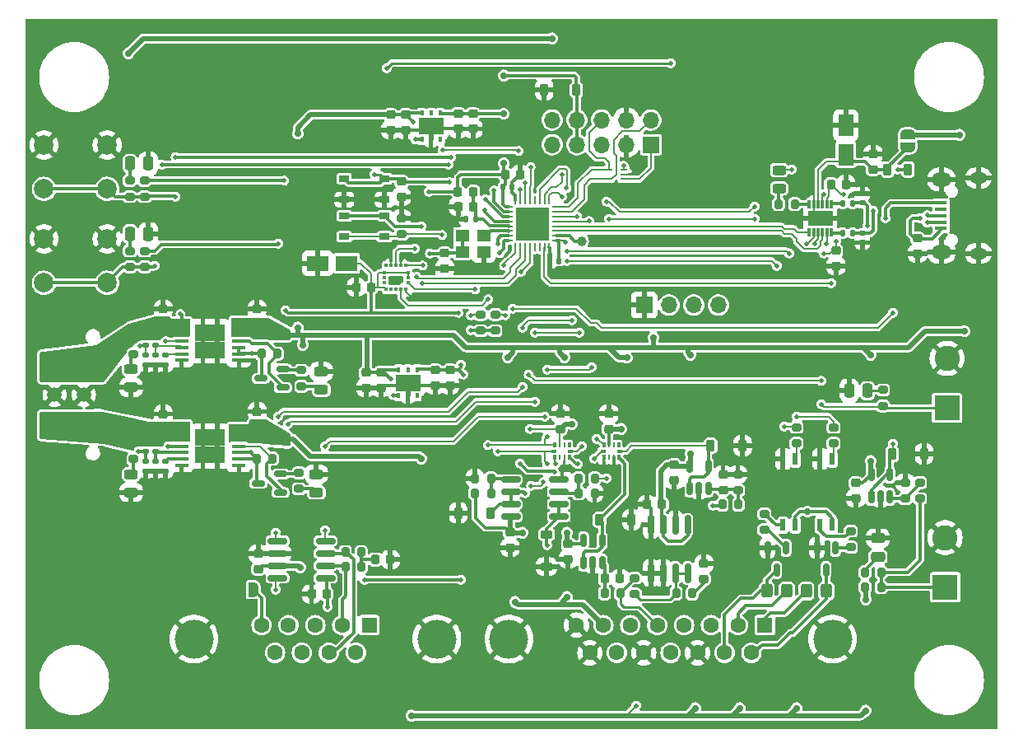
<source format=gtl>
G04 #@! TF.GenerationSoftware,KiCad,Pcbnew,7.0.9*
G04 #@! TF.CreationDate,2023-11-28T23:55:50-07:00*
G04 #@! TF.ProjectId,Fuel_Cell_Controller_Prototype,4675656c-5f43-4656-9c6c-5f436f6e7472,V1.0*
G04 #@! TF.SameCoordinates,Original*
G04 #@! TF.FileFunction,Copper,L1,Top*
G04 #@! TF.FilePolarity,Positive*
%FSLAX46Y46*%
G04 Gerber Fmt 4.6, Leading zero omitted, Abs format (unit mm)*
G04 Created by KiCad (PCBNEW 7.0.9) date 2023-11-28 23:55:50*
%MOMM*%
%LPD*%
G01*
G04 APERTURE LIST*
G04 Aperture macros list*
%AMRoundRect*
0 Rectangle with rounded corners*
0 $1 Rounding radius*
0 $2 $3 $4 $5 $6 $7 $8 $9 X,Y pos of 4 corners*
0 Add a 4 corners polygon primitive as box body*
4,1,4,$2,$3,$4,$5,$6,$7,$8,$9,$2,$3,0*
0 Add four circle primitives for the rounded corners*
1,1,$1+$1,$2,$3*
1,1,$1+$1,$4,$5*
1,1,$1+$1,$6,$7*
1,1,$1+$1,$8,$9*
0 Add four rect primitives between the rounded corners*
20,1,$1+$1,$2,$3,$4,$5,0*
20,1,$1+$1,$4,$5,$6,$7,0*
20,1,$1+$1,$6,$7,$8,$9,0*
20,1,$1+$1,$8,$9,$2,$3,0*%
%AMFreePoly0*
4,1,19,0.500000,-0.750000,0.000000,-0.750000,0.000000,-0.744911,-0.071157,-0.744911,-0.207708,-0.704816,-0.327430,-0.627875,-0.420627,-0.520320,-0.479746,-0.390866,-0.500000,-0.250000,-0.500000,0.250000,-0.479746,0.390866,-0.420627,0.520320,-0.327430,0.627875,-0.207708,0.704816,-0.071157,0.744911,0.000000,0.744911,0.000000,0.750000,0.500000,0.750000,0.500000,-0.750000,0.500000,-0.750000,
$1*%
%AMFreePoly1*
4,1,19,0.000000,0.744911,0.071157,0.744911,0.207708,0.704816,0.327430,0.627875,0.420627,0.520320,0.479746,0.390866,0.500000,0.250000,0.500000,-0.250000,0.479746,-0.390866,0.420627,-0.520320,0.327430,-0.627875,0.207708,-0.704816,0.071157,-0.744911,0.000000,-0.744911,0.000000,-0.750000,-0.500000,-0.750000,-0.500000,0.750000,0.000000,0.750000,0.000000,0.744911,0.000000,0.744911,
$1*%
G04 Aperture macros list end*
G04 #@! TA.AperFunction,SMDPad,CuDef*
%ADD10RoundRect,0.200000X0.275000X-0.200000X0.275000X0.200000X-0.275000X0.200000X-0.275000X-0.200000X0*%
G04 #@! TD*
G04 #@! TA.AperFunction,SMDPad,CuDef*
%ADD11RoundRect,0.250000X-0.325000X-0.450000X0.325000X-0.450000X0.325000X0.450000X-0.325000X0.450000X0*%
G04 #@! TD*
G04 #@! TA.AperFunction,SMDPad,CuDef*
%ADD12RoundRect,0.150000X-0.150000X0.512500X-0.150000X-0.512500X0.150000X-0.512500X0.150000X0.512500X0*%
G04 #@! TD*
G04 #@! TA.AperFunction,SMDPad,CuDef*
%ADD13RoundRect,0.135000X0.185000X-0.135000X0.185000X0.135000X-0.185000X0.135000X-0.185000X-0.135000X0*%
G04 #@! TD*
G04 #@! TA.AperFunction,SMDPad,CuDef*
%ADD14R,1.450000X0.450000*%
G04 #@! TD*
G04 #@! TA.AperFunction,SMDPad,CuDef*
%ADD15R,1.500000X1.800000*%
G04 #@! TD*
G04 #@! TA.AperFunction,SMDPad,CuDef*
%ADD16RoundRect,0.150000X-0.150000X0.825000X-0.150000X-0.825000X0.150000X-0.825000X0.150000X0.825000X0*%
G04 #@! TD*
G04 #@! TA.AperFunction,SMDPad,CuDef*
%ADD17RoundRect,0.200000X-0.275000X0.200000X-0.275000X-0.200000X0.275000X-0.200000X0.275000X0.200000X0*%
G04 #@! TD*
G04 #@! TA.AperFunction,ComponentPad*
%ADD18C,2.000000*%
G04 #@! TD*
G04 #@! TA.AperFunction,SMDPad,CuDef*
%ADD19RoundRect,0.225000X0.250000X-0.225000X0.250000X0.225000X-0.250000X0.225000X-0.250000X-0.225000X0*%
G04 #@! TD*
G04 #@! TA.AperFunction,SMDPad,CuDef*
%ADD20RoundRect,0.200000X-0.200000X-0.275000X0.200000X-0.275000X0.200000X0.275000X-0.200000X0.275000X0*%
G04 #@! TD*
G04 #@! TA.AperFunction,SMDPad,CuDef*
%ADD21R,1.050000X0.650000*%
G04 #@! TD*
G04 #@! TA.AperFunction,ComponentPad*
%ADD22R,2.600000X2.600000*%
G04 #@! TD*
G04 #@! TA.AperFunction,ComponentPad*
%ADD23C,2.600000*%
G04 #@! TD*
G04 #@! TA.AperFunction,SMDPad,CuDef*
%ADD24RoundRect,0.250000X-0.250000X-0.475000X0.250000X-0.475000X0.250000X0.475000X-0.250000X0.475000X0*%
G04 #@! TD*
G04 #@! TA.AperFunction,SMDPad,CuDef*
%ADD25RoundRect,0.200000X0.200000X0.275000X-0.200000X0.275000X-0.200000X-0.275000X0.200000X-0.275000X0*%
G04 #@! TD*
G04 #@! TA.AperFunction,SMDPad,CuDef*
%ADD26RoundRect,0.150000X0.825000X0.150000X-0.825000X0.150000X-0.825000X-0.150000X0.825000X-0.150000X0*%
G04 #@! TD*
G04 #@! TA.AperFunction,ComponentPad*
%ADD27R,1.700000X1.700000*%
G04 #@! TD*
G04 #@! TA.AperFunction,ComponentPad*
%ADD28O,1.700000X1.700000*%
G04 #@! TD*
G04 #@! TA.AperFunction,SMDPad,CuDef*
%ADD29RoundRect,0.218750X-0.218750X-0.256250X0.218750X-0.256250X0.218750X0.256250X-0.218750X0.256250X0*%
G04 #@! TD*
G04 #@! TA.AperFunction,SMDPad,CuDef*
%ADD30RoundRect,0.225000X-0.225000X-0.250000X0.225000X-0.250000X0.225000X0.250000X-0.225000X0.250000X0*%
G04 #@! TD*
G04 #@! TA.AperFunction,SMDPad,CuDef*
%ADD31R,0.300000X0.580000*%
G04 #@! TD*
G04 #@! TA.AperFunction,SMDPad,CuDef*
%ADD32R,0.250000X0.580000*%
G04 #@! TD*
G04 #@! TA.AperFunction,SMDPad,CuDef*
%ADD33R,0.630000X0.350000*%
G04 #@! TD*
G04 #@! TA.AperFunction,SMDPad,CuDef*
%ADD34RoundRect,0.135000X-0.135000X-0.185000X0.135000X-0.185000X0.135000X0.185000X-0.135000X0.185000X0*%
G04 #@! TD*
G04 #@! TA.AperFunction,SMDPad,CuDef*
%ADD35R,0.762000X0.279400*%
G04 #@! TD*
G04 #@! TA.AperFunction,SMDPad,CuDef*
%ADD36R,0.450000X0.630000*%
G04 #@! TD*
G04 #@! TA.AperFunction,SMDPad,CuDef*
%ADD37R,2.600000X1.700000*%
G04 #@! TD*
G04 #@! TA.AperFunction,SMDPad,CuDef*
%ADD38RoundRect,0.140000X0.170000X-0.140000X0.170000X0.140000X-0.170000X0.140000X-0.170000X-0.140000X0*%
G04 #@! TD*
G04 #@! TA.AperFunction,SMDPad,CuDef*
%ADD39FreePoly0,0.000000*%
G04 #@! TD*
G04 #@! TA.AperFunction,SMDPad,CuDef*
%ADD40FreePoly1,0.000000*%
G04 #@! TD*
G04 #@! TA.AperFunction,SMDPad,CuDef*
%ADD41RoundRect,0.150000X-0.825000X-0.150000X0.825000X-0.150000X0.825000X0.150000X-0.825000X0.150000X0*%
G04 #@! TD*
G04 #@! TA.AperFunction,ComponentPad*
%ADD42RoundRect,0.250001X0.499999X-0.499999X0.499999X0.499999X-0.499999X0.499999X-0.499999X-0.499999X0*%
G04 #@! TD*
G04 #@! TA.AperFunction,ComponentPad*
%ADD43C,1.500000*%
G04 #@! TD*
G04 #@! TA.AperFunction,SMDPad,CuDef*
%ADD44C,1.000000*%
G04 #@! TD*
G04 #@! TA.AperFunction,SMDPad,CuDef*
%ADD45RoundRect,0.243750X-0.456250X0.243750X-0.456250X-0.243750X0.456250X-0.243750X0.456250X0.243750X0*%
G04 #@! TD*
G04 #@! TA.AperFunction,SMDPad,CuDef*
%ADD46FreePoly0,90.000000*%
G04 #@! TD*
G04 #@! TA.AperFunction,SMDPad,CuDef*
%ADD47FreePoly1,90.000000*%
G04 #@! TD*
G04 #@! TA.AperFunction,SMDPad,CuDef*
%ADD48RoundRect,0.250000X0.250000X0.475000X-0.250000X0.475000X-0.250000X-0.475000X0.250000X-0.475000X0*%
G04 #@! TD*
G04 #@! TA.AperFunction,SMDPad,CuDef*
%ADD49R,2.200000X1.600000*%
G04 #@! TD*
G04 #@! TA.AperFunction,SMDPad,CuDef*
%ADD50RoundRect,0.243750X0.456250X-0.243750X0.456250X0.243750X-0.456250X0.243750X-0.456250X-0.243750X0*%
G04 #@! TD*
G04 #@! TA.AperFunction,ComponentPad*
%ADD51C,4.000000*%
G04 #@! TD*
G04 #@! TA.AperFunction,ComponentPad*
%ADD52R,1.600000X1.600000*%
G04 #@! TD*
G04 #@! TA.AperFunction,ComponentPad*
%ADD53C,1.600000*%
G04 #@! TD*
G04 #@! TA.AperFunction,SMDPad,CuDef*
%ADD54RoundRect,0.225000X-0.250000X0.225000X-0.250000X-0.225000X0.250000X-0.225000X0.250000X0.225000X0*%
G04 #@! TD*
G04 #@! TA.AperFunction,SMDPad,CuDef*
%ADD55RoundRect,0.225000X0.225000X0.250000X-0.225000X0.250000X-0.225000X-0.250000X0.225000X-0.250000X0*%
G04 #@! TD*
G04 #@! TA.AperFunction,SMDPad,CuDef*
%ADD56R,0.558800X1.219200*%
G04 #@! TD*
G04 #@! TA.AperFunction,SMDPad,CuDef*
%ADD57RoundRect,0.140000X-0.170000X0.140000X-0.170000X-0.140000X0.170000X-0.140000X0.170000X0.140000X0*%
G04 #@! TD*
G04 #@! TA.AperFunction,SMDPad,CuDef*
%ADD58RoundRect,0.225000X0.225000X0.375000X-0.225000X0.375000X-0.225000X-0.375000X0.225000X-0.375000X0*%
G04 #@! TD*
G04 #@! TA.AperFunction,SMDPad,CuDef*
%ADD59RoundRect,0.150000X0.150000X-0.512500X0.150000X0.512500X-0.150000X0.512500X-0.150000X-0.512500X0*%
G04 #@! TD*
G04 #@! TA.AperFunction,SMDPad,CuDef*
%ADD60RoundRect,0.250000X0.325000X0.450000X-0.325000X0.450000X-0.325000X-0.450000X0.325000X-0.450000X0*%
G04 #@! TD*
G04 #@! TA.AperFunction,SMDPad,CuDef*
%ADD61RoundRect,0.218750X-0.218750X-0.381250X0.218750X-0.381250X0.218750X0.381250X-0.218750X0.381250X0*%
G04 #@! TD*
G04 #@! TA.AperFunction,SMDPad,CuDef*
%ADD62RoundRect,0.140000X0.140000X0.170000X-0.140000X0.170000X-0.140000X-0.170000X0.140000X-0.170000X0*%
G04 #@! TD*
G04 #@! TA.AperFunction,SMDPad,CuDef*
%ADD63RoundRect,0.250000X0.475000X-0.250000X0.475000X0.250000X-0.475000X0.250000X-0.475000X-0.250000X0*%
G04 #@! TD*
G04 #@! TA.AperFunction,SMDPad,CuDef*
%ADD64RoundRect,0.225000X-0.225000X-0.375000X0.225000X-0.375000X0.225000X0.375000X-0.225000X0.375000X0*%
G04 #@! TD*
G04 #@! TA.AperFunction,SMDPad,CuDef*
%ADD65R,0.350000X0.450000*%
G04 #@! TD*
G04 #@! TA.AperFunction,SMDPad,CuDef*
%ADD66R,0.450000X0.350000*%
G04 #@! TD*
G04 #@! TA.AperFunction,SMDPad,CuDef*
%ADD67RoundRect,0.225000X-0.375000X0.225000X-0.375000X-0.225000X0.375000X-0.225000X0.375000X0.225000X0*%
G04 #@! TD*
G04 #@! TA.AperFunction,SMDPad,CuDef*
%ADD68R,1.300000X0.450000*%
G04 #@! TD*
G04 #@! TA.AperFunction,ComponentPad*
%ADD69O,1.800000X1.150000*%
G04 #@! TD*
G04 #@! TA.AperFunction,ComponentPad*
%ADD70O,2.000000X1.450000*%
G04 #@! TD*
G04 #@! TA.AperFunction,SMDPad,CuDef*
%ADD71R,1.400000X1.200000*%
G04 #@! TD*
G04 #@! TA.AperFunction,SMDPad,CuDef*
%ADD72RoundRect,0.140000X-0.140000X-0.170000X0.140000X-0.170000X0.140000X0.170000X-0.140000X0.170000X0*%
G04 #@! TD*
G04 #@! TA.AperFunction,SMDPad,CuDef*
%ADD73RoundRect,0.007500X-0.117500X0.412500X-0.117500X-0.412500X0.117500X-0.412500X0.117500X0.412500X0*%
G04 #@! TD*
G04 #@! TA.AperFunction,SMDPad,CuDef*
%ADD74R,2.500000X1.600000*%
G04 #@! TD*
G04 #@! TA.AperFunction,SMDPad,CuDef*
%ADD75RoundRect,0.150000X0.512500X0.150000X-0.512500X0.150000X-0.512500X-0.150000X0.512500X-0.150000X0*%
G04 #@! TD*
G04 #@! TA.AperFunction,SMDPad,CuDef*
%ADD76RoundRect,0.062500X-0.375000X-0.062500X0.375000X-0.062500X0.375000X0.062500X-0.375000X0.062500X0*%
G04 #@! TD*
G04 #@! TA.AperFunction,SMDPad,CuDef*
%ADD77RoundRect,0.062500X-0.062500X-0.375000X0.062500X-0.375000X0.062500X0.375000X-0.062500X0.375000X0*%
G04 #@! TD*
G04 #@! TA.AperFunction,SMDPad,CuDef*
%ADD78R,3.450000X3.450000*%
G04 #@! TD*
G04 #@! TA.AperFunction,SMDPad,CuDef*
%ADD79R,1.600000X2.200000*%
G04 #@! TD*
G04 #@! TA.AperFunction,ViaPad*
%ADD80C,0.500000*%
G04 #@! TD*
G04 #@! TA.AperFunction,ViaPad*
%ADD81C,0.700000*%
G04 #@! TD*
G04 #@! TA.AperFunction,ViaPad*
%ADD82C,0.800000*%
G04 #@! TD*
G04 #@! TA.AperFunction,Conductor*
%ADD83C,0.300000*%
G04 #@! TD*
G04 #@! TA.AperFunction,Conductor*
%ADD84C,0.200000*%
G04 #@! TD*
G04 #@! TA.AperFunction,Conductor*
%ADD85C,0.500000*%
G04 #@! TD*
G04 #@! TA.AperFunction,Conductor*
%ADD86C,0.250000*%
G04 #@! TD*
G04 #@! TA.AperFunction,Conductor*
%ADD87C,0.127000*%
G04 #@! TD*
G04 APERTURE END LIST*
D10*
X127386500Y-100779500D03*
X127386500Y-99129500D03*
D11*
X179319500Y-121820000D03*
X181369500Y-121820000D03*
D12*
X177230500Y-117380500D03*
X175330500Y-117380500D03*
X176280500Y-119655500D03*
D13*
X111384500Y-98559500D03*
X111384500Y-97539500D03*
D14*
X115038500Y-104989500D03*
X115038500Y-105639500D03*
X115038500Y-106289500D03*
X115038500Y-106939500D03*
X115038500Y-107589500D03*
X115038500Y-108239500D03*
X115038500Y-108889500D03*
X120938500Y-108889500D03*
X120938500Y-108239500D03*
X120938500Y-107589500D03*
X120938500Y-106939500D03*
X120938500Y-106289500D03*
X120938500Y-105639500D03*
X120938500Y-104989500D03*
D15*
X117238500Y-106039500D03*
X117238500Y-107839500D03*
X118738500Y-106039500D03*
X118738500Y-107839500D03*
D16*
X167132000Y-115027000D03*
X165862000Y-115027000D03*
X164592000Y-115027000D03*
X163322000Y-115027000D03*
X163322000Y-119977000D03*
X164592000Y-119977000D03*
X165862000Y-119977000D03*
X167132000Y-119977000D03*
D17*
X191008000Y-110681000D03*
X191008000Y-112331000D03*
D10*
X182122500Y-106643000D03*
X182122500Y-104993000D03*
D13*
X111384500Y-107449500D03*
X111384500Y-106429500D03*
D18*
X100890000Y-75982000D03*
X107390000Y-75982000D03*
X100890000Y-80482000D03*
X107390000Y-80482000D03*
D19*
X148844000Y-117361000D03*
X148844000Y-115811000D03*
D20*
X185357000Y-121412000D03*
X187007000Y-121412000D03*
X158560000Y-122074000D03*
X160210000Y-122074000D03*
D21*
X135933000Y-81593000D03*
X131783000Y-81593000D03*
X135933000Y-79443000D03*
X131783000Y-79443000D03*
D10*
X178312500Y-106643000D03*
X178312500Y-104993000D03*
D22*
X193802000Y-102997000D03*
D23*
X193802000Y-97917000D03*
D24*
X109728000Y-77878400D03*
X111628000Y-77878400D03*
D20*
X155893000Y-111760000D03*
X157543000Y-111760000D03*
D25*
X187007000Y-119888000D03*
X185357000Y-119888000D03*
D10*
X111236800Y-81294200D03*
X111236800Y-79644200D03*
X189484000Y-112331000D03*
X189484000Y-110681000D03*
D26*
X153859000Y-114173000D03*
X153859000Y-112903000D03*
X153859000Y-111633000D03*
X153859000Y-110363000D03*
X148909000Y-110363000D03*
X148909000Y-111633000D03*
X148909000Y-112903000D03*
X148909000Y-114173000D03*
D10*
X187198000Y-102806000D03*
X187198000Y-101156000D03*
X110114500Y-108272500D03*
X110114500Y-106622500D03*
D27*
X162636200Y-92431000D03*
D28*
X165176200Y-92431000D03*
X167716200Y-92431000D03*
X170256200Y-92431000D03*
D19*
X145034000Y-74326000D03*
X145034000Y-72776000D03*
D29*
X143484500Y-80772000D03*
X145059500Y-80772000D03*
D30*
X158610000Y-120550000D03*
X160160000Y-120550000D03*
D31*
X158508000Y-108077000D03*
D32*
X159008000Y-108077000D03*
X159508000Y-108077000D03*
D31*
X160008000Y-108077000D03*
D33*
X160118000Y-107442000D03*
D31*
X160008000Y-106807000D03*
D32*
X159508000Y-106807000D03*
X159008000Y-106807000D03*
D31*
X158508000Y-106807000D03*
D33*
X158398000Y-107442000D03*
D13*
X112400500Y-98557500D03*
X112400500Y-97537500D03*
D34*
X183045000Y-85025000D03*
X184065000Y-85025000D03*
D31*
X153428000Y-108077000D03*
D32*
X153928000Y-108077000D03*
X154428000Y-108077000D03*
D31*
X154928000Y-108077000D03*
D33*
X155038000Y-107442000D03*
D31*
X154928000Y-106807000D03*
D32*
X154428000Y-106807000D03*
X153928000Y-106807000D03*
D31*
X153428000Y-106807000D03*
D33*
X153318000Y-107442000D03*
D35*
X160540700Y-79493999D03*
X160540700Y-78994000D03*
X160540700Y-78494001D03*
X158991300Y-78494001D03*
X158991300Y-79493999D03*
D36*
X137376000Y-101753000D03*
X138326000Y-101753000D03*
X139276000Y-101753000D03*
X139276000Y-99073000D03*
X138326000Y-99073000D03*
X137376000Y-99073000D03*
D37*
X138326000Y-100413000D03*
D10*
X111252000Y-88518000D03*
X111252000Y-86868000D03*
D38*
X185079000Y-81949000D03*
X185079000Y-80989000D03*
D14*
X115038500Y-94194500D03*
X115038500Y-94844500D03*
X115038500Y-95494500D03*
X115038500Y-96144500D03*
X115038500Y-96794500D03*
X115038500Y-97444500D03*
X115038500Y-98094500D03*
X120938500Y-98094500D03*
X120938500Y-97444500D03*
X120938500Y-96794500D03*
X120938500Y-96144500D03*
X120938500Y-95494500D03*
X120938500Y-94844500D03*
X120938500Y-94194500D03*
D15*
X117238500Y-95244500D03*
X117238500Y-97044500D03*
X118738500Y-95244500D03*
X118738500Y-97044500D03*
D13*
X111384500Y-109481500D03*
X111384500Y-108461500D03*
D25*
X146875000Y-110236000D03*
X145225000Y-110236000D03*
D39*
X121128000Y-121666000D03*
D40*
X122428000Y-121666000D03*
D19*
X184404000Y-112281000D03*
X184404000Y-110731000D03*
D30*
X148323000Y-78994000D03*
X149873000Y-78994000D03*
D41*
X124906000Y-116675000D03*
X124906000Y-117945000D03*
X124906000Y-119215000D03*
X124906000Y-120485000D03*
X129856000Y-120485000D03*
X129856000Y-119215000D03*
X129856000Y-117945000D03*
X129856000Y-116675000D03*
D42*
X101986500Y-104653500D03*
D43*
X101986500Y-101653500D03*
X101986500Y-98653500D03*
X104986500Y-104653500D03*
X104986500Y-101653500D03*
X104986500Y-98653500D03*
D20*
X176467000Y-82042000D03*
X178117000Y-82042000D03*
D10*
X172273000Y-111469000D03*
X172273000Y-109819000D03*
D17*
X175010500Y-113883000D03*
X175010500Y-115533000D03*
D44*
X156210000Y-85852000D03*
D45*
X128910500Y-109812000D03*
X128910500Y-111687000D03*
D20*
X145225000Y-111760000D03*
X146875000Y-111760000D03*
D21*
X135933000Y-85403000D03*
X131783000Y-85403000D03*
X135933000Y-83253000D03*
X131783000Y-83253000D03*
D46*
X189738000Y-76200000D03*
D47*
X189738000Y-74900000D03*
D13*
X113416500Y-98557500D03*
X113416500Y-97537500D03*
D30*
X133005400Y-90601800D03*
X134555400Y-90601800D03*
D48*
X185608000Y-101219000D03*
X183708000Y-101219000D03*
D17*
X109712800Y-79644200D03*
X109712800Y-81294200D03*
D49*
X132054600Y-88138000D03*
X129054600Y-88138000D03*
D50*
X109860500Y-100892000D03*
X109860500Y-99017000D03*
D19*
X168783000Y-120563000D03*
X168783000Y-119013000D03*
D10*
X161671000Y-122137000D03*
X161671000Y-120487000D03*
D51*
X148710000Y-126750000D03*
X182010000Y-126750000D03*
D52*
X175055000Y-125330000D03*
D53*
X172285000Y-125330000D03*
X169515000Y-125330000D03*
X166745000Y-125330000D03*
X163975000Y-125330000D03*
X161205000Y-125330000D03*
X158435000Y-125330000D03*
X155665000Y-125330000D03*
X173670000Y-128170000D03*
X170900000Y-128170000D03*
X168130000Y-128170000D03*
X165360000Y-128170000D03*
X162590000Y-128170000D03*
X159820000Y-128170000D03*
X157050000Y-128170000D03*
D24*
X109743200Y-85111400D03*
X111643200Y-85111400D03*
D19*
X154813000Y-118531000D03*
X154813000Y-116981000D03*
D54*
X122814500Y-92829500D03*
X122814500Y-94379500D03*
X154022000Y-103619000D03*
X154022000Y-105169000D03*
D19*
X165735000Y-110403000D03*
X165735000Y-108853000D03*
D34*
X183045000Y-81977000D03*
X184065000Y-81977000D03*
D13*
X112400500Y-109481500D03*
X112400500Y-108461500D03*
D19*
X143510000Y-74326000D03*
X143510000Y-72776000D03*
D55*
X136538000Y-118580000D03*
X134988000Y-118580000D03*
D54*
X142113000Y-87109000D03*
X142113000Y-88659000D03*
D56*
X181995500Y-108269100D03*
X180725500Y-108269100D03*
X180725500Y-115050900D03*
X181995500Y-115050900D03*
D50*
X176530000Y-80439500D03*
X176530000Y-78564500D03*
D57*
X185079000Y-85053000D03*
X185079000Y-86013000D03*
D58*
X146812000Y-113792000D03*
X143512000Y-113792000D03*
D59*
X167325000Y-111273500D03*
X168275000Y-111273500D03*
X169225000Y-111273500D03*
X169225000Y-108998500D03*
X167325000Y-108998500D03*
D54*
X122814500Y-103370500D03*
X122814500Y-104920500D03*
D36*
X139766000Y-75399000D03*
X140716000Y-75399000D03*
X141666000Y-75399000D03*
X141666000Y-72719000D03*
X140716000Y-72719000D03*
X139766000Y-72719000D03*
D37*
X140716000Y-74059000D03*
D60*
X177305500Y-121820000D03*
X175255500Y-121820000D03*
D61*
X187659500Y-78486000D03*
X189784500Y-78486000D03*
D54*
X159004000Y-103619000D03*
X159004000Y-105169000D03*
D55*
X183401000Y-80010000D03*
X181851000Y-80010000D03*
D20*
X165926000Y-122074000D03*
X167576000Y-122074000D03*
D13*
X112400500Y-96525500D03*
X112400500Y-95505500D03*
X113416500Y-109481500D03*
X113416500Y-108461500D03*
D54*
X122936000Y-117994000D03*
X122936000Y-119544000D03*
D25*
X133540000Y-119342000D03*
X131890000Y-119342000D03*
D50*
X109860500Y-111687000D03*
X109860500Y-109812000D03*
D62*
X153896000Y-87884000D03*
X152936000Y-87884000D03*
D63*
X186690000Y-118298000D03*
X186690000Y-116398000D03*
D64*
X188138000Y-107746000D03*
X191438000Y-107746000D03*
D19*
X135532000Y-100934000D03*
X135532000Y-99384000D03*
D13*
X112400500Y-107449500D03*
X112400500Y-106429500D03*
D25*
X172336000Y-112930000D03*
X170686000Y-112930000D03*
D59*
X185994000Y-112135500D03*
X186944000Y-112135500D03*
X187894000Y-112135500D03*
X187894000Y-109860500D03*
X185994000Y-109860500D03*
D56*
X178185500Y-108269100D03*
X176915500Y-108269100D03*
X176915500Y-115050900D03*
X178185500Y-115050900D03*
D65*
X136107800Y-90810800D03*
X136607800Y-90810800D03*
X137107800Y-90810800D03*
X137607800Y-90810800D03*
X138107800Y-90810800D03*
D66*
X138332800Y-90085800D03*
X138332800Y-89585800D03*
X138332800Y-89085800D03*
D65*
X138107800Y-88360800D03*
X137607800Y-88360800D03*
X137107800Y-88360800D03*
X136607800Y-88360800D03*
X136107800Y-88360800D03*
D66*
X135882800Y-89085800D03*
X135882800Y-89585800D03*
X135882800Y-90085800D03*
D17*
X137668000Y-83503000D03*
X137668000Y-85153000D03*
D54*
X190754000Y-85585000D03*
X190754000Y-87135000D03*
D55*
X129965248Y-122125966D03*
X128415248Y-122125966D03*
D19*
X134008000Y-100934000D03*
X134008000Y-99384000D03*
D67*
X152604000Y-116002000D03*
X152604000Y-119302000D03*
D58*
X155651000Y-70308000D03*
X152351000Y-70308000D03*
D10*
X110114500Y-97477500D03*
X110114500Y-95827500D03*
D54*
X182372000Y-86855000D03*
X182372000Y-88405000D03*
D62*
X145288000Y-83566000D03*
X144328000Y-83566000D03*
D19*
X186182000Y-78499000D03*
X186182000Y-76949000D03*
X142644000Y-100680002D03*
X142644000Y-99130002D03*
D54*
X113162500Y-103624500D03*
X113162500Y-105174500D03*
D51*
X116314000Y-126750000D03*
X141314000Y-126750000D03*
D52*
X134354000Y-125330000D03*
D53*
X131584000Y-125330000D03*
X128814000Y-125330000D03*
X126044000Y-125330000D03*
X123274000Y-125330000D03*
X132969000Y-128170000D03*
X130199000Y-128170000D03*
X127429000Y-128170000D03*
X124659000Y-128170000D03*
D68*
X193172000Y-84547000D03*
X193172000Y-83897000D03*
X193172000Y-83247000D03*
X193172000Y-82597000D03*
X193172000Y-81947000D03*
D69*
X197022000Y-87122000D03*
D70*
X193222000Y-86972000D03*
X193222000Y-79522000D03*
D69*
X197022000Y-79372000D03*
D19*
X170749000Y-111419000D03*
X170749000Y-109869000D03*
D71*
X143934000Y-86956000D03*
X146134000Y-86956000D03*
X146134000Y-85256000D03*
X143934000Y-85256000D03*
D72*
X148110000Y-80264000D03*
X149070000Y-80264000D03*
D10*
X127132500Y-111320500D03*
X127132500Y-109670500D03*
D12*
X182310500Y-117380500D03*
X180410500Y-117380500D03*
X181360500Y-119655500D03*
D17*
X109728000Y-86868000D03*
X109728000Y-88518000D03*
D25*
X157543000Y-110236000D03*
X155893000Y-110236000D03*
X133540000Y-117818000D03*
X131890000Y-117818000D03*
D22*
X193599000Y-121417000D03*
D23*
X193599000Y-116337000D03*
D73*
X181886000Y-82066000D03*
X181436000Y-82066000D03*
X180986000Y-82066000D03*
X180536000Y-82066000D03*
X180086000Y-82066000D03*
X179636000Y-82066000D03*
X179636000Y-84936000D03*
X180086000Y-84936000D03*
X180536000Y-84936000D03*
X180986000Y-84936000D03*
X181436000Y-84936000D03*
X181886000Y-84936000D03*
D74*
X180761000Y-83501000D03*
D19*
X141120000Y-100680002D03*
X141120000Y-99130002D03*
D54*
X137668000Y-79743000D03*
X137668000Y-81293000D03*
D64*
X158039000Y-114504000D03*
X161339000Y-114504000D03*
D17*
X183900500Y-115661000D03*
X183900500Y-117311000D03*
X147320000Y-93409000D03*
X147320000Y-95059000D03*
D75*
X125476000Y-100904500D03*
X125476000Y-99004500D03*
X123201000Y-99954500D03*
D64*
X169469000Y-106884000D03*
X172769000Y-106884000D03*
D59*
X156403000Y-118893500D03*
X157353000Y-118893500D03*
X158303000Y-118893500D03*
X158303000Y-116618500D03*
X156403000Y-116618500D03*
D76*
X148692500Y-82324000D03*
X148692500Y-82824000D03*
X148692500Y-83324000D03*
X148692500Y-83824000D03*
X148692500Y-84324000D03*
X148692500Y-84824000D03*
X148692500Y-85324000D03*
X148692500Y-85824000D03*
D77*
X149380000Y-86511500D03*
X149880000Y-86511500D03*
X150380000Y-86511500D03*
X150880000Y-86511500D03*
X151380000Y-86511500D03*
X151880000Y-86511500D03*
X152380000Y-86511500D03*
X152880000Y-86511500D03*
D76*
X153567500Y-85824000D03*
X153567500Y-85324000D03*
X153567500Y-84824000D03*
X153567500Y-84324000D03*
X153567500Y-83824000D03*
X153567500Y-83324000D03*
X153567500Y-82824000D03*
X153567500Y-82324000D03*
D77*
X152880000Y-81636500D03*
X152380000Y-81636500D03*
X151880000Y-81636500D03*
X151380000Y-81636500D03*
X150880000Y-81636500D03*
X150380000Y-81636500D03*
X149880000Y-81636500D03*
X149380000Y-81636500D03*
D78*
X151130000Y-84074000D03*
D55*
X164478000Y-112930000D03*
X162928000Y-112930000D03*
D75*
X125222000Y-111699500D03*
X125222000Y-109799500D03*
X122947000Y-110749500D03*
D19*
X138072000Y-74422000D03*
X138072000Y-72872000D03*
D55*
X145047000Y-82296000D03*
X143497000Y-82296000D03*
D18*
X100890000Y-85634000D03*
X107390000Y-85634000D03*
X100890000Y-90134000D03*
X107390000Y-90134000D03*
D19*
X136548000Y-74422000D03*
X136548000Y-72872000D03*
D54*
X113162500Y-92829500D03*
X113162500Y-94379500D03*
D25*
X124401500Y-108209500D03*
X122751500Y-108209500D03*
D79*
X183388000Y-76962000D03*
X183388000Y-73962000D03*
D17*
X145826000Y-93409000D03*
X145826000Y-95059000D03*
D25*
X124909500Y-97414500D03*
X123259500Y-97414500D03*
D45*
X129418500Y-99271000D03*
X129418500Y-101146000D03*
D27*
X163322000Y-75946000D03*
D28*
X163322000Y-73406000D03*
X160782000Y-75946000D03*
X160782000Y-73406000D03*
X158242000Y-75946000D03*
X158242000Y-73406000D03*
X155702000Y-75946000D03*
X155702000Y-73406000D03*
X153162000Y-75946000D03*
X153162000Y-73406000D03*
D13*
X111384500Y-96525500D03*
X111384500Y-95505500D03*
D80*
X140462000Y-80772000D03*
D81*
X148209000Y-68834000D03*
D80*
X139700000Y-84328000D03*
X154559000Y-85979000D03*
D81*
X148209000Y-77851000D03*
X148209000Y-72771000D03*
D80*
X140589000Y-87122000D03*
X142113000Y-105410000D03*
X162560000Y-100838000D03*
X165608000Y-85852000D03*
X165608000Y-102362000D03*
X139065000Y-105410000D03*
X134620000Y-94234000D03*
X122809000Y-85344000D03*
X196342000Y-107823000D03*
X140970000Y-118237000D03*
X160782000Y-81915000D03*
X147751800Y-91846400D03*
X169037000Y-104013000D03*
X140970000Y-107061000D03*
X128016000Y-76454000D03*
X196342000Y-109347000D03*
X138557000Y-119761000D03*
X139446000Y-91643200D03*
X133096000Y-94234000D03*
X128651000Y-94234000D03*
X196342000Y-110998000D03*
X164084000Y-89027000D03*
X154305000Y-90932000D03*
X135509000Y-109093000D03*
X115189000Y-75946000D03*
X125857000Y-75946000D03*
X164084000Y-85852000D03*
X137033000Y-107061000D03*
X162560000Y-104013000D03*
X169037000Y-102362000D03*
X150114000Y-83058000D03*
X150114000Y-84074000D03*
X131445000Y-102616000D03*
X128524000Y-105410000D03*
X168402000Y-81915000D03*
X128524000Y-102616000D03*
X165608000Y-89027000D03*
X132969000Y-105410000D03*
X138557000Y-116713000D03*
X116586000Y-85344000D03*
X151130000Y-83058000D03*
X124333000Y-86868000D03*
X162560000Y-85852000D03*
X138557000Y-110617000D03*
X151257000Y-90932000D03*
X137160000Y-121666000D03*
X128016000Y-74803000D03*
X124333000Y-75946000D03*
X131572000Y-92202000D03*
X152146000Y-83058000D03*
X134493000Y-105410000D03*
X130937000Y-76454000D03*
X128651000Y-92202000D03*
X140589000Y-105410000D03*
X197866000Y-110998000D03*
X132461000Y-76454000D03*
X116713000Y-75946000D03*
X118110000Y-85344000D03*
X149860000Y-91948000D03*
X196342000Y-106299000D03*
X134493000Y-121666000D03*
X151257000Y-91948000D03*
X165608000Y-100838000D03*
X140589000Y-102616000D03*
X132588000Y-109093000D03*
X129921000Y-105410000D03*
X162560000Y-89027000D03*
X142468600Y-91643200D03*
X146761200Y-100558600D03*
X137109200Y-89865200D03*
X174752000Y-85852000D03*
X152146000Y-84074000D03*
X135509000Y-76454000D03*
X170688000Y-117602000D03*
X167259000Y-85852000D03*
X154838400Y-89128600D03*
X130048000Y-92202000D03*
X174752000Y-89027000D03*
X119634000Y-78740000D03*
X133985000Y-76454000D03*
X140970000Y-115062000D03*
X138557000Y-109093000D03*
X165608000Y-104013000D03*
X146761200Y-99110800D03*
X134112000Y-109093000D03*
X146812000Y-79756000D03*
X165608000Y-97790000D03*
X165608000Y-105537000D03*
X140970000Y-109093000D03*
X162560000Y-99314000D03*
X118110000Y-78740000D03*
X170688000Y-115824000D03*
X147345400Y-88341200D03*
X138557000Y-112141000D03*
X137668000Y-105410000D03*
X121285000Y-75946000D03*
X133096000Y-92202000D03*
X115189000Y-85344000D03*
X121158000Y-78740000D03*
X135534400Y-92227400D03*
X169037000Y-97790000D03*
X121158000Y-85344000D03*
X196342000Y-112522000D03*
X197866000Y-106299000D03*
X152781000Y-90932000D03*
X122809000Y-78740000D03*
X142240000Y-94234000D03*
X113665000Y-85344000D03*
X173228000Y-89027000D03*
X159639000Y-109855000D03*
X154305000Y-91948000D03*
X115189000Y-78740000D03*
X129540000Y-74803000D03*
X116586000Y-86868000D03*
X113665000Y-78740000D03*
X135890000Y-121666000D03*
X172847000Y-81915000D03*
X131445000Y-105410000D03*
X113665000Y-75946000D03*
X137033000Y-109093000D03*
X119634000Y-85344000D03*
X197866000Y-112522000D03*
X142367000Y-119761000D03*
X165608000Y-99314000D03*
X162560000Y-97790000D03*
X159639000Y-111506000D03*
X136144000Y-105410000D03*
X136271000Y-94234000D03*
X157734000Y-131318000D03*
X122809000Y-75946000D03*
X158750000Y-130302000D03*
X129540000Y-76454000D03*
X136144000Y-102616000D03*
X138557000Y-107061000D03*
X138557000Y-118237000D03*
X124333000Y-85344000D03*
X131064000Y-107061000D03*
X139192000Y-94234000D03*
X140970000Y-112141000D03*
X163703000Y-81915000D03*
X136855200Y-92227400D03*
X116586000Y-78740000D03*
X144119600Y-91643200D03*
X115189000Y-86868000D03*
X122809000Y-86868000D03*
X196342000Y-104775000D03*
X159639000Y-85852000D03*
X167259000Y-89027000D03*
X130048000Y-94234000D03*
X197866000Y-104775000D03*
X171704000Y-85852000D03*
X170180000Y-89027000D03*
X162179000Y-81915000D03*
X119888000Y-75946000D03*
X162560000Y-102362000D03*
X138557000Y-115062000D03*
X170180000Y-85852000D03*
X149860000Y-90932000D03*
X159639000Y-89027000D03*
X192024000Y-84836000D03*
X169037000Y-99314000D03*
X132969000Y-102616000D03*
X153859000Y-110363000D03*
X142367000Y-121666000D03*
X140970000Y-121666000D03*
X151130000Y-84074000D03*
X140970000Y-119761000D03*
X152146000Y-85090000D03*
X168783000Y-89027000D03*
X138176000Y-87249000D03*
X140970000Y-91643200D03*
X135509000Y-107061000D03*
X138557000Y-113538000D03*
X121158000Y-86868000D03*
X146481800Y-90855800D03*
X197866000Y-109347000D03*
X142113000Y-102616000D03*
X165227000Y-81915000D03*
X132588000Y-107061000D03*
X134493000Y-102616000D03*
X140970000Y-110617000D03*
X162560000Y-105537000D03*
X150114000Y-85090000D03*
X138557000Y-121666000D03*
X140970000Y-116713000D03*
X146761200Y-97764600D03*
X129921000Y-102616000D03*
X118364000Y-75946000D03*
X168783000Y-85852000D03*
X161036000Y-85852000D03*
X171323000Y-81915000D03*
X161036000Y-89027000D03*
X153619200Y-89103200D03*
X134112000Y-107061000D03*
X112141000Y-75946000D03*
X118110000Y-86868000D03*
X124333000Y-78740000D03*
X137795000Y-94234000D03*
X130937000Y-74803000D03*
X138684000Y-76454000D03*
D82*
X163957000Y-121793000D03*
D80*
X132461000Y-74803000D03*
X166751000Y-81915000D03*
X131572000Y-94234000D03*
X197866000Y-107823000D03*
X173228000Y-85852000D03*
X171704000Y-89027000D03*
X140970000Y-113538000D03*
X151130000Y-85090000D03*
X119634000Y-86868000D03*
X140716000Y-94234000D03*
X137160000Y-76454000D03*
X131064000Y-109093000D03*
X170688000Y-119380000D03*
X152781000Y-91948000D03*
X133985000Y-74803000D03*
X113665000Y-86868000D03*
X169926000Y-81915000D03*
X169037000Y-100838000D03*
D81*
X127000000Y-94742000D03*
X163576000Y-95758000D03*
D80*
X151003000Y-110998000D03*
D81*
X160858200Y-97840800D03*
X150114000Y-115824000D03*
D80*
X136548000Y-100067500D03*
D81*
X167386000Y-97536000D03*
D80*
X153532468Y-108753500D03*
X136802000Y-101683000D03*
D81*
X160274000Y-105156000D03*
X148590000Y-97790000D03*
X127254000Y-119380000D03*
X195580000Y-95123000D03*
X155194000Y-104648000D03*
D80*
X152273000Y-110617000D03*
D81*
X185928000Y-108458000D03*
D80*
X150876000Y-105156000D03*
X139088000Y-75412000D03*
D81*
X185928000Y-97536000D03*
X154686000Y-122428000D03*
D80*
X138834000Y-73634000D03*
D81*
X149352000Y-122936000D03*
X167386000Y-107696000D03*
X154686000Y-115824000D03*
X127508000Y-96520000D03*
X195072000Y-74930000D03*
X154432000Y-97790000D03*
X127000000Y-74803000D03*
D80*
X136144000Y-68072000D03*
X134874000Y-78994000D03*
X165354000Y-67564000D03*
X142595600Y-79756000D03*
X146245173Y-82667654D03*
X144018000Y-99568000D03*
X133858000Y-120650000D03*
X124968000Y-86106000D03*
X125603000Y-79629000D03*
X144780000Y-94996000D03*
X143510000Y-93218000D03*
X143764000Y-98552000D03*
X125730000Y-92964000D03*
X130048000Y-123444000D03*
X143764000Y-120650000D03*
D81*
X153162000Y-65024000D03*
D80*
X122306500Y-97414500D03*
X114940500Y-93350500D03*
X122164500Y-107589500D03*
D81*
X109601000Y-66548000D03*
X139700000Y-108204000D03*
X185420000Y-122682000D03*
X172466000Y-133858000D03*
X178308000Y-133858000D03*
X179451000Y-113665000D03*
X185420000Y-134112000D03*
D80*
X161798000Y-133604000D03*
D81*
X167894000Y-133858000D03*
X138684000Y-134620000D03*
D80*
X158750000Y-110236000D03*
X181864000Y-90170000D03*
X183134000Y-81026000D03*
X177800000Y-78486000D03*
X180192111Y-86121871D03*
X181102000Y-81026000D03*
X182372000Y-85852000D03*
X181102000Y-87122000D03*
X185582500Y-84263000D03*
X186182000Y-82739000D03*
X188722000Y-78486000D03*
X191008000Y-83501000D03*
X188214000Y-106680000D03*
X188214000Y-93218000D03*
X149098000Y-92801500D03*
X148209000Y-88366600D03*
X139217400Y-89509600D03*
X139065000Y-86614000D03*
X169672000Y-113030000D03*
X156210000Y-106934000D03*
X152654000Y-117094000D03*
X155829000Y-108753500D03*
X150368000Y-111760000D03*
X149860000Y-108712000D03*
X153415293Y-109613500D03*
X191748937Y-83972000D03*
X191748937Y-83172000D03*
X141884400Y-76530200D03*
X141859000Y-85217000D03*
X149860000Y-80518000D03*
X149733000Y-76581000D03*
X113416500Y-96139500D03*
X110744000Y-96652500D03*
X113670500Y-106939500D03*
X110622500Y-107447500D03*
X147574000Y-86106000D03*
X177546000Y-87122000D03*
X154686000Y-86868000D03*
X178308000Y-103886000D03*
X154686000Y-87884000D03*
X147782344Y-87091456D03*
X176276000Y-88392000D03*
X177038000Y-104902000D03*
X139852400Y-88366600D03*
X139827000Y-90236900D03*
X180848000Y-102616000D03*
X149981856Y-89021856D03*
X180848000Y-100203000D03*
X150749000Y-99568000D03*
X124714000Y-121666000D03*
X125984000Y-104648000D03*
X156972000Y-83774500D03*
X151384000Y-95250000D03*
X155956000Y-95250000D03*
X151384000Y-102362000D03*
X155702000Y-83312000D03*
X150114000Y-94742000D03*
X124968000Y-103886000D03*
X150114000Y-100838000D03*
X155194000Y-93980000D03*
X124714000Y-115824000D03*
X157226000Y-98806000D03*
X154178000Y-81280000D03*
X129794000Y-106934000D03*
X152400000Y-103886000D03*
X152654000Y-99060000D03*
X129794000Y-115570000D03*
X173990000Y-82296000D03*
X181370053Y-86106000D03*
X154178000Y-78994000D03*
X158750000Y-81788000D03*
X173990000Y-83566000D03*
X154660600Y-80416400D03*
X159004000Y-83566000D03*
X179324000Y-86106000D03*
X152654000Y-108712000D03*
X147574000Y-107442000D03*
X157480000Y-108204000D03*
X148336000Y-93472000D03*
X150952200Y-78257400D03*
X146599500Y-91846400D03*
X144780000Y-93472000D03*
X152654000Y-105918000D03*
X157734000Y-106172000D03*
X146558000Y-106807000D03*
X150422188Y-79835484D03*
X145262600Y-90805000D03*
X114427000Y-77216000D03*
X114427000Y-81280000D03*
X147193000Y-80645000D03*
X142748000Y-77216000D03*
X187467000Y-83501000D03*
X160528000Y-78105000D03*
X113030000Y-77978000D03*
X146304000Y-81534000D03*
X142494000Y-77978000D03*
X112268000Y-88388000D03*
D83*
X148364000Y-82324000D02*
X148692500Y-82324000D01*
X141723000Y-72776000D02*
X141666000Y-72719000D01*
X143484500Y-79273500D02*
X143484500Y-80772000D01*
X148204000Y-72776000D02*
X148209000Y-72771000D01*
X148209000Y-78880000D02*
X148323000Y-78994000D01*
X148209000Y-68834000D02*
X155448000Y-68834000D01*
X155702000Y-73406000D02*
X155702000Y-70359000D01*
X139700000Y-84328000D02*
X137008000Y-84328000D01*
X148323000Y-78994000D02*
X148323000Y-80051000D01*
X137008000Y-84328000D02*
X135933000Y-83253000D01*
X148323000Y-78994000D02*
X143764000Y-78994000D01*
X148110000Y-80264000D02*
X148110000Y-82070000D01*
D84*
X154404000Y-85824000D02*
X153952000Y-85824000D01*
D83*
X153952000Y-85824000D02*
X153567500Y-85824000D01*
X148323000Y-80051000D02*
X148110000Y-80264000D01*
X153896000Y-85880000D02*
X153952000Y-85824000D01*
X143484500Y-80772000D02*
X140970000Y-80772000D01*
X145034000Y-72776000D02*
X143510000Y-72776000D01*
X140970000Y-80772000D02*
X140462000Y-80772000D01*
X143934000Y-86956000D02*
X143934000Y-85256000D01*
X142113000Y-87109000D02*
X143781000Y-87109000D01*
X148209000Y-77851000D02*
X148209000Y-78880000D01*
X144259000Y-87027000D02*
X143934000Y-86702000D01*
X140589000Y-87122000D02*
X142100000Y-87122000D01*
X135933000Y-83253000D02*
X131783000Y-83253000D01*
X155651000Y-69037000D02*
X155651000Y-70308000D01*
X145954000Y-72776000D02*
X145034000Y-72776000D01*
X155702000Y-70359000D02*
X155651000Y-70308000D01*
X145954000Y-72776000D02*
X148204000Y-72776000D01*
X142100000Y-87122000D02*
X142113000Y-87109000D01*
X143510000Y-72776000D02*
X141723000Y-72776000D01*
X148110000Y-82070000D02*
X148364000Y-82324000D01*
X155448000Y-68834000D02*
X155651000Y-69037000D01*
D84*
X154559000Y-85979000D02*
X154404000Y-85824000D01*
D83*
X143764000Y-78994000D02*
X143484500Y-79273500D01*
X155702000Y-73406000D02*
X155702000Y-75946000D01*
X143781000Y-87109000D02*
X143934000Y-86956000D01*
X153896000Y-87884000D02*
X153896000Y-85880000D01*
X159258000Y-109220000D02*
X159508000Y-108970000D01*
D84*
X154428000Y-108077000D02*
X154428000Y-108814000D01*
D83*
X154178000Y-109064000D02*
X154276000Y-108966000D01*
X140353000Y-74422000D02*
X140716000Y-74059000D01*
X141120000Y-100680002D02*
X138593002Y-100680002D01*
D84*
X137582800Y-88357600D02*
X137582800Y-87816800D01*
D83*
X152936000Y-87884000D02*
X152936000Y-86567500D01*
D84*
X180086000Y-82826000D02*
X180761000Y-83501000D01*
D83*
X149380000Y-81181000D02*
X149380000Y-81636500D01*
D84*
X154276000Y-108966000D02*
X154428000Y-108814000D01*
X180086000Y-82066000D02*
X180086000Y-81026000D01*
D83*
X135532000Y-100934000D02*
X135799000Y-100667000D01*
X149070000Y-80871000D02*
X149380000Y-81181000D01*
D84*
X138107800Y-90810800D02*
X138107800Y-91041600D01*
D83*
X163322000Y-113324000D02*
X162928000Y-112930000D01*
X153859000Y-110363000D02*
X154178000Y-110044000D01*
X140716000Y-75399000D02*
X140716000Y-74059000D01*
X152936000Y-86567500D02*
X152880000Y-86511500D01*
D84*
X161211401Y-78994000D02*
X161798000Y-78407401D01*
X137582800Y-87816800D02*
X137591800Y-87807800D01*
D83*
X138593002Y-100680002D02*
X138326000Y-100413000D01*
D84*
X137586000Y-88360800D02*
X137582800Y-88357600D01*
D83*
X149070000Y-79797000D02*
X149873000Y-78994000D01*
D84*
X161798000Y-78407401D02*
X161798000Y-77978000D01*
D83*
X137591800Y-87807800D02*
X137769600Y-87630000D01*
X138072000Y-74422000D02*
X140353000Y-74422000D01*
X154178000Y-110044000D02*
X154178000Y-109064000D01*
D84*
X138107800Y-91041600D02*
X138658600Y-91592400D01*
D83*
X134008000Y-100934000D02*
X135532000Y-100934000D01*
X138326000Y-101753000D02*
X138326000Y-100413000D01*
D84*
X137705600Y-83540600D02*
X137668000Y-83503000D01*
D83*
X124857000Y-117994000D02*
X124906000Y-117945000D01*
D84*
X180086000Y-82066000D02*
X180086000Y-82826000D01*
D83*
X166002000Y-114887000D02*
X165862000Y-115027000D01*
X149070000Y-80264000D02*
X149070000Y-79797000D01*
D84*
X136607800Y-88360800D02*
X136607800Y-87839800D01*
D83*
X137769600Y-87630000D02*
X138176000Y-87249000D01*
X122936000Y-117994000D02*
X124857000Y-117994000D01*
X140983000Y-74326000D02*
X140716000Y-74059000D01*
X136548000Y-74422000D02*
X138072000Y-74422000D01*
D84*
X137607800Y-88360800D02*
X137586000Y-88360800D01*
D83*
X159508000Y-108970000D02*
X159508000Y-108077000D01*
D84*
X136607800Y-87839800D02*
X136575800Y-87807800D01*
D83*
X145034000Y-74326000D02*
X143510000Y-74326000D01*
X149070000Y-80264000D02*
X149070000Y-80871000D01*
X138072000Y-100667000D02*
X138326000Y-100413000D01*
X145809000Y-87027000D02*
X146134000Y-86702000D01*
D84*
X160540700Y-78994000D02*
X161211401Y-78994000D01*
D83*
X143510000Y-74326000D02*
X140983000Y-74326000D01*
X135799000Y-100667000D02*
X138072000Y-100667000D01*
X163322000Y-115027000D02*
X163322000Y-113324000D01*
X137731000Y-83566000D02*
X137668000Y-83503000D01*
X142644000Y-100680002D02*
X141120000Y-100680002D01*
D85*
X154686000Y-115824000D02*
X154686000Y-116854000D01*
X185928000Y-108458000D02*
X185928000Y-109794500D01*
D83*
X137376000Y-99073000D02*
X135843000Y-99073000D01*
D85*
X189865000Y-96774000D02*
X185166000Y-96774000D01*
D83*
X185123500Y-110731000D02*
X185994000Y-109860500D01*
D84*
X154022000Y-105169000D02*
X154009000Y-105156000D01*
D85*
X154178000Y-123190000D02*
X156295000Y-123190000D01*
D83*
X154813000Y-116981000D02*
X156040500Y-116981000D01*
D85*
X159017000Y-105156000D02*
X159004000Y-105169000D01*
D83*
X156040500Y-116981000D02*
X156403000Y-116618500D01*
D85*
X134112000Y-95504000D02*
X134112000Y-99280000D01*
X149098000Y-96774000D02*
X149098000Y-97282000D01*
X148857000Y-115824000D02*
X148844000Y-115811000D01*
X148844000Y-115811000D02*
X148844000Y-114238000D01*
X149098000Y-96774000D02*
X153924000Y-96774000D01*
D84*
X153928000Y-105263000D02*
X153928000Y-106807000D01*
D85*
X189768000Y-74930000D02*
X189738000Y-74900000D01*
X160070800Y-97840800D02*
X159004000Y-96774000D01*
X127508000Y-95504000D02*
X127508000Y-96520000D01*
X163576000Y-96774000D02*
X163576000Y-95758000D01*
X123952000Y-94488000D02*
X122923000Y-94488000D01*
X185928000Y-109794500D02*
X185994000Y-109860500D01*
X185928000Y-97536000D02*
X185166000Y-96774000D01*
X159004000Y-96774000D02*
X163576000Y-96774000D01*
X167132000Y-97282000D02*
X167386000Y-97536000D01*
X154543000Y-104648000D02*
X154022000Y-105169000D01*
X156295000Y-123190000D02*
X158435000Y-125330000D01*
X195072000Y-74930000D02*
X189768000Y-74930000D01*
X191516000Y-95123000D02*
X189865000Y-96774000D01*
X164338000Y-112790000D02*
X164478000Y-112930000D01*
D83*
X138072000Y-72872000D02*
X138834000Y-73634000D01*
D85*
X160858200Y-97840800D02*
X160070800Y-97840800D01*
D83*
X137306000Y-101683000D02*
X137376000Y-101753000D01*
X135532000Y-99384000D02*
X134008000Y-99384000D01*
D85*
X127508000Y-95504000D02*
X134112000Y-95504000D01*
D84*
X153532468Y-108753500D02*
X153428000Y-108649032D01*
D83*
X184404000Y-110731000D02*
X185123500Y-110731000D01*
D85*
X163576000Y-96774000D02*
X165354000Y-96774000D01*
X160274000Y-105156000D02*
X159017000Y-105156000D01*
D83*
X138072000Y-72872000D02*
X138225000Y-72719000D01*
D85*
X154178000Y-123190000D02*
X154178000Y-122936000D01*
X167386000Y-107696000D02*
X167386000Y-108937500D01*
X145288000Y-111823000D02*
X145225000Y-111760000D01*
D83*
X138225000Y-72719000D02*
X139766000Y-72719000D01*
D85*
X127000000Y-95504000D02*
X127508000Y-95504000D01*
X155194000Y-104648000D02*
X154543000Y-104648000D01*
D83*
X148349000Y-115316000D02*
X146304000Y-115316000D01*
D85*
X127000000Y-95504000D02*
X127000000Y-94742000D01*
D84*
X152273000Y-110744000D02*
X152273000Y-110617000D01*
D85*
X167325000Y-108998500D02*
X165880500Y-108998500D01*
D83*
X166497000Y-116740000D02*
X167132000Y-116105000D01*
D84*
X154009000Y-105156000D02*
X150876000Y-105156000D01*
X154022000Y-105169000D02*
X153928000Y-105263000D01*
D85*
X165354000Y-96774000D02*
X167132000Y-96774000D01*
X153924000Y-96774000D02*
X159004000Y-96774000D01*
D83*
X136802000Y-101683000D02*
X137306000Y-101683000D01*
D85*
X153924000Y-97282000D02*
X154432000Y-97790000D01*
D83*
X135864500Y-99384000D02*
X136548000Y-100067500D01*
D85*
X127254000Y-119380000D02*
X127089000Y-119215000D01*
X167132000Y-96774000D02*
X167132000Y-97282000D01*
X134112000Y-95504000D02*
X143002000Y-95504000D01*
D83*
X164592000Y-115027000D02*
X164592000Y-116232000D01*
D85*
X164338000Y-109474000D02*
X164338000Y-112790000D01*
X165880500Y-108998500D02*
X165735000Y-108853000D01*
X149606000Y-123190000D02*
X154178000Y-123190000D01*
X154178000Y-122936000D02*
X154686000Y-122428000D01*
X143002000Y-95504000D02*
X144272000Y-96774000D01*
X149098000Y-97282000D02*
X148590000Y-97790000D01*
D83*
X164452000Y-112930000D02*
X164452000Y-114887000D01*
D85*
X148844000Y-114238000D02*
X148909000Y-114173000D01*
D83*
X145288000Y-114300000D02*
X145288000Y-111823000D01*
D85*
X122923000Y-94488000D02*
X122814500Y-94379500D01*
D83*
X136548000Y-72872000D02*
X138072000Y-72872000D01*
X164452000Y-114887000D02*
X164592000Y-115027000D01*
D85*
X185166000Y-96774000D02*
X167132000Y-96774000D01*
D83*
X167132000Y-116105000D02*
X167132000Y-115027000D01*
D84*
X152039589Y-110977411D02*
X152273000Y-110744000D01*
D85*
X149352000Y-122936000D02*
X149606000Y-123190000D01*
X195580000Y-95123000D02*
X191516000Y-95123000D01*
X153924000Y-96774000D02*
X153924000Y-97282000D01*
X165735000Y-108853000D02*
X164959000Y-108853000D01*
X144272000Y-96774000D02*
X149098000Y-96774000D01*
D83*
X123252000Y-119215000D02*
X124906000Y-119215000D01*
D85*
X154686000Y-116854000D02*
X154813000Y-116981000D01*
X134112000Y-99280000D02*
X134008000Y-99384000D01*
X124968000Y-95504000D02*
X127000000Y-95504000D01*
D83*
X135532000Y-99384000D02*
X135864500Y-99384000D01*
D85*
X124968000Y-95504000D02*
X123952000Y-94488000D01*
D83*
X146304000Y-115316000D02*
X145288000Y-114300000D01*
X165100000Y-116740000D02*
X166497000Y-116740000D01*
D85*
X164959000Y-108853000D02*
X164338000Y-109474000D01*
D84*
X151003000Y-110998000D02*
X152019000Y-110998000D01*
D83*
X148844000Y-115811000D02*
X148349000Y-115316000D01*
X139753000Y-75412000D02*
X139766000Y-75399000D01*
D84*
X153428000Y-108649032D02*
X153428000Y-108077000D01*
D85*
X128322050Y-72872000D02*
X136652000Y-72872000D01*
D83*
X164592000Y-116232000D02*
X165100000Y-116740000D01*
D85*
X127000000Y-74194050D02*
X128322050Y-72872000D01*
D84*
X152019000Y-110998000D02*
X152039589Y-110977411D01*
D83*
X122936000Y-119531000D02*
X123252000Y-119215000D01*
D85*
X167386000Y-108937500D02*
X167325000Y-108998500D01*
D83*
X139088000Y-75412000D02*
X139753000Y-75412000D01*
D85*
X127089000Y-119215000D02*
X124906000Y-119215000D01*
X127000000Y-74803000D02*
X127000000Y-74194050D01*
D83*
X135843000Y-99073000D02*
X135532000Y-99384000D01*
X159008000Y-106807000D02*
X159008000Y-105173000D01*
X122936000Y-119544000D02*
X122936000Y-119531000D01*
D85*
X150114000Y-115824000D02*
X148857000Y-115824000D01*
D83*
X159008000Y-105173000D02*
X159004000Y-105169000D01*
X137681000Y-79756000D02*
X137668000Y-79743000D01*
X132223000Y-79883000D02*
X131783000Y-79443000D01*
X135933000Y-79443000D02*
X135493000Y-79883000D01*
X138684000Y-79756000D02*
X137681000Y-79756000D01*
X142595600Y-79756000D02*
X138684000Y-79756000D01*
X137368000Y-79443000D02*
X135933000Y-79443000D01*
D84*
X162187001Y-79493999D02*
X163322000Y-78359000D01*
D86*
X135484000Y-78994000D02*
X135933000Y-79443000D01*
D83*
X135493000Y-79883000D02*
X132223000Y-79883000D01*
X146245173Y-82824775D02*
X147244398Y-83824000D01*
D84*
X160540700Y-79493999D02*
X162187001Y-79493999D01*
D83*
X146245173Y-82667654D02*
X146245173Y-82824775D01*
X147244398Y-83824000D02*
X148692500Y-83824000D01*
D84*
X163322000Y-78359000D02*
X163322000Y-75946000D01*
D86*
X136144000Y-68072000D02*
X136652000Y-67564000D01*
D83*
X137668000Y-79743000D02*
X137368000Y-79443000D01*
D86*
X136652000Y-67564000D02*
X165354000Y-67564000D01*
X134874000Y-78994000D02*
X135484000Y-78994000D01*
D84*
X134555400Y-90601800D02*
X134555400Y-89216400D01*
D83*
X129965248Y-122125966D02*
X129965248Y-120594248D01*
X125603000Y-79629000D02*
X111252000Y-79629000D01*
X141120000Y-99130002D02*
X142644000Y-99130002D01*
D84*
X135882800Y-89085800D02*
X138332800Y-89085800D01*
D83*
X125984000Y-93218000D02*
X125730000Y-92964000D01*
D84*
X138332800Y-89085800D02*
X138332800Y-89585800D01*
X135255000Y-90601800D02*
X134555400Y-90601800D01*
D83*
X143510000Y-99130002D02*
X143764000Y-98876002D01*
X111299800Y-79707200D02*
X111236800Y-79644200D01*
X129965248Y-120594248D02*
X129856000Y-120485000D01*
X124887600Y-86186400D02*
X112949600Y-86186400D01*
X130048000Y-123444000D02*
X130048000Y-122208718D01*
D84*
X134555400Y-89216400D02*
X133477000Y-88138000D01*
D83*
X142644000Y-99130002D02*
X143510000Y-99130002D01*
X145826000Y-95059000D02*
X147320000Y-95059000D01*
X143510000Y-93218000D02*
X133451600Y-93218000D01*
X143764000Y-120650000D02*
X133858000Y-120650000D01*
X112949600Y-86186400D02*
X112268000Y-86868000D01*
X133451600Y-93218000D02*
X125984000Y-93218000D01*
D84*
X135898800Y-90601800D02*
X136107800Y-90810800D01*
D83*
X139276000Y-98990002D02*
X140980000Y-98990002D01*
X143764000Y-98876002D02*
X143764000Y-98552000D01*
X111256000Y-86864000D02*
X111252000Y-86868000D01*
X145763000Y-94996000D02*
X145826000Y-95059000D01*
X140980000Y-98990002D02*
X141120000Y-99130002D01*
X112268000Y-86868000D02*
X111252000Y-86868000D01*
X143580002Y-99130002D02*
X144018000Y-99568000D01*
X111252000Y-79629000D02*
X111236800Y-79644200D01*
X124968000Y-86106000D02*
X124887600Y-86186400D01*
D84*
X135263800Y-89204800D02*
X135382800Y-89085800D01*
D83*
X144780000Y-94996000D02*
X145763000Y-94996000D01*
D84*
X133477000Y-88138000D02*
X132054600Y-88138000D01*
D83*
X134567800Y-93218000D02*
X134567800Y-90614200D01*
D84*
X135382800Y-89085800D02*
X135255000Y-89213600D01*
D83*
X134555400Y-90601800D02*
X134764400Y-90810800D01*
X130048000Y-122208718D02*
X129965248Y-122125966D01*
D84*
X134555400Y-90601800D02*
X135898800Y-90601800D01*
X135882800Y-89085800D02*
X135382800Y-89085800D01*
D83*
X143510000Y-99130002D02*
X143580002Y-99130002D01*
D84*
X135255000Y-89213600D02*
X135255000Y-90601800D01*
D83*
X134567800Y-90614200D02*
X134555400Y-90601800D01*
X123259500Y-97414500D02*
X123259500Y-99896000D01*
D85*
X111125000Y-65024000D02*
X153162000Y-65024000D01*
X109601000Y-66548000D02*
X111125000Y-65024000D01*
D83*
X122164500Y-107589500D02*
X122164500Y-107622500D01*
X120938500Y-108239500D02*
X122721500Y-108239500D01*
X115038500Y-94194500D02*
X115038500Y-93448500D01*
X120968500Y-97414500D02*
X120938500Y-97444500D01*
X122721500Y-108239500D02*
X122751500Y-108209500D01*
X122164500Y-107589500D02*
X120938500Y-107589500D01*
X122306500Y-97414500D02*
X120968500Y-97414500D01*
X122751500Y-108209500D02*
X122751500Y-110554000D01*
X112411500Y-95494500D02*
X112400500Y-95505500D01*
X122751500Y-110554000D02*
X122947000Y-110749500D01*
X115038500Y-93448500D02*
X114940500Y-93350500D01*
X113347500Y-94194500D02*
X113162500Y-94379500D01*
X122164500Y-107622500D02*
X122751500Y-108209500D01*
X123259500Y-99896000D02*
X123201000Y-99954500D01*
X120938500Y-97444500D02*
X120938500Y-96794500D01*
X122306500Y-97414500D02*
X123259500Y-97414500D01*
X179319500Y-121820000D02*
X179197000Y-121697500D01*
D85*
X167132000Y-134620000D02*
X167894000Y-133858000D01*
D83*
X172285000Y-124160000D02*
X173101000Y-123344000D01*
X177033500Y-124106000D02*
X179319500Y-121820000D01*
D85*
X126492000Y-106172000D02*
X128270000Y-107950000D01*
X176657000Y-134620000D02*
X177546000Y-134620000D01*
X185420000Y-121475000D02*
X185357000Y-121412000D01*
X166624000Y-134620000D02*
X167132000Y-134620000D01*
X128270000Y-107950000D02*
X132080000Y-107950000D01*
X123462500Y-104920500D02*
X124714000Y-106172000D01*
D83*
X181995500Y-115050900D02*
X181995500Y-114304500D01*
D85*
X138684000Y-134620000D02*
X160782000Y-134620000D01*
D84*
X158750000Y-110236000D02*
X157543000Y-110236000D01*
D85*
X132080000Y-107950000D02*
X139446000Y-107950000D01*
D83*
X175641000Y-124106000D02*
X177033500Y-124106000D01*
X175781500Y-123344000D02*
X177305500Y-121820000D01*
D85*
X122814500Y-104920500D02*
X123462500Y-104920500D01*
D83*
X181995500Y-114304500D02*
X181356000Y-113665000D01*
D85*
X166624000Y-134620000D02*
X171704000Y-134620000D01*
D83*
X179319500Y-121820000D02*
X179504500Y-122005000D01*
X175055000Y-125330000D02*
X175055000Y-124692000D01*
X172285000Y-125330000D02*
X172285000Y-124160000D01*
D85*
X177546000Y-134620000D02*
X178308000Y-133858000D01*
D83*
X175055000Y-124692000D02*
X175641000Y-124106000D01*
X178689000Y-113665000D02*
X178185500Y-114168500D01*
D85*
X171704000Y-134620000D02*
X176657000Y-134620000D01*
D83*
X181356000Y-113665000D02*
X178689000Y-113665000D01*
D85*
X124714000Y-106172000D02*
X126492000Y-106172000D01*
D83*
X178185500Y-114168500D02*
X178185500Y-115050900D01*
D85*
X139446000Y-107950000D02*
X139700000Y-108204000D01*
D84*
X161798000Y-133604000D02*
X160782000Y-134620000D01*
D83*
X173101000Y-123344000D02*
X175781500Y-123344000D01*
D85*
X171704000Y-134620000D02*
X172466000Y-133858000D01*
X160782000Y-134620000D02*
X166624000Y-134620000D01*
X184912000Y-134620000D02*
X185420000Y-134112000D01*
X185420000Y-122682000D02*
X185420000Y-121475000D01*
X176657000Y-134620000D02*
X184912000Y-134620000D01*
D83*
X172336000Y-111532000D02*
X172273000Y-111469000D01*
X170749000Y-111347500D02*
X172223000Y-111347500D01*
X169299000Y-111347500D02*
X169225000Y-111273500D01*
X172336000Y-112930000D02*
X172336000Y-111532000D01*
X170749000Y-111347500D02*
X169299000Y-111347500D01*
X167767000Y-122074000D02*
X168783000Y-121058000D01*
X168783000Y-121058000D02*
X168783000Y-120563000D01*
X167576000Y-122074000D02*
X167767000Y-122074000D01*
X158610000Y-120550000D02*
X158610000Y-119200500D01*
X158560000Y-122074000D02*
X158560000Y-120600000D01*
X158610000Y-119200500D02*
X158303000Y-118893500D01*
X158560000Y-120600000D02*
X158610000Y-120550000D01*
D84*
X181436000Y-82066000D02*
X181436000Y-81469818D01*
X152984200Y-90170000D02*
X181864000Y-90170000D01*
X152356000Y-86535500D02*
X152356000Y-89541800D01*
X182867000Y-81026000D02*
X181851000Y-80010000D01*
X183134000Y-81026000D02*
X182867000Y-81026000D01*
X152356000Y-89541800D02*
X152984200Y-90170000D01*
X152380000Y-86511500D02*
X152356000Y-86535500D01*
X181652000Y-80209000D02*
X181851000Y-80010000D01*
X181652000Y-81253818D02*
X181652000Y-80209000D01*
X181436000Y-81469818D02*
X181652000Y-81253818D01*
X180986000Y-81142000D02*
X181102000Y-81026000D01*
X181102000Y-87122000D02*
X181682394Y-87122000D01*
X180986000Y-82066000D02*
X180986000Y-81142000D01*
X180536000Y-85667214D02*
X180536000Y-84936000D01*
X181682394Y-87122000D02*
X182372000Y-86432394D01*
X177800000Y-78486000D02*
X176608500Y-78486000D01*
X180192111Y-86011103D02*
X180536000Y-85667214D01*
X180192111Y-86121871D02*
X180192111Y-86011103D01*
X176608500Y-78486000D02*
X176530000Y-78564500D01*
X182372000Y-86432394D02*
X182372000Y-85852000D01*
D83*
X187659500Y-78486000D02*
X187659500Y-78278500D01*
D87*
X180594000Y-82008000D02*
X180536000Y-82066000D01*
D84*
X181380000Y-77700000D02*
X180536000Y-78544000D01*
D83*
X186195000Y-78486000D02*
X186182000Y-78499000D01*
X187659500Y-78278500D02*
X189738000Y-76200000D01*
X186182000Y-78499000D02*
X185383000Y-77700000D01*
D84*
X180536000Y-78544000D02*
X180536000Y-82066000D01*
D83*
X185383000Y-77700000D02*
X183388000Y-77700000D01*
D84*
X183388000Y-77700000D02*
X181380000Y-77700000D01*
D83*
X187659500Y-78486000D02*
X186195000Y-78486000D01*
X135050000Y-118580000D02*
X135177000Y-118453000D01*
X133540000Y-117818000D02*
X133540000Y-118580000D01*
X133540000Y-118580000D02*
X135050000Y-118580000D01*
X133540000Y-118580000D02*
X133540000Y-119342000D01*
X185079000Y-81949000D02*
X184093000Y-81949000D01*
X184093000Y-81949000D02*
X184065000Y-81977000D01*
X185582500Y-82242500D02*
X185289000Y-81949000D01*
X185289000Y-81949000D02*
X185079000Y-81949000D01*
X185582500Y-84263000D02*
X185582500Y-82242500D01*
X186182000Y-82739000D02*
X186182000Y-84771000D01*
X186182000Y-84771000D02*
X185900000Y-85053000D01*
X185079000Y-85053000D02*
X184093000Y-85053000D01*
X185900000Y-85053000D02*
X185079000Y-85053000D01*
X184093000Y-85053000D02*
X184065000Y-85025000D01*
X192278000Y-85598000D02*
X190500000Y-85598000D01*
X190246000Y-83501000D02*
X191008000Y-83501000D01*
X189992000Y-83755000D02*
X190246000Y-83501000D01*
X193172000Y-84547000D02*
X193172000Y-84704000D01*
X189992000Y-85090000D02*
X189992000Y-83755000D01*
X190500000Y-85598000D02*
X189992000Y-85090000D01*
X193172000Y-84704000D02*
X192278000Y-85598000D01*
X188722000Y-78486000D02*
X189784500Y-78486000D01*
X109860500Y-99017000D02*
X109860500Y-97731500D01*
X109860500Y-97731500D02*
X110114500Y-97477500D01*
X110114500Y-109558000D02*
X109860500Y-109812000D01*
X110114500Y-108272500D02*
X110114500Y-109558000D01*
D84*
X157107001Y-79493999D02*
X156464000Y-80137000D01*
X155174000Y-82824000D02*
X156464000Y-81534000D01*
X158991300Y-79493999D02*
X157107001Y-79493999D01*
X162147000Y-74581000D02*
X160369000Y-74581000D01*
X153567500Y-82824000D02*
X155174000Y-82824000D01*
X159766000Y-77056601D02*
X159766000Y-78994000D01*
X160369000Y-74581000D02*
X159512000Y-75438000D01*
X159512000Y-76802601D02*
X159766000Y-77056601D01*
X163322000Y-73406000D02*
X162147000Y-74581000D01*
X159512000Y-75438000D02*
X159512000Y-76802601D01*
X156464000Y-81534000D02*
X156464000Y-80137000D01*
X159266001Y-79493999D02*
X158991300Y-79493999D01*
X159766000Y-78994000D02*
X159266001Y-79493999D01*
X158242000Y-73406000D02*
X156972000Y-74676000D01*
X154912000Y-82324000D02*
X153567500Y-82324000D01*
X155829000Y-79883000D02*
X155829000Y-81407000D01*
X156972000Y-76581000D02*
X157734000Y-77343000D01*
X159004000Y-77724000D02*
X159004000Y-78481301D01*
X155829000Y-81407000D02*
X154912000Y-82324000D01*
X158623000Y-77343000D02*
X159004000Y-77724000D01*
X157217999Y-78494001D02*
X155829000Y-79883000D01*
X157734000Y-77343000D02*
X158623000Y-77343000D01*
X158991300Y-78494001D02*
X157217999Y-78494001D01*
X159004000Y-78481301D02*
X158991300Y-78494001D01*
X156972000Y-74676000D02*
X156972000Y-76581000D01*
D83*
X129052000Y-100779500D02*
X129418500Y-101146000D01*
X127386500Y-100779500D02*
X129052000Y-100779500D01*
X128544000Y-111320500D02*
X128910500Y-111687000D01*
X127132500Y-111320500D02*
X128544000Y-111320500D01*
X181369500Y-122668500D02*
X181369500Y-121820000D01*
X174752000Y-127381000D02*
X176403000Y-127381000D01*
X181360500Y-119655500D02*
X181360500Y-121811000D01*
X177900000Y-126138000D02*
X181369500Y-122668500D01*
X173963000Y-128170000D02*
X174752000Y-127381000D01*
X177646000Y-126138000D02*
X177900000Y-126138000D01*
X173670000Y-128170000D02*
X173963000Y-128170000D01*
X176403000Y-127381000D02*
X177646000Y-126138000D01*
X181360500Y-121811000D02*
X181369500Y-121820000D01*
D84*
X158242000Y-94742000D02*
X186690000Y-94742000D01*
X148209000Y-88366600D02*
X148209000Y-88212516D01*
X188214000Y-106680000D02*
X188214000Y-107670000D01*
D83*
X187894000Y-107990000D02*
X188138000Y-107746000D01*
D84*
X149380000Y-87041516D02*
X149380000Y-86511500D01*
D83*
X187894000Y-109860500D02*
X187894000Y-107990000D01*
D84*
X186690000Y-94742000D02*
X188214000Y-93218000D01*
X157155400Y-94290400D02*
X157790400Y-94290400D01*
X148209000Y-88212516D02*
X149380000Y-87041516D01*
X155666500Y-92801500D02*
X157155400Y-94290400D01*
D83*
X187573500Y-109860500D02*
X187894000Y-109860500D01*
D84*
X188214000Y-107670000D02*
X188138000Y-107746000D01*
D83*
X185994000Y-111440000D02*
X187573500Y-109860500D01*
D84*
X149098000Y-92801500D02*
X155666500Y-92801500D01*
X157790400Y-94290400D02*
X158242000Y-94742000D01*
D83*
X185994000Y-112135500D02*
X185994000Y-111440000D01*
D84*
X148869400Y-88569800D02*
X148869400Y-89027000D01*
X149880000Y-86511500D02*
X149880000Y-87559200D01*
X148209000Y-89687400D02*
X139395200Y-89687400D01*
X139065000Y-86614000D02*
X137414000Y-86614000D01*
X148869400Y-89027000D02*
X148209000Y-89687400D01*
X139395200Y-89687400D02*
X139217400Y-89509600D01*
X149880000Y-87559200D02*
X148869400Y-88569800D01*
X137414000Y-86614000D02*
X137107800Y-86920200D01*
X137107800Y-86920200D02*
X137107800Y-88360800D01*
D83*
X176467000Y-80502500D02*
X176530000Y-80439500D01*
X176467000Y-82042000D02*
X176467000Y-80502500D01*
X174598000Y-121820000D02*
X173836000Y-122582000D01*
X172593000Y-122582000D02*
X170900000Y-124275000D01*
X175255500Y-121820000D02*
X174598000Y-121820000D01*
X175255500Y-121820000D02*
X175255500Y-120680500D01*
X170900000Y-124275000D02*
X170900000Y-128170000D01*
X173836000Y-122582000D02*
X172593000Y-122582000D01*
X175255500Y-120680500D02*
X176280500Y-119655500D01*
X109712800Y-79644200D02*
X109728000Y-79629000D01*
X109728000Y-77848000D02*
X109900800Y-77675200D01*
X109728000Y-79629000D02*
X109728000Y-77848000D01*
X109728000Y-86868000D02*
X109728000Y-85150000D01*
X109728000Y-85150000D02*
X109916000Y-84962000D01*
X129856000Y-119215000D02*
X131763000Y-119215000D01*
X131584000Y-122697000D02*
X131953000Y-122328000D01*
X131953000Y-119405000D02*
X131890000Y-119342000D01*
X131953000Y-122328000D02*
X131953000Y-119405000D01*
X131763000Y-119215000D02*
X131890000Y-119342000D01*
X131584000Y-125330000D02*
X131584000Y-122697000D01*
X123274000Y-122512000D02*
X122428000Y-121666000D01*
X123274000Y-125330000D02*
X123274000Y-122512000D01*
X129856000Y-117945000D02*
X131763000Y-117945000D01*
X132734000Y-118599000D02*
X132734000Y-126119000D01*
X131763000Y-117945000D02*
X131890000Y-117818000D01*
X132734000Y-126119000D02*
X130683000Y-128170000D01*
X131953000Y-117818000D02*
X132734000Y-118599000D01*
X131890000Y-117818000D02*
X131953000Y-117818000D01*
X130683000Y-128170000D02*
X130199000Y-128170000D01*
X185357000Y-119631000D02*
X186690000Y-118298000D01*
X185357000Y-119888000D02*
X185357000Y-119631000D01*
X170586000Y-113030000D02*
X170686000Y-112930000D01*
X169672000Y-113030000D02*
X170586000Y-113030000D01*
D86*
X160210000Y-121948000D02*
X161671000Y-120487000D01*
X160528000Y-123444000D02*
X160210000Y-123126000D01*
X160210000Y-122074000D02*
X160210000Y-121948000D01*
X162089000Y-123444000D02*
X160528000Y-123444000D01*
X160210000Y-123126000D02*
X160210000Y-122074000D01*
D83*
X160273000Y-122137000D02*
X160210000Y-122074000D01*
D86*
X163975000Y-125330000D02*
X162089000Y-123444000D01*
D83*
X167325000Y-110324000D02*
X167513000Y-110136000D01*
D84*
X160118000Y-107442000D02*
X160782000Y-107442000D01*
D83*
X167325000Y-111273500D02*
X167325000Y-110324000D01*
X169225000Y-108998500D02*
X169225000Y-107128000D01*
X168783000Y-110136000D02*
X169225000Y-109694000D01*
D84*
X160782000Y-107442000D02*
X161340000Y-106884000D01*
X161340000Y-106884000D02*
X169469000Y-106884000D01*
D83*
X167513000Y-110136000D02*
X168783000Y-110136000D01*
X169225000Y-109694000D02*
X169225000Y-108998500D01*
X169225000Y-107128000D02*
X169469000Y-106884000D01*
X158303000Y-117314000D02*
X158303000Y-116618500D01*
X157861000Y-117756000D02*
X158303000Y-117314000D01*
X160655000Y-108724000D02*
X160008000Y-108077000D01*
X156403000Y-117944000D02*
X156591000Y-117756000D01*
X158039000Y-114504000D02*
X160655000Y-111888000D01*
X160655000Y-111888000D02*
X160655000Y-108724000D01*
X158303000Y-116618500D02*
X158303000Y-114768000D01*
X158303000Y-114768000D02*
X158039000Y-114504000D01*
X156403000Y-118893500D02*
X156403000Y-117944000D01*
X156591000Y-117756000D02*
X157861000Y-117756000D01*
D84*
X156210000Y-106934000D02*
X155702000Y-107442000D01*
D83*
X152604000Y-115428000D02*
X153859000Y-114173000D01*
D84*
X155702000Y-107442000D02*
X155038000Y-107442000D01*
D83*
X153859000Y-112903000D02*
X153859000Y-114173000D01*
X152604000Y-117044000D02*
X152654000Y-117094000D01*
X152604000Y-116002000D02*
X152604000Y-117044000D01*
X152604000Y-116002000D02*
X152604000Y-115428000D01*
X148909000Y-111633000D02*
X150241000Y-111633000D01*
X148909000Y-111633000D02*
X148909000Y-112903000D01*
X150241000Y-111633000D02*
X150368000Y-111760000D01*
X148909000Y-112903000D02*
X147727000Y-112903000D01*
X147727000Y-112903000D02*
X146888000Y-113742000D01*
X155829000Y-108753500D02*
X155604500Y-108753500D01*
X153275793Y-109474000D02*
X150622000Y-109474000D01*
X153415293Y-109613500D02*
X153275793Y-109474000D01*
X150622000Y-109474000D02*
X149860000Y-108712000D01*
X155604500Y-108753500D02*
X154928000Y-108077000D01*
X191823937Y-83897000D02*
X191748937Y-83972000D01*
X193172000Y-83897000D02*
X191823937Y-83897000D01*
X191823937Y-83247000D02*
X191748937Y-83172000D01*
X193172000Y-83247000D02*
X191823937Y-83247000D01*
X122306500Y-96398500D02*
X123893500Y-96398500D01*
X124909500Y-97414500D02*
X124909500Y-97605500D01*
X125476000Y-100838000D02*
X125476000Y-100904500D01*
X123893500Y-96398500D02*
X124909500Y-97414500D01*
X124084500Y-98430500D02*
X124084500Y-99446500D01*
X124084500Y-99446500D02*
X125476000Y-100838000D01*
X120938500Y-96144500D02*
X122052500Y-96144500D01*
X124909500Y-97605500D02*
X124084500Y-98430500D01*
X122052500Y-96144500D02*
X122306500Y-96398500D01*
X125601000Y-99129500D02*
X125476000Y-99004500D01*
X127386500Y-99129500D02*
X125601000Y-99129500D01*
X124401500Y-108209500D02*
X123830500Y-108780500D01*
X123830500Y-109987500D02*
X125222000Y-111379000D01*
D84*
X123131500Y-106939500D02*
X124401500Y-108209500D01*
D83*
X125222000Y-111379000D02*
X125222000Y-111699500D01*
X123830500Y-108780500D02*
X123830500Y-109987500D01*
D84*
X120938500Y-106939500D02*
X123131500Y-106939500D01*
D83*
X127003500Y-109799500D02*
X127132500Y-109670500D01*
X125222000Y-109799500D02*
X127003500Y-109799500D01*
X183831000Y-117380500D02*
X183900500Y-117311000D01*
X182310500Y-117380500D02*
X183831000Y-117380500D01*
X175010500Y-115533000D02*
X175383000Y-115533000D01*
X175383000Y-115533000D02*
X177230500Y-117380500D01*
D84*
X137668000Y-85153000D02*
X137477000Y-85344000D01*
D83*
X149880000Y-80538000D02*
X149860000Y-80518000D01*
X137680200Y-85140800D02*
X137668000Y-85153000D01*
D84*
X149733000Y-76581000D02*
X149682200Y-76530200D01*
X135992000Y-85344000D02*
X135933000Y-85403000D01*
X141859000Y-85217000D02*
X141795000Y-85153000D01*
X149880000Y-81636500D02*
X149880000Y-80538000D01*
X141795000Y-85153000D02*
X137668000Y-85153000D01*
X137477000Y-85344000D02*
X135992000Y-85344000D01*
X149682200Y-76530200D02*
X141884400Y-76530200D01*
X135933000Y-85403000D02*
X131783000Y-85403000D01*
D87*
X110744000Y-96652500D02*
X110871000Y-96525500D01*
X110871000Y-96525500D02*
X111384500Y-96525500D01*
X111384500Y-96525500D02*
X111384500Y-97539500D01*
X113416500Y-96139500D02*
X113421500Y-96144500D01*
X113421500Y-96144500D02*
X115038500Y-96144500D01*
D83*
X110624500Y-107449500D02*
X111384500Y-107449500D01*
X113670500Y-106939500D02*
X115038500Y-106939500D01*
X110622500Y-107447500D02*
X110624500Y-107449500D01*
X111384500Y-107449500D02*
X111384500Y-108461500D01*
D87*
X113457801Y-96658000D02*
X113452301Y-96652500D01*
X114896500Y-96652500D02*
X113888699Y-96652500D01*
X113883199Y-96658000D02*
X113457801Y-96658000D01*
X115038500Y-96794500D02*
X114896500Y-96652500D01*
X112400500Y-96525500D02*
X112400500Y-97537500D01*
X112527500Y-96652500D02*
X112400500Y-96525500D01*
X113888699Y-96652500D02*
X113883199Y-96658000D01*
X113452301Y-96652500D02*
X112527500Y-96652500D01*
D83*
X112400500Y-108461500D02*
X112400500Y-107449500D01*
X112540500Y-107589500D02*
X112400500Y-107449500D01*
X115038500Y-107589500D02*
X112540500Y-107589500D01*
D87*
X115038500Y-97444500D02*
X113509500Y-97444500D01*
X113509500Y-97444500D02*
X113416500Y-97537500D01*
D83*
X113416500Y-108461500D02*
X113638500Y-108239500D01*
X113638500Y-108239500D02*
X115038500Y-108239500D01*
D84*
X182122500Y-108142100D02*
X181995500Y-108269100D01*
X182122500Y-106643000D02*
X182122500Y-108142100D01*
D83*
X147848000Y-85324000D02*
X148692500Y-85324000D01*
D84*
X182122500Y-104398500D02*
X182122500Y-104993000D01*
X155586629Y-86868000D02*
X154686000Y-86868000D01*
X177292000Y-86868000D02*
X156325371Y-86868000D01*
X156325371Y-86868000D02*
X156287371Y-86906000D01*
X181610000Y-103886000D02*
X182122500Y-104398500D01*
D83*
X147574000Y-85598000D02*
X147848000Y-85324000D01*
D84*
X155624629Y-86906000D02*
X155586629Y-86868000D01*
D83*
X147574000Y-86106000D02*
X147574000Y-85598000D01*
D84*
X178308000Y-103886000D02*
X181610000Y-103886000D01*
D83*
X182118000Y-104988500D02*
X182122500Y-104993000D01*
D84*
X156287371Y-86906000D02*
X155624629Y-86906000D01*
X177546000Y-87122000D02*
X177292000Y-86868000D01*
D83*
X180725500Y-115050900D02*
X180725500Y-115597000D01*
X183329500Y-116232000D02*
X183900500Y-115661000D01*
X180725500Y-115597000D02*
X181360500Y-116232000D01*
X181360500Y-116232000D02*
X183329500Y-116232000D01*
X179611000Y-82042000D02*
X179611000Y-82066000D01*
X178117000Y-82042000D02*
X179611000Y-82042000D01*
X183045000Y-81977000D02*
X181975000Y-81977000D01*
X181975000Y-81977000D02*
X181911000Y-82041000D01*
X181911000Y-82041000D02*
X181911000Y-82066000D01*
X183045000Y-85025000D02*
X181975000Y-85025000D01*
X181975000Y-85025000D02*
X181911000Y-84961000D01*
X181911000Y-84961000D02*
X181911000Y-84936000D01*
D84*
X178312500Y-106643000D02*
X178312500Y-108142100D01*
X178312500Y-108142100D02*
X178185500Y-108269100D01*
D83*
X148209000Y-85852000D02*
X148237000Y-85824000D01*
D84*
X175768000Y-87884000D02*
X154686000Y-87884000D01*
X178221500Y-104902000D02*
X178312500Y-104993000D01*
D83*
X148237000Y-85824000D02*
X148692500Y-85824000D01*
X147782344Y-87091456D02*
X148209000Y-86664800D01*
D84*
X177038000Y-104902000D02*
X178221500Y-104902000D01*
X176276000Y-88392000D02*
X175768000Y-87884000D01*
D83*
X148209000Y-86664800D02*
X148209000Y-85852000D01*
X178308000Y-104988500D02*
X178312500Y-104993000D01*
X176915500Y-115050900D02*
X176178400Y-115050900D01*
X176178400Y-115050900D02*
X175010500Y-113883000D01*
X155893000Y-111760000D02*
X153986000Y-111760000D01*
X153986000Y-111760000D02*
X153859000Y-111633000D01*
X155893000Y-111760000D02*
X155893000Y-110236000D01*
X148782000Y-110236000D02*
X148909000Y-110363000D01*
X146875000Y-110236000D02*
X148782000Y-110236000D01*
X146875000Y-110236000D02*
X146875000Y-111760000D01*
X189738000Y-119888000D02*
X191008000Y-118618000D01*
X187007000Y-121412000D02*
X187007000Y-119888000D01*
X187007000Y-119888000D02*
X189738000Y-119888000D01*
X187012000Y-121417000D02*
X193599000Y-121417000D01*
X187007000Y-121412000D02*
X187012000Y-121417000D01*
X191008000Y-118618000D02*
X191008000Y-112331000D01*
X148680500Y-84836000D02*
X148692500Y-84824000D01*
X146388000Y-85256000D02*
X146820000Y-84824000D01*
X146820000Y-84824000D02*
X148692500Y-84824000D01*
D84*
X150380000Y-87846600D02*
X149428200Y-88798400D01*
X150380000Y-86511500D02*
X150380000Y-87846600D01*
X139852400Y-88366600D02*
X138113600Y-88366600D01*
X148590000Y-90195400D02*
X147878800Y-90195400D01*
X138113600Y-88366600D02*
X138107800Y-88360800D01*
X147878800Y-90195400D02*
X139868500Y-90195400D01*
X149428200Y-88798400D02*
X149428200Y-89357200D01*
X139868500Y-90195400D02*
X139827000Y-90236900D01*
X149428200Y-89357200D02*
X148590000Y-90195400D01*
X151384000Y-100203000D02*
X180848000Y-100203000D01*
X150880000Y-86511500D02*
X150880000Y-88123712D01*
X150880000Y-88123712D02*
X149981856Y-89021856D01*
X187134000Y-102870000D02*
X187198000Y-102806000D01*
X150749000Y-99568000D02*
X151384000Y-100203000D01*
X180848000Y-102616000D02*
X181102000Y-102870000D01*
X181102000Y-102870000D02*
X187134000Y-102870000D01*
D86*
X187389000Y-102997000D02*
X193802000Y-102997000D01*
X187198000Y-102806000D02*
X187389000Y-102997000D01*
D83*
X155448000Y-85852000D02*
X156210000Y-85852000D01*
X154920000Y-85324000D02*
X155448000Y-85852000D01*
X153567500Y-85324000D02*
X154920000Y-85324000D01*
D84*
X180820553Y-85845109D02*
X180820553Y-86271247D01*
X178308000Y-85867818D02*
X178308000Y-85598000D01*
X180419929Y-86671871D02*
X179112053Y-86671871D01*
X180986000Y-85679662D02*
X180820553Y-85845109D01*
X176772000Y-84824000D02*
X153567500Y-84824000D01*
X180820553Y-86271247D02*
X180419929Y-86671871D01*
X179112053Y-86671871D02*
X178308000Y-85867818D01*
X180986000Y-84936000D02*
X180986000Y-85679662D01*
X177038000Y-85090000D02*
X176772000Y-84824000D01*
X177800000Y-85090000D02*
X177038000Y-85090000D01*
X178308000Y-85598000D02*
X177800000Y-85090000D01*
X178054000Y-84582000D02*
X177038000Y-84582000D01*
X177038000Y-84582000D02*
X176780000Y-84324000D01*
X179636000Y-84936000D02*
X178408000Y-84936000D01*
X178408000Y-84936000D02*
X178054000Y-84582000D01*
X176780000Y-84324000D02*
X153567500Y-84324000D01*
X153605500Y-83862000D02*
X153567500Y-83824000D01*
X156972000Y-83774500D02*
X156884500Y-83862000D01*
X156884500Y-83862000D02*
X153605500Y-83862000D01*
X124714000Y-120677000D02*
X124906000Y-120485000D01*
X155956000Y-95250000D02*
X151384000Y-95250000D01*
X124714000Y-121666000D02*
X124714000Y-120677000D01*
X151384000Y-102362000D02*
X145288000Y-102362000D01*
X143256000Y-104394000D02*
X126238000Y-104394000D01*
X126238000Y-104394000D02*
X125984000Y-104648000D01*
X145288000Y-102362000D02*
X143256000Y-104394000D01*
X150749000Y-93980000D02*
X150114000Y-94615000D01*
X149606000Y-101346000D02*
X144526000Y-101346000D01*
X144526000Y-101346000D02*
X142494000Y-103378000D01*
X125476000Y-103378000D02*
X124968000Y-103886000D01*
X150114000Y-94615000D02*
X150114000Y-94742000D01*
X124714000Y-116483000D02*
X124906000Y-116675000D01*
X124714000Y-115824000D02*
X124714000Y-116483000D01*
X155702000Y-83312000D02*
X155690000Y-83324000D01*
X142494000Y-103378000D02*
X125476000Y-103378000D01*
X155194000Y-93980000D02*
X150749000Y-93980000D01*
X150114000Y-100838000D02*
X149606000Y-101346000D01*
X155690000Y-83324000D02*
X153567500Y-83324000D01*
X129794000Y-116613000D02*
X129856000Y-116675000D01*
X129794000Y-115570000D02*
X129794000Y-116613000D01*
X157226000Y-98806000D02*
X156972000Y-99060000D01*
X152880000Y-81181000D02*
X153162000Y-80899000D01*
X152400000Y-103886000D02*
X145542000Y-103886000D01*
X145542000Y-103886000D02*
X143002000Y-106426000D01*
X153797000Y-80899000D02*
X154178000Y-81280000D01*
X153162000Y-80899000D02*
X153797000Y-80899000D01*
X143002000Y-106426000D02*
X130302000Y-106426000D01*
X152880000Y-81636500D02*
X152880000Y-81181000D01*
X130302000Y-106426000D02*
X129794000Y-106934000D01*
X156972000Y-99060000D02*
X152654000Y-99060000D01*
X153643818Y-80306000D02*
X153120000Y-80306000D01*
X160082497Y-82866497D02*
X173419503Y-82866497D01*
X154178000Y-78994000D02*
X154178000Y-79771818D01*
X152380000Y-81046000D02*
X152380000Y-81636500D01*
X173419503Y-82866497D02*
X173990000Y-82296000D01*
X158750000Y-81788000D02*
X159004000Y-81788000D01*
X154178000Y-79771818D02*
X153643818Y-80306000D01*
X181436000Y-86040053D02*
X181436000Y-84936000D01*
X181370053Y-86106000D02*
X181436000Y-86040053D01*
X159004000Y-81788000D02*
X160082497Y-82866497D01*
X153120000Y-80306000D02*
X152380000Y-81046000D01*
X179430871Y-86106000D02*
X180086000Y-85450871D01*
X180086000Y-85450871D02*
X180086000Y-84936000D01*
X153950182Y-78444000D02*
X151880000Y-80514182D01*
X154728000Y-78629600D02*
X154542400Y-78444000D01*
X154660600Y-80416400D02*
X154728000Y-80349000D01*
X154728000Y-80349000D02*
X154728000Y-78629600D01*
X179324000Y-86106000D02*
X179430871Y-86106000D01*
X159004000Y-83566000D02*
X173990000Y-83566000D01*
X154542400Y-78444000D02*
X153950182Y-78444000D01*
X151880000Y-80514182D02*
X151880000Y-81636500D01*
X145989900Y-92456000D02*
X138353800Y-92456000D01*
X137607800Y-91710000D02*
X137607800Y-90810800D01*
X152400000Y-107442000D02*
X153318000Y-107442000D01*
X138353800Y-92456000D02*
X137607800Y-91710000D01*
X147320000Y-93409000D02*
X148273000Y-93409000D01*
X148273000Y-93409000D02*
X148336000Y-93472000D01*
X150971688Y-78276888D02*
X150971688Y-80168312D01*
X150952200Y-78257400D02*
X150971688Y-78276888D01*
X146599500Y-91846400D02*
X145989900Y-92456000D01*
X152400000Y-108458000D02*
X152400000Y-107442000D01*
X158242000Y-107442000D02*
X158398000Y-107442000D01*
X150880000Y-80260000D02*
X150880000Y-81636500D01*
X152654000Y-108712000D02*
X152400000Y-108458000D01*
X157480000Y-108204000D02*
X158242000Y-107442000D01*
X147574000Y-107442000D02*
X152400000Y-107442000D01*
X150971688Y-80168312D02*
X150880000Y-80260000D01*
X150410000Y-81606500D02*
X150380000Y-81636500D01*
X145826000Y-93409000D02*
X144843000Y-93409000D01*
X139052000Y-90805000D02*
X138332800Y-90085800D01*
X152400000Y-106807000D02*
X153428000Y-106807000D01*
X150410000Y-79847672D02*
X150410000Y-81606500D01*
X152400000Y-106172000D02*
X152400000Y-106807000D01*
X157734000Y-106172000D02*
X157873000Y-106172000D01*
X150422188Y-79835484D02*
X150410000Y-79847672D01*
X145262600Y-90805000D02*
X139052000Y-90805000D01*
X144843000Y-93409000D02*
X144780000Y-93472000D01*
X146558000Y-106807000D02*
X152400000Y-106807000D01*
X157873000Y-106172000D02*
X158508000Y-106807000D01*
X152654000Y-105918000D02*
X152400000Y-106172000D01*
D83*
X114378200Y-81231200D02*
X111299800Y-81231200D01*
X147193000Y-80645000D02*
X147193000Y-81845363D01*
X111236800Y-81294200D02*
X109712800Y-81294200D01*
X108202200Y-81294200D02*
X107390000Y-80482000D01*
X111299800Y-81231200D02*
X111236800Y-81294200D01*
X142748000Y-77216000D02*
X114427000Y-77216000D01*
X114427000Y-81280000D02*
X114378200Y-81231200D01*
X147193000Y-81845363D02*
X148171637Y-82824000D01*
X109712800Y-81294200D02*
X108202200Y-81294200D01*
X107390000Y-80482000D02*
X100890000Y-80482000D01*
X148171637Y-82824000D02*
X148692500Y-82824000D01*
X191008000Y-110807000D02*
X189484000Y-112331000D01*
X189484000Y-112331000D02*
X188089500Y-112331000D01*
X188089500Y-112331000D02*
X187894000Y-112135500D01*
X191008000Y-110681000D02*
X191008000Y-110807000D01*
X187452000Y-82485000D02*
X187452000Y-83486000D01*
X193172000Y-81947000D02*
X187990000Y-81947000D01*
X187990000Y-81947000D02*
X187452000Y-82485000D01*
X187452000Y-83486000D02*
X187467000Y-83501000D01*
D84*
X160540700Y-78117700D02*
X160540700Y-78494001D01*
X160528000Y-78105000D02*
X160540700Y-78117700D01*
D83*
X146304000Y-81560233D02*
X148067767Y-83324000D01*
X107390000Y-90134000D02*
X100890000Y-90134000D01*
X148067767Y-83324000D02*
X148692500Y-83324000D01*
X109006000Y-88518000D02*
X107390000Y-90134000D01*
X146304000Y-81534000D02*
X146304000Y-81560233D01*
X113030000Y-77978000D02*
X142494000Y-77978000D01*
X112268000Y-88388000D02*
X112138000Y-88518000D01*
X109728000Y-88518000D02*
X109006000Y-88518000D01*
X112138000Y-88518000D02*
X111252000Y-88518000D01*
X111252000Y-88518000D02*
X109728000Y-88518000D01*
X165798000Y-122074000D02*
X165989000Y-122074000D01*
D86*
X165862000Y-119977000D02*
X167132000Y-119977000D01*
X165926000Y-122074000D02*
X165318000Y-122682000D01*
X162216000Y-122682000D02*
X161671000Y-122137000D01*
X165862000Y-119977000D02*
X165862000Y-122010000D01*
X165318000Y-122682000D02*
X162216000Y-122682000D01*
X165862000Y-122010000D02*
X165926000Y-122074000D01*
D83*
X145288000Y-83566000D02*
X145288000Y-82537000D01*
X148667500Y-84299000D02*
X146783000Y-84299000D01*
X146783000Y-84299000D02*
X146050000Y-83566000D01*
X145059500Y-80772000D02*
X145059500Y-82283500D01*
X145059500Y-82283500D02*
X145047000Y-82296000D01*
X145288000Y-82537000D02*
X145047000Y-82296000D01*
X148692500Y-84324000D02*
X148667500Y-84299000D01*
X146050000Y-83566000D02*
X145288000Y-83566000D01*
D86*
X185608000Y-101219000D02*
X187135000Y-101219000D01*
X187135000Y-101219000D02*
X187198000Y-101156000D01*
G04 #@! TA.AperFunction,Conductor*
G36*
X123727451Y-104157670D02*
G01*
X124751334Y-104772000D01*
X126177797Y-105627878D01*
X126225156Y-105679249D01*
X126238000Y-105734207D01*
X126238000Y-106801458D01*
X126218315Y-106868497D01*
X126165511Y-106914252D01*
X126105752Y-106925183D01*
X123485741Y-106750515D01*
X123420159Y-106726415D01*
X123400638Y-106705707D01*
X123399896Y-106706391D01*
X123392939Y-106698834D01*
X123392937Y-106698831D01*
X123366987Y-106678633D01*
X123361241Y-106673559D01*
X123358807Y-106671125D01*
X123358806Y-106671124D01*
X123358805Y-106671123D01*
X123352348Y-106666513D01*
X123341061Y-106658455D01*
X123300626Y-106626983D01*
X123300622Y-106626981D01*
X123294148Y-106623477D01*
X123287569Y-106620260D01*
X123238454Y-106605638D01*
X123189986Y-106588998D01*
X123182769Y-106587794D01*
X123175453Y-106586882D01*
X123126225Y-106588919D01*
X123124269Y-106589000D01*
X121947197Y-106589000D01*
X121880158Y-106569315D01*
X121852813Y-106542453D01*
X121852734Y-106542533D01*
X121844103Y-106533902D01*
X121844101Y-106533899D01*
X121761240Y-106478534D01*
X121761238Y-106478533D01*
X121761235Y-106478532D01*
X121688177Y-106464000D01*
X121688174Y-106464000D01*
X120188826Y-106464000D01*
X120188823Y-106464000D01*
X120115764Y-106478532D01*
X120115760Y-106478534D01*
X120080890Y-106501833D01*
X120014212Y-106522710D01*
X119946832Y-106504225D01*
X119900142Y-106452245D01*
X119888000Y-106398730D01*
X119888000Y-104772000D01*
X119907685Y-104704961D01*
X119960489Y-104659206D01*
X120012000Y-104648000D01*
X121919999Y-104648000D01*
X121920000Y-104648000D01*
X122139727Y-104208546D01*
X122187314Y-104157387D01*
X122250636Y-104140000D01*
X123663655Y-104140000D01*
X123727451Y-104157670D01*
G37*
G04 #@! TD.AperFunction*
G04 #@! TA.AperFunction,Conductor*
G36*
X135626298Y-90971985D02*
G01*
X135672053Y-91024789D01*
X135680111Y-91054698D01*
X135681111Y-91054500D01*
X135696832Y-91133535D01*
X135696833Y-91133539D01*
X135700387Y-91138858D01*
X135752199Y-91216401D01*
X135824865Y-91264954D01*
X135835060Y-91271766D01*
X135835064Y-91271767D01*
X135908121Y-91286299D01*
X135908124Y-91286300D01*
X135908126Y-91286300D01*
X136307472Y-91286300D01*
X136307474Y-91286300D01*
X136333610Y-91281101D01*
X136381990Y-91281101D01*
X136408126Y-91286300D01*
X136408128Y-91286300D01*
X136807472Y-91286300D01*
X136807474Y-91286300D01*
X136833610Y-91281101D01*
X136881990Y-91281101D01*
X136908126Y-91286300D01*
X137133300Y-91286300D01*
X137200339Y-91305985D01*
X137246094Y-91358789D01*
X137257300Y-91410300D01*
X137257300Y-91660788D01*
X137254661Y-91686232D01*
X137252757Y-91695311D01*
X137252757Y-91695317D01*
X137256823Y-91727937D01*
X137257300Y-91735614D01*
X137257300Y-91739038D01*
X137260887Y-91760541D01*
X137267227Y-91811393D01*
X137269320Y-91818426D01*
X137271708Y-91825381D01*
X137296095Y-91870444D01*
X137318601Y-91916483D01*
X137322865Y-91922455D01*
X137327380Y-91928256D01*
X137365075Y-91962958D01*
X138007937Y-92605819D01*
X138041422Y-92667142D01*
X138036438Y-92736833D01*
X137994567Y-92792767D01*
X137929102Y-92817184D01*
X137920256Y-92817500D01*
X135092300Y-92817500D01*
X135025261Y-92797815D01*
X134979506Y-92745011D01*
X134968300Y-92693500D01*
X134968300Y-91367183D01*
X134987985Y-91300144D01*
X135017989Y-91267916D01*
X135046556Y-91246531D01*
X135120087Y-91191487D01*
X135202028Y-91082026D01*
X135220327Y-91032966D01*
X135262198Y-90977032D01*
X135327663Y-90952616D01*
X135336508Y-90952300D01*
X135559259Y-90952300D01*
X135626298Y-90971985D01*
G37*
G04 #@! TD.AperFunction*
G04 #@! TA.AperFunction,Conductor*
G36*
X137800339Y-89455985D02*
G01*
X137846094Y-89508789D01*
X137857300Y-89560300D01*
X137857300Y-89785477D01*
X137862498Y-89811613D01*
X137862498Y-89859987D01*
X137857300Y-89886122D01*
X137857300Y-89994217D01*
X137837615Y-90061256D01*
X137784811Y-90107011D01*
X137776634Y-90110399D01*
X137690711Y-90142446D01*
X137690706Y-90142449D01*
X137575614Y-90228608D01*
X137575609Y-90228613D01*
X137532941Y-90285611D01*
X137477007Y-90327482D01*
X137433674Y-90335300D01*
X137408124Y-90335300D01*
X137381987Y-90340498D01*
X137333613Y-90340498D01*
X137307476Y-90335300D01*
X137307474Y-90335300D01*
X136908126Y-90335300D01*
X136908124Y-90335300D01*
X136881987Y-90340498D01*
X136833613Y-90340498D01*
X136807476Y-90335300D01*
X136807474Y-90335300D01*
X136482300Y-90335300D01*
X136415261Y-90315615D01*
X136369506Y-90262811D01*
X136358300Y-90211300D01*
X136358300Y-89886127D01*
X136358299Y-89886122D01*
X136353101Y-89859990D01*
X136353101Y-89811609D01*
X136358300Y-89785474D01*
X136358300Y-89560300D01*
X136377985Y-89493261D01*
X136430789Y-89447506D01*
X136482300Y-89436300D01*
X137733300Y-89436300D01*
X137800339Y-89455985D01*
G37*
G04 #@! TD.AperFunction*
G04 #@! TA.AperFunction,Conductor*
G36*
X147627580Y-79414185D02*
G01*
X147673335Y-79466989D01*
X147676209Y-79473928D01*
X147676372Y-79474226D01*
X147758313Y-79583687D01*
X147758314Y-79583688D01*
X147763628Y-79590786D01*
X147762263Y-79591807D01*
X147790733Y-79643945D01*
X147785749Y-79713637D01*
X147743877Y-79769570D01*
X147742455Y-79770619D01*
X147737608Y-79774140D01*
X147650145Y-79861603D01*
X147650142Y-79861608D01*
X147650141Y-79861609D01*
X147642831Y-79875956D01*
X147593981Y-79971827D01*
X147593981Y-79971828D01*
X147579500Y-80063264D01*
X147579500Y-80072679D01*
X147559815Y-80139718D01*
X147507011Y-80185473D01*
X147437853Y-80195417D01*
X147403994Y-80185476D01*
X147403052Y-80185046D01*
X147264963Y-80144500D01*
X147264961Y-80144500D01*
X147121039Y-80144500D01*
X147121036Y-80144500D01*
X146982949Y-80185045D01*
X146861873Y-80262856D01*
X146767623Y-80371626D01*
X146767622Y-80371628D01*
X146707834Y-80502543D01*
X146687353Y-80645000D01*
X146707834Y-80787456D01*
X146745469Y-80869864D01*
X146767623Y-80918373D01*
X146767627Y-80918378D01*
X146772418Y-80925833D01*
X146769364Y-80927795D01*
X146791235Y-80975663D01*
X146792500Y-80993332D01*
X146792500Y-81025904D01*
X146772815Y-81092943D01*
X146720011Y-81138698D01*
X146650853Y-81148642D01*
X146601461Y-81130220D01*
X146514050Y-81074045D01*
X146375963Y-81033500D01*
X146375961Y-81033500D01*
X146232039Y-81033500D01*
X146232036Y-81033500D01*
X146093949Y-81074045D01*
X145972872Y-81151856D01*
X145965038Y-81160898D01*
X145906259Y-81198672D01*
X145836389Y-81198671D01*
X145777612Y-81160895D01*
X145748588Y-81097339D01*
X145747656Y-81076451D01*
X145747500Y-81076451D01*
X145747500Y-80470870D01*
X145747499Y-80470855D01*
X145743361Y-80432373D01*
X145741491Y-80414978D01*
X145734291Y-80395674D01*
X145694337Y-80288552D01*
X145694335Y-80288549D01*
X145691252Y-80284430D01*
X145613472Y-80180528D01*
X145505450Y-80099664D01*
X145505447Y-80099662D01*
X145379024Y-80052509D01*
X145323144Y-80046500D01*
X145323130Y-80046500D01*
X144795870Y-80046500D01*
X144795855Y-80046500D01*
X144739975Y-80052509D01*
X144613552Y-80099662D01*
X144613549Y-80099664D01*
X144505528Y-80180528D01*
X144424664Y-80288549D01*
X144424662Y-80288552D01*
X144388182Y-80386361D01*
X144346311Y-80442295D01*
X144280846Y-80466712D01*
X144212573Y-80451860D01*
X144163168Y-80402455D01*
X144155818Y-80386361D01*
X144119337Y-80288552D01*
X144119335Y-80288549D01*
X144116252Y-80284430D01*
X144038472Y-80180528D01*
X143961867Y-80123182D01*
X143934689Y-80102837D01*
X143892818Y-80046903D01*
X143885000Y-80003570D01*
X143885000Y-79518500D01*
X143904685Y-79451461D01*
X143957489Y-79405706D01*
X144009000Y-79394500D01*
X147560541Y-79394500D01*
X147627580Y-79414185D01*
G37*
G04 #@! TD.AperFunction*
G04 #@! TA.AperFunction,Conductor*
G36*
X161032000Y-77276633D02*
G01*
X161245483Y-77219433D01*
X161245492Y-77219429D01*
X161459578Y-77119600D01*
X161653082Y-76984105D01*
X161820105Y-76817082D01*
X161955600Y-76623577D01*
X161955601Y-76623575D01*
X161985118Y-76560277D01*
X162031290Y-76507837D01*
X162098483Y-76488685D01*
X162165364Y-76508900D01*
X162210699Y-76562065D01*
X162221500Y-76612681D01*
X162221500Y-76820678D01*
X162236032Y-76893735D01*
X162236033Y-76893739D01*
X162251578Y-76917004D01*
X162291399Y-76976601D01*
X162374260Y-77031966D01*
X162374264Y-77031967D01*
X162447321Y-77046499D01*
X162447324Y-77046500D01*
X162447326Y-77046500D01*
X162847500Y-77046500D01*
X162914539Y-77066185D01*
X162960294Y-77118989D01*
X162971500Y-77170500D01*
X162971500Y-78162456D01*
X162951815Y-78229495D01*
X162935181Y-78250137D01*
X162078138Y-79107180D01*
X162016815Y-79140665D01*
X161990457Y-79143499D01*
X161482861Y-79143499D01*
X161449490Y-79133700D01*
X161080053Y-79133700D01*
X161032122Y-79119626D01*
X161030723Y-79123006D01*
X161019440Y-79118332D01*
X161005788Y-79115617D01*
X160943877Y-79083232D01*
X160909303Y-79022516D01*
X160913043Y-78952747D01*
X160953910Y-78896075D01*
X161005788Y-78872383D01*
X161019440Y-78869667D01*
X161030723Y-78864994D01*
X161032218Y-78868605D01*
X161077832Y-78854320D01*
X161080053Y-78854300D01*
X161421700Y-78854300D01*
X161421700Y-78806472D01*
X161421699Y-78806455D01*
X161415298Y-78746927D01*
X161415296Y-78746920D01*
X161365054Y-78612213D01*
X161365050Y-78612206D01*
X161278891Y-78497114D01*
X161278885Y-78497107D01*
X161221888Y-78454439D01*
X161180018Y-78398505D01*
X161172200Y-78355173D01*
X161172200Y-78329624D01*
X161172199Y-78329622D01*
X161157667Y-78256565D01*
X161157666Y-78256564D01*
X161157666Y-78256561D01*
X161102301Y-78173700D01*
X161098899Y-78171427D01*
X161083255Y-78160974D01*
X161038450Y-78107361D01*
X161029408Y-78075518D01*
X161026218Y-78053334D01*
X161013165Y-77962543D01*
X160953377Y-77831627D01*
X160859128Y-77722857D01*
X160738053Y-77645047D01*
X160738051Y-77645046D01*
X160738049Y-77645045D01*
X160738050Y-77645045D01*
X160599963Y-77604500D01*
X160599961Y-77604500D01*
X160456039Y-77604500D01*
X160456036Y-77604500D01*
X160317949Y-77645045D01*
X160309813Y-77650273D01*
X160307541Y-77651735D01*
X160307539Y-77651736D01*
X160240500Y-77671420D01*
X160173460Y-77651735D01*
X160127705Y-77598931D01*
X160116500Y-77547420D01*
X160116500Y-77319873D01*
X160136185Y-77252834D01*
X160188989Y-77207079D01*
X160258147Y-77197135D01*
X160292906Y-77207492D01*
X160318502Y-77219428D01*
X160318516Y-77219433D01*
X160532000Y-77276634D01*
X160532000Y-76381501D01*
X160639685Y-76430680D01*
X160746237Y-76446000D01*
X160817763Y-76446000D01*
X160924315Y-76430680D01*
X161032000Y-76381501D01*
X161032000Y-77276633D01*
G37*
G04 #@! TD.AperFunction*
G04 #@! TA.AperFunction,Conductor*
G36*
X160975039Y-74951185D02*
G01*
X161020794Y-75003989D01*
X161032000Y-75055500D01*
X161032000Y-75510498D01*
X160924315Y-75461320D01*
X160817763Y-75446000D01*
X160746237Y-75446000D01*
X160639685Y-75461320D01*
X160532000Y-75510498D01*
X160532000Y-75055500D01*
X160551685Y-74988461D01*
X160604489Y-74942706D01*
X160656000Y-74931500D01*
X160908000Y-74931500D01*
X160975039Y-74951185D01*
G37*
G04 #@! TD.AperFunction*
G04 #@! TA.AperFunction,Conductor*
G36*
X161032000Y-74106500D02*
G01*
X161012315Y-74173539D01*
X160959511Y-74219294D01*
X160908000Y-74230500D01*
X160656000Y-74230500D01*
X160588961Y-74210815D01*
X160543206Y-74158011D01*
X160532000Y-74106500D01*
X160532000Y-73841501D01*
X160639685Y-73890680D01*
X160746237Y-73906000D01*
X160817763Y-73906000D01*
X160924315Y-73890680D01*
X161032000Y-73841501D01*
X161032000Y-74106500D01*
G37*
G04 #@! TD.AperFunction*
G04 #@! TA.AperFunction,Conductor*
G36*
X193847897Y-85042185D02*
G01*
X193893652Y-85094989D01*
X193903596Y-85164147D01*
X193874571Y-85227703D01*
X193853745Y-85246817D01*
X193823162Y-85269037D01*
X193823161Y-85269037D01*
X193809033Y-85286115D01*
X193795725Y-85299881D01*
X193781517Y-85312468D01*
X193781517Y-85312469D01*
X193754262Y-85351952D01*
X193751011Y-85356250D01*
X193718398Y-85395674D01*
X193710565Y-85412320D01*
X193700425Y-85429951D01*
X193691779Y-85442477D01*
X193673541Y-85490565D01*
X193671670Y-85494977D01*
X193648421Y-85544385D01*
X193648419Y-85544394D01*
X193645679Y-85558754D01*
X193639823Y-85579472D01*
X193635763Y-85590180D01*
X193629962Y-85637949D01*
X193602338Y-85702127D01*
X193544404Y-85741182D01*
X193506866Y-85747000D01*
X193472000Y-85747000D01*
X193472000Y-86547000D01*
X192972000Y-86547000D01*
X192972000Y-85747000D01*
X192962541Y-85737541D01*
X192927715Y-85727315D01*
X192881960Y-85674511D01*
X192872016Y-85605353D01*
X192901041Y-85541797D01*
X192907059Y-85535333D01*
X193383574Y-85058819D01*
X193444897Y-85025334D01*
X193471255Y-85022500D01*
X193780858Y-85022500D01*
X193847897Y-85042185D01*
G37*
G04 #@! TD.AperFunction*
G04 #@! TA.AperFunction,Conductor*
G36*
X190736064Y-83921184D02*
G01*
X190774457Y-83945857D01*
X190794069Y-83958461D01*
X190797949Y-83960954D01*
X190936036Y-84001499D01*
X190936038Y-84001500D01*
X190936039Y-84001500D01*
X191079960Y-84001500D01*
X191079961Y-84001500D01*
X191103437Y-83994607D01*
X191173305Y-83994607D01*
X191232083Y-84032380D01*
X191261109Y-84095936D01*
X191263771Y-84114456D01*
X191317223Y-84231498D01*
X191323560Y-84245373D01*
X191417809Y-84354143D01*
X191538884Y-84431953D01*
X191538887Y-84431954D01*
X191538886Y-84431954D01*
X191646044Y-84463417D01*
X191658193Y-84466985D01*
X191676973Y-84472499D01*
X191676975Y-84472500D01*
X191676976Y-84472500D01*
X191820899Y-84472500D01*
X191820899Y-84472499D01*
X191958990Y-84431953D01*
X192080065Y-84354143D01*
X192080065Y-84354142D01*
X192080460Y-84353889D01*
X192147500Y-84334204D01*
X192214539Y-84353889D01*
X192260294Y-84406692D01*
X192271500Y-84458204D01*
X192271500Y-84796678D01*
X192286032Y-84869735D01*
X192286034Y-84869740D01*
X192291113Y-84877341D01*
X192311991Y-84944018D01*
X192293507Y-85011398D01*
X192275693Y-85033913D01*
X192148424Y-85161182D01*
X192087104Y-85194666D01*
X192060745Y-85197500D01*
X191536182Y-85197500D01*
X191469143Y-85177815D01*
X191430991Y-85136837D01*
X191430943Y-85136874D01*
X191430603Y-85136420D01*
X191427350Y-85132926D01*
X191425631Y-85129778D01*
X191408103Y-85106363D01*
X191343687Y-85020313D01*
X191244400Y-84945988D01*
X191234228Y-84938373D01*
X191234226Y-84938372D01*
X191106114Y-84890588D01*
X191106112Y-84890587D01*
X191106110Y-84890587D01*
X191049501Y-84884500D01*
X190516500Y-84884500D01*
X190449461Y-84864815D01*
X190403706Y-84812011D01*
X190392500Y-84760500D01*
X190392500Y-84025500D01*
X190412185Y-83958461D01*
X190464989Y-83912706D01*
X190516500Y-83901500D01*
X190669026Y-83901500D01*
X190736064Y-83921184D01*
G37*
G04 #@! TD.AperFunction*
G04 #@! TA.AperFunction,Conductor*
G36*
X198942539Y-63020185D02*
G01*
X198988294Y-63072989D01*
X198999500Y-63124500D01*
X198999500Y-135875500D01*
X198979815Y-135942539D01*
X198927011Y-135988294D01*
X198875500Y-135999500D01*
X99124500Y-135999500D01*
X99057461Y-135979815D01*
X99011706Y-135927011D01*
X99000500Y-135875500D01*
X99000500Y-134620001D01*
X138078318Y-134620001D01*
X138098955Y-134776760D01*
X138098956Y-134776762D01*
X138159464Y-134922841D01*
X138255718Y-135048282D01*
X138381159Y-135144536D01*
X138527238Y-135205044D01*
X138605619Y-135215363D01*
X138683999Y-135225682D01*
X138684000Y-135225682D01*
X138684001Y-135225682D01*
X138736254Y-135218802D01*
X138840762Y-135205044D01*
X138986841Y-135144536D01*
X138986845Y-135144532D01*
X138993876Y-135140474D01*
X138994882Y-135142216D01*
X139049932Y-135120931D01*
X139060257Y-135120500D01*
X160746201Y-135120500D01*
X166588201Y-135120500D01*
X167064857Y-135120500D01*
X167091215Y-135123334D01*
X167095927Y-135124359D01*
X167147671Y-135120657D01*
X167152094Y-135120500D01*
X171636857Y-135120500D01*
X171663215Y-135123334D01*
X171667927Y-135124359D01*
X171719671Y-135120657D01*
X171724094Y-135120500D01*
X176621201Y-135120500D01*
X177478857Y-135120500D01*
X177505215Y-135123334D01*
X177509927Y-135124359D01*
X177561671Y-135120657D01*
X177566094Y-135120500D01*
X184844857Y-135120500D01*
X184871215Y-135123334D01*
X184875927Y-135124359D01*
X184927671Y-135120657D01*
X184932094Y-135120500D01*
X184947799Y-135120500D01*
X184963342Y-135118264D01*
X184967740Y-135117791D01*
X185019483Y-135114091D01*
X185023992Y-135112408D01*
X185049685Y-135105850D01*
X185054457Y-135105165D01*
X185101646Y-135083613D01*
X185105728Y-135081922D01*
X185134638Y-135071140D01*
X185154329Y-135063797D01*
X185154329Y-135063796D01*
X185154331Y-135063796D01*
X185158189Y-135060907D01*
X185180995Y-135047375D01*
X185185373Y-135045377D01*
X185224564Y-135011416D01*
X185228014Y-135008637D01*
X185230930Y-135006453D01*
X185240593Y-134999221D01*
X185251720Y-134988092D01*
X185254925Y-134985109D01*
X185294143Y-134951128D01*
X185296751Y-134947068D01*
X185313381Y-134926431D01*
X185507852Y-134731960D01*
X185569173Y-134698477D01*
X185575580Y-134697360D01*
X185576754Y-134697044D01*
X185576762Y-134697044D01*
X185722841Y-134636536D01*
X185848282Y-134540282D01*
X185944536Y-134414841D01*
X186005044Y-134268762D01*
X186018802Y-134164254D01*
X186025682Y-134112001D01*
X186025682Y-134111998D01*
X186011923Y-134007492D01*
X186005044Y-133955238D01*
X185944536Y-133809159D01*
X185848282Y-133683718D01*
X185722841Y-133587464D01*
X185692238Y-133574788D01*
X185576762Y-133526956D01*
X185576760Y-133526955D01*
X185420001Y-133506318D01*
X185419999Y-133506318D01*
X185263239Y-133526955D01*
X185263237Y-133526956D01*
X185117160Y-133587463D01*
X184991718Y-133683718D01*
X184895463Y-133809160D01*
X184834954Y-133955241D01*
X184832852Y-133963089D01*
X184830911Y-133962569D01*
X184807017Y-134016560D01*
X184800040Y-134024144D01*
X184741006Y-134083180D01*
X184679683Y-134116666D01*
X184653323Y-134119500D01*
X179020650Y-134119500D01*
X178953611Y-134099815D01*
X178907856Y-134047011D01*
X178897711Y-133979315D01*
X178913682Y-133858001D01*
X178913682Y-133857998D01*
X178898997Y-133746456D01*
X178893044Y-133701238D01*
X178832536Y-133555159D01*
X178736282Y-133429718D01*
X178610841Y-133333464D01*
X178603994Y-133330628D01*
X178464762Y-133272956D01*
X178464760Y-133272955D01*
X178308001Y-133252318D01*
X178307999Y-133252318D01*
X178151239Y-133272955D01*
X178151237Y-133272956D01*
X178005160Y-133333463D01*
X177879718Y-133429718D01*
X177783463Y-133555160D01*
X177722954Y-133701241D01*
X177720852Y-133709089D01*
X177718911Y-133708569D01*
X177695019Y-133762559D01*
X177688038Y-133770146D01*
X177375003Y-134083182D01*
X177313682Y-134116666D01*
X177287324Y-134119500D01*
X173178650Y-134119500D01*
X173111611Y-134099815D01*
X173065856Y-134047011D01*
X173055711Y-133979315D01*
X173071682Y-133858001D01*
X173071682Y-133857998D01*
X173056997Y-133746456D01*
X173051044Y-133701238D01*
X172990536Y-133555159D01*
X172894282Y-133429718D01*
X172768841Y-133333464D01*
X172761994Y-133330628D01*
X172622762Y-133272956D01*
X172622760Y-133272955D01*
X172466001Y-133252318D01*
X172465999Y-133252318D01*
X172309239Y-133272955D01*
X172309237Y-133272956D01*
X172163160Y-133333463D01*
X172037718Y-133429718D01*
X171941463Y-133555160D01*
X171880954Y-133701241D01*
X171878852Y-133709089D01*
X171876911Y-133708569D01*
X171853019Y-133762559D01*
X171846038Y-133770146D01*
X171533003Y-134083182D01*
X171471682Y-134116666D01*
X171445324Y-134119500D01*
X168606650Y-134119500D01*
X168539611Y-134099815D01*
X168493856Y-134047011D01*
X168483711Y-133979315D01*
X168499682Y-133858001D01*
X168499682Y-133857998D01*
X168484997Y-133746456D01*
X168479044Y-133701238D01*
X168418536Y-133555159D01*
X168322282Y-133429718D01*
X168196841Y-133333464D01*
X168189994Y-133330628D01*
X168050762Y-133272956D01*
X168050760Y-133272955D01*
X167894001Y-133252318D01*
X167893999Y-133252318D01*
X167737239Y-133272955D01*
X167737237Y-133272956D01*
X167591160Y-133333463D01*
X167465718Y-133429718D01*
X167369463Y-133555160D01*
X167308954Y-133701241D01*
X167306852Y-133709089D01*
X167304911Y-133708569D01*
X167281019Y-133762559D01*
X167274038Y-133770146D01*
X166961003Y-134083182D01*
X166899682Y-134116666D01*
X166873324Y-134119500D01*
X162285095Y-134119500D01*
X162218056Y-134099815D01*
X162172301Y-134047011D01*
X162162357Y-133977853D01*
X162191382Y-133914297D01*
X162223377Y-133877373D01*
X162283165Y-133746457D01*
X162303647Y-133604000D01*
X162283165Y-133461543D01*
X162223377Y-133330627D01*
X162129128Y-133221857D01*
X162008053Y-133144047D01*
X162008051Y-133144046D01*
X162008049Y-133144045D01*
X162008050Y-133144045D01*
X161869963Y-133103500D01*
X161869961Y-133103500D01*
X161726039Y-133103500D01*
X161726036Y-133103500D01*
X161587949Y-133144045D01*
X161466873Y-133221856D01*
X161372623Y-133330626D01*
X161372622Y-133330628D01*
X161312834Y-133461543D01*
X161296552Y-133574788D01*
X161267526Y-133638343D01*
X161261495Y-133644821D01*
X160823137Y-134083181D01*
X160761814Y-134116666D01*
X160735456Y-134119500D01*
X139060257Y-134119500D01*
X138993218Y-134099815D01*
X138987900Y-134096075D01*
X138986836Y-134095461D01*
X138840765Y-134034957D01*
X138840760Y-134034955D01*
X138684001Y-134014318D01*
X138683999Y-134014318D01*
X138527239Y-134034955D01*
X138527237Y-134034956D01*
X138381160Y-134095463D01*
X138255718Y-134191718D01*
X138159463Y-134317160D01*
X138098956Y-134463237D01*
X138098955Y-134463239D01*
X138078318Y-134619998D01*
X138078318Y-134620001D01*
X99000500Y-134620001D01*
X99000500Y-131000000D01*
X100394559Y-131000000D01*
X100414310Y-131376872D01*
X100473346Y-131749607D01*
X100473347Y-131749614D01*
X100571023Y-132114147D01*
X100706267Y-132466468D01*
X100877599Y-132802724D01*
X101083135Y-133119223D01*
X101256623Y-133333463D01*
X101320635Y-133412511D01*
X101587489Y-133679365D01*
X101587493Y-133679368D01*
X101880776Y-133916864D01*
X102197275Y-134122400D01*
X102197280Y-134122403D01*
X102533535Y-134293734D01*
X102885857Y-134428978D01*
X103250387Y-134526653D01*
X103623129Y-134585690D01*
X103905720Y-134600500D01*
X104094280Y-134600500D01*
X104376871Y-134585690D01*
X104749613Y-134526653D01*
X105114143Y-134428978D01*
X105466465Y-134293734D01*
X105802720Y-134122403D01*
X106119225Y-133916863D01*
X106412511Y-133679365D01*
X106679365Y-133412511D01*
X106916863Y-133119225D01*
X107122403Y-132802721D01*
X107293734Y-132466465D01*
X107428978Y-132114143D01*
X107526653Y-131749613D01*
X107585690Y-131376871D01*
X107605441Y-131000000D01*
X190394559Y-131000000D01*
X190414310Y-131376872D01*
X190473346Y-131749607D01*
X190473347Y-131749614D01*
X190571023Y-132114147D01*
X190706267Y-132466468D01*
X190877599Y-132802724D01*
X191083135Y-133119223D01*
X191256623Y-133333463D01*
X191320635Y-133412511D01*
X191587489Y-133679365D01*
X191587493Y-133679368D01*
X191880776Y-133916864D01*
X192197275Y-134122400D01*
X192197280Y-134122403D01*
X192533535Y-134293734D01*
X192885857Y-134428978D01*
X193250387Y-134526653D01*
X193623129Y-134585690D01*
X193905720Y-134600500D01*
X194094280Y-134600500D01*
X194376871Y-134585690D01*
X194749613Y-134526653D01*
X195114143Y-134428978D01*
X195466465Y-134293734D01*
X195802720Y-134122403D01*
X196119225Y-133916863D01*
X196412511Y-133679365D01*
X196679365Y-133412511D01*
X196916863Y-133119225D01*
X197122403Y-132802721D01*
X197293734Y-132466465D01*
X197428978Y-132114143D01*
X197526653Y-131749613D01*
X197585690Y-131376871D01*
X197605441Y-131000000D01*
X197585690Y-130623129D01*
X197526653Y-130250387D01*
X197428978Y-129885857D01*
X197293734Y-129533535D01*
X197122403Y-129197280D01*
X197088603Y-129145232D01*
X196916864Y-128880776D01*
X196811644Y-128750841D01*
X196679365Y-128587489D01*
X196412511Y-128320635D01*
X196291156Y-128222364D01*
X196119223Y-128083135D01*
X195802724Y-127877599D01*
X195466468Y-127706267D01*
X195114147Y-127571023D01*
X194749614Y-127473347D01*
X194749607Y-127473346D01*
X194376872Y-127414310D01*
X194094280Y-127399500D01*
X193905720Y-127399500D01*
X193623127Y-127414310D01*
X193250392Y-127473346D01*
X193250385Y-127473347D01*
X192885852Y-127571023D01*
X192533531Y-127706267D01*
X192197275Y-127877599D01*
X191880776Y-128083135D01*
X191587493Y-128320631D01*
X191587485Y-128320638D01*
X191320638Y-128587485D01*
X191320631Y-128587493D01*
X191083135Y-128880776D01*
X190877599Y-129197274D01*
X190706267Y-129533531D01*
X190571023Y-129885852D01*
X190473347Y-130250385D01*
X190473346Y-130250392D01*
X190414310Y-130623127D01*
X190394559Y-130999999D01*
X190394559Y-131000000D01*
X107605441Y-131000000D01*
X107585690Y-130623129D01*
X107526653Y-130250387D01*
X107428978Y-129885857D01*
X107293734Y-129533535D01*
X107122403Y-129197280D01*
X107088603Y-129145232D01*
X106916864Y-128880776D01*
X106811644Y-128750841D01*
X106679365Y-128587489D01*
X106412511Y-128320635D01*
X106291156Y-128222364D01*
X106119223Y-128083135D01*
X105802724Y-127877599D01*
X105466468Y-127706267D01*
X105114147Y-127571023D01*
X104749614Y-127473347D01*
X104749607Y-127473346D01*
X104376872Y-127414310D01*
X104094280Y-127399500D01*
X103905720Y-127399500D01*
X103623127Y-127414310D01*
X103250392Y-127473346D01*
X103250385Y-127473347D01*
X102885852Y-127571023D01*
X102533531Y-127706267D01*
X102197275Y-127877599D01*
X101880776Y-128083135D01*
X101587493Y-128320631D01*
X101587485Y-128320638D01*
X101320638Y-128587485D01*
X101320631Y-128587493D01*
X101083135Y-128880776D01*
X100877599Y-129197274D01*
X100706267Y-129533531D01*
X100571023Y-129885852D01*
X100473347Y-130250385D01*
X100473346Y-130250392D01*
X100414310Y-130623127D01*
X100394559Y-130999999D01*
X100394559Y-131000000D01*
X99000500Y-131000000D01*
X99000500Y-126750005D01*
X113809057Y-126750005D01*
X113828807Y-127063942D01*
X113828808Y-127063949D01*
X113887755Y-127372958D01*
X113984963Y-127672132D01*
X113984965Y-127672137D01*
X114118900Y-127956761D01*
X114118903Y-127956767D01*
X114287457Y-128222367D01*
X114287460Y-128222371D01*
X114378286Y-128332160D01*
X115016266Y-127694180D01*
X115179130Y-127884870D01*
X115369818Y-128047732D01*
X114728971Y-128688579D01*
X114728972Y-128688581D01*
X114971772Y-128864985D01*
X114971790Y-128864996D01*
X115247447Y-129016540D01*
X115247455Y-129016544D01*
X115539926Y-129132340D01*
X115844620Y-129210573D01*
X115844629Y-129210575D01*
X116156701Y-129249999D01*
X116156715Y-129250000D01*
X116471285Y-129250000D01*
X116471298Y-129249999D01*
X116783370Y-129210575D01*
X116783379Y-129210573D01*
X117088073Y-129132340D01*
X117380544Y-129016544D01*
X117380552Y-129016540D01*
X117656209Y-128864996D01*
X117656219Y-128864990D01*
X117899026Y-128688579D01*
X117899027Y-128688579D01*
X117258180Y-128047733D01*
X117448870Y-127884870D01*
X117611733Y-127694180D01*
X118249712Y-128332160D01*
X118340544Y-128222364D01*
X118373775Y-128170000D01*
X123603417Y-128170000D01*
X123623699Y-128375932D01*
X123629972Y-128396610D01*
X123683768Y-128573954D01*
X123781315Y-128756450D01*
X123781317Y-128756452D01*
X123912589Y-128916410D01*
X124009209Y-128995702D01*
X124072550Y-129047685D01*
X124255046Y-129145232D01*
X124453066Y-129205300D01*
X124453065Y-129205300D01*
X124471529Y-129207118D01*
X124659000Y-129225583D01*
X124864934Y-129205300D01*
X125062954Y-129145232D01*
X125245450Y-129047685D01*
X125405410Y-128916410D01*
X125536685Y-128756450D01*
X125634232Y-128573954D01*
X125694300Y-128375934D01*
X125714583Y-128170000D01*
X126373417Y-128170000D01*
X126393699Y-128375932D01*
X126399972Y-128396610D01*
X126453768Y-128573954D01*
X126551315Y-128756450D01*
X126551317Y-128756452D01*
X126682589Y-128916410D01*
X126779209Y-128995702D01*
X126842550Y-129047685D01*
X127025046Y-129145232D01*
X127223066Y-129205300D01*
X127223065Y-129205300D01*
X127241529Y-129207118D01*
X127429000Y-129225583D01*
X127634934Y-129205300D01*
X127832954Y-129145232D01*
X128015450Y-129047685D01*
X128175410Y-128916410D01*
X128306685Y-128756450D01*
X128404232Y-128573954D01*
X128464300Y-128375934D01*
X128484583Y-128170000D01*
X128464300Y-127964066D01*
X128404232Y-127766046D01*
X128306685Y-127583550D01*
X128220581Y-127478631D01*
X128175410Y-127423589D01*
X128043277Y-127315152D01*
X128015450Y-127292315D01*
X127832954Y-127194768D01*
X127634934Y-127134700D01*
X127634932Y-127134699D01*
X127634934Y-127134699D01*
X127429000Y-127114417D01*
X127223067Y-127134699D01*
X127025043Y-127194769D01*
X126962954Y-127227957D01*
X126842550Y-127292315D01*
X126842548Y-127292316D01*
X126842547Y-127292317D01*
X126682589Y-127423589D01*
X126551317Y-127583547D01*
X126453769Y-127766043D01*
X126393699Y-127964067D01*
X126373417Y-128170000D01*
X125714583Y-128170000D01*
X125694300Y-127964066D01*
X125634232Y-127766046D01*
X125536685Y-127583550D01*
X125450581Y-127478631D01*
X125405410Y-127423589D01*
X125273277Y-127315152D01*
X125245450Y-127292315D01*
X125062954Y-127194768D01*
X124864934Y-127134700D01*
X124864932Y-127134699D01*
X124864934Y-127134699D01*
X124659000Y-127114417D01*
X124453067Y-127134699D01*
X124255043Y-127194769D01*
X124192954Y-127227957D01*
X124072550Y-127292315D01*
X124072548Y-127292316D01*
X124072547Y-127292317D01*
X123912589Y-127423589D01*
X123781317Y-127583547D01*
X123683769Y-127766043D01*
X123623699Y-127964067D01*
X123603417Y-128170000D01*
X118373775Y-128170000D01*
X118509096Y-127956767D01*
X118509099Y-127956761D01*
X118643034Y-127672137D01*
X118643036Y-127672132D01*
X118740244Y-127372958D01*
X118799191Y-127063949D01*
X118799192Y-127063942D01*
X118818943Y-126750005D01*
X118818943Y-126749994D01*
X118799192Y-126436057D01*
X118799191Y-126436050D01*
X118740244Y-126127041D01*
X118643036Y-125827867D01*
X118643034Y-125827862D01*
X118509099Y-125543238D01*
X118509096Y-125543232D01*
X118340542Y-125277632D01*
X118340539Y-125277628D01*
X118249712Y-125167838D01*
X117611732Y-125805818D01*
X117448870Y-125615130D01*
X117258180Y-125452266D01*
X117899027Y-124811419D01*
X117899026Y-124811417D01*
X117656227Y-124635014D01*
X117656209Y-124635003D01*
X117380552Y-124483459D01*
X117380544Y-124483455D01*
X117088073Y-124367659D01*
X116783379Y-124289426D01*
X116783370Y-124289424D01*
X116471298Y-124250000D01*
X116156701Y-124250000D01*
X115844629Y-124289424D01*
X115844620Y-124289426D01*
X115539926Y-124367659D01*
X115247455Y-124483455D01*
X115247447Y-124483459D01*
X114971787Y-124635004D01*
X114971782Y-124635007D01*
X114728972Y-124811418D01*
X114728971Y-124811419D01*
X115369819Y-125452266D01*
X115179130Y-125615130D01*
X115016266Y-125805818D01*
X114378286Y-125167838D01*
X114378285Y-125167838D01*
X114287459Y-125277629D01*
X114287457Y-125277632D01*
X114118903Y-125543232D01*
X114118900Y-125543238D01*
X113984965Y-125827862D01*
X113984963Y-125827867D01*
X113887755Y-126127041D01*
X113828808Y-126436050D01*
X113828807Y-126436057D01*
X113809057Y-126749994D01*
X113809057Y-126750005D01*
X99000500Y-126750005D01*
X99000500Y-121952350D01*
X121670050Y-121952350D01*
X121671330Y-121961252D01*
X121672592Y-121978898D01*
X121672592Y-122416000D01*
X121672592Y-122416002D01*
X121672591Y-122416002D01*
X121692033Y-122513738D01*
X121692033Y-122513739D01*
X121692034Y-122513740D01*
X121747399Y-122596601D01*
X121830260Y-122651966D01*
X121854695Y-122656826D01*
X121927997Y-122671408D01*
X121928000Y-122671408D01*
X122499888Y-122671408D01*
X122499889Y-122671408D01*
X122557645Y-122663103D01*
X122571840Y-122661063D01*
X122571841Y-122661062D01*
X122571845Y-122661062D01*
X122709800Y-122620555D01*
X122709802Y-122620553D01*
X122714049Y-122619307D01*
X122714642Y-122621327D01*
X122775746Y-122616901D01*
X122837100Y-122650329D01*
X122870642Y-122711621D01*
X122873500Y-122738091D01*
X122873500Y-124278599D01*
X122853815Y-124345638D01*
X122807953Y-124387957D01*
X122687550Y-124452315D01*
X122687548Y-124452316D01*
X122687547Y-124452317D01*
X122527589Y-124583589D01*
X122396317Y-124743547D01*
X122396315Y-124743550D01*
X122360038Y-124811419D01*
X122298769Y-124926043D01*
X122238699Y-125124067D01*
X122218417Y-125330000D01*
X122238699Y-125535932D01*
X122268734Y-125634944D01*
X122298768Y-125733954D01*
X122396315Y-125916450D01*
X122396317Y-125916452D01*
X122527589Y-126076410D01*
X122570864Y-126111924D01*
X122687550Y-126207685D01*
X122870046Y-126305232D01*
X123068066Y-126365300D01*
X123068065Y-126365300D01*
X123086529Y-126367118D01*
X123274000Y-126385583D01*
X123479934Y-126365300D01*
X123677954Y-126305232D01*
X123860450Y-126207685D01*
X124020410Y-126076410D01*
X124151685Y-125916450D01*
X124249232Y-125733954D01*
X124309300Y-125535934D01*
X124329583Y-125330000D01*
X124988417Y-125330000D01*
X125008699Y-125535932D01*
X125038734Y-125634944D01*
X125068768Y-125733954D01*
X125166315Y-125916450D01*
X125166317Y-125916452D01*
X125297589Y-126076410D01*
X125340864Y-126111924D01*
X125457550Y-126207685D01*
X125640046Y-126305232D01*
X125838066Y-126365300D01*
X125838065Y-126365300D01*
X125856529Y-126367118D01*
X126044000Y-126385583D01*
X126249934Y-126365300D01*
X126447954Y-126305232D01*
X126630450Y-126207685D01*
X126790410Y-126076410D01*
X126921685Y-125916450D01*
X127019232Y-125733954D01*
X127079300Y-125535934D01*
X127099583Y-125330000D01*
X127758417Y-125330000D01*
X127778699Y-125535932D01*
X127808734Y-125634944D01*
X127838768Y-125733954D01*
X127936315Y-125916450D01*
X127936317Y-125916452D01*
X128067589Y-126076410D01*
X128110864Y-126111924D01*
X128227550Y-126207685D01*
X128410046Y-126305232D01*
X128608066Y-126365300D01*
X128608065Y-126365300D01*
X128626529Y-126367118D01*
X128814000Y-126385583D01*
X129019934Y-126365300D01*
X129217954Y-126305232D01*
X129400450Y-126207685D01*
X129560410Y-126076410D01*
X129691685Y-125916450D01*
X129789232Y-125733954D01*
X129849300Y-125535934D01*
X129869583Y-125330000D01*
X129849300Y-125124066D01*
X129789232Y-124926046D01*
X129691685Y-124743550D01*
X129606655Y-124639940D01*
X129560410Y-124583589D01*
X129427043Y-124474139D01*
X129400450Y-124452315D01*
X129217954Y-124354768D01*
X129019934Y-124294700D01*
X129019932Y-124294699D01*
X129019934Y-124294699D01*
X128814000Y-124274417D01*
X128608067Y-124294699D01*
X128410043Y-124354769D01*
X128347954Y-124387957D01*
X128227550Y-124452315D01*
X128227548Y-124452316D01*
X128227547Y-124452317D01*
X128067589Y-124583589D01*
X127936317Y-124743547D01*
X127936315Y-124743550D01*
X127900038Y-124811419D01*
X127838769Y-124926043D01*
X127778699Y-125124067D01*
X127758417Y-125330000D01*
X127099583Y-125330000D01*
X127079300Y-125124066D01*
X127019232Y-124926046D01*
X126921685Y-124743550D01*
X126836655Y-124639940D01*
X126790410Y-124583589D01*
X126657043Y-124474139D01*
X126630450Y-124452315D01*
X126447954Y-124354768D01*
X126249934Y-124294700D01*
X126249932Y-124294699D01*
X126249934Y-124294699D01*
X126044000Y-124274417D01*
X125838067Y-124294699D01*
X125640043Y-124354769D01*
X125577954Y-124387957D01*
X125457550Y-124452315D01*
X125457548Y-124452316D01*
X125457547Y-124452317D01*
X125297589Y-124583589D01*
X125166317Y-124743547D01*
X125166315Y-124743550D01*
X125130038Y-124811419D01*
X125068769Y-124926043D01*
X125008699Y-125124067D01*
X124988417Y-125330000D01*
X124329583Y-125330000D01*
X124309300Y-125124066D01*
X124249232Y-124926046D01*
X124151685Y-124743550D01*
X124066655Y-124639940D01*
X124020410Y-124583589D01*
X123887043Y-124474139D01*
X123860450Y-124452315D01*
X123740046Y-124387957D01*
X123690202Y-124338994D01*
X123674500Y-124278599D01*
X123674500Y-122448569D01*
X123674500Y-122448567D01*
X123667653Y-122427497D01*
X123663111Y-122408577D01*
X123659646Y-122386696D01*
X123654179Y-122375966D01*
X127465249Y-122375966D01*
X127465249Y-122424288D01*
X127475392Y-122523573D01*
X127528700Y-122684447D01*
X127528705Y-122684458D01*
X127617672Y-122828694D01*
X127617675Y-122828698D01*
X127737515Y-122948538D01*
X127737519Y-122948541D01*
X127881755Y-123037508D01*
X127881766Y-123037513D01*
X128042641Y-123090821D01*
X128141931Y-123100965D01*
X128165248Y-123100964D01*
X128165248Y-122375966D01*
X127465249Y-122375966D01*
X123654179Y-122375966D01*
X123649584Y-122366949D01*
X123642140Y-122348976D01*
X123635295Y-122327909D01*
X123622274Y-122309987D01*
X123612108Y-122293398D01*
X123602050Y-122273658D01*
X123581398Y-122253006D01*
X123581380Y-122252986D01*
X123219727Y-121891333D01*
X123186242Y-121830010D01*
X123183408Y-121803652D01*
X123183408Y-121478896D01*
X123184670Y-121461250D01*
X123185036Y-121458704D01*
X123185950Y-121452348D01*
X123185950Y-121379651D01*
X123170877Y-121274819D01*
X123165489Y-121237340D01*
X123165487Y-121237334D01*
X123161393Y-121223390D01*
X123145007Y-121167584D01*
X123142718Y-121162572D01*
X123085285Y-121036810D01*
X123085276Y-121036794D01*
X123069634Y-121012455D01*
X123045978Y-120975645D01*
X123045974Y-120975640D01*
X123045969Y-120975633D01*
X122951822Y-120866981D01*
X122951821Y-120866980D01*
X122896885Y-120819379D01*
X122896882Y-120819377D01*
X122896881Y-120819376D01*
X122854994Y-120792457D01*
X122775932Y-120741646D01*
X122775927Y-120741644D01*
X122750154Y-120729874D01*
X122709800Y-120711445D01*
X122624845Y-120686500D01*
X122571850Y-120670939D01*
X122571840Y-120670936D01*
X122507148Y-120661635D01*
X122499889Y-120660592D01*
X121928000Y-120660592D01*
X121927998Y-120660592D01*
X121830261Y-120680033D01*
X121747399Y-120735399D01*
X121692033Y-120818261D01*
X121672592Y-120915997D01*
X121672592Y-121353102D01*
X121671330Y-121370747D01*
X121670050Y-121379647D01*
X121670050Y-121452348D01*
X121671330Y-121461250D01*
X121672592Y-121478896D01*
X121672592Y-121853103D01*
X121671330Y-121870748D01*
X121670050Y-121879648D01*
X121670050Y-121952350D01*
X99000500Y-121952350D01*
X99000500Y-118267322D01*
X121961001Y-118267322D01*
X121971144Y-118366607D01*
X122024452Y-118527481D01*
X122024457Y-118527492D01*
X122113424Y-118671728D01*
X122113427Y-118671732D01*
X122233266Y-118791571D01*
X122291268Y-118827347D01*
X122337992Y-118879295D01*
X122349215Y-118948258D01*
X122325439Y-119007195D01*
X122264374Y-119088769D01*
X122264372Y-119088773D01*
X122264372Y-119088774D01*
X122234456Y-119168981D01*
X122216587Y-119216889D01*
X122210500Y-119273498D01*
X122210500Y-119814481D01*
X122210501Y-119814490D01*
X122216587Y-119871114D01*
X122257101Y-119979732D01*
X122264372Y-119999226D01*
X122346313Y-120108687D01*
X122433468Y-120173930D01*
X122454996Y-120190046D01*
X122455774Y-120190628D01*
X122583886Y-120238412D01*
X122640515Y-120244500D01*
X123231484Y-120244499D01*
X123288114Y-120238412D01*
X123416226Y-120190628D01*
X123417004Y-120190046D01*
X123440456Y-120172489D01*
X123491750Y-120134091D01*
X123557213Y-120109674D01*
X123625486Y-120124525D01*
X123674892Y-120173930D01*
X123689744Y-120242203D01*
X123688533Y-120252755D01*
X123680500Y-120303474D01*
X123680500Y-120666517D01*
X123690206Y-120727800D01*
X123695354Y-120760304D01*
X123752950Y-120873342D01*
X123752952Y-120873344D01*
X123752954Y-120873347D01*
X123842652Y-120963045D01*
X123842654Y-120963046D01*
X123842658Y-120963050D01*
X123955694Y-121020645D01*
X123955698Y-121020647D01*
X124049475Y-121035499D01*
X124049481Y-121035500D01*
X124239500Y-121035499D01*
X124306539Y-121055183D01*
X124352294Y-121107987D01*
X124363500Y-121159499D01*
X124363500Y-121259963D01*
X124343815Y-121327002D01*
X124333214Y-121341164D01*
X124288625Y-121392623D01*
X124288622Y-121392628D01*
X124228834Y-121523543D01*
X124208353Y-121666000D01*
X124228834Y-121808456D01*
X124266836Y-121891667D01*
X124288623Y-121939373D01*
X124382872Y-122048143D01*
X124503947Y-122125953D01*
X124503950Y-122125954D01*
X124503949Y-122125954D01*
X124642036Y-122166499D01*
X124642038Y-122166500D01*
X124642039Y-122166500D01*
X124785962Y-122166500D01*
X124785962Y-122166499D01*
X124924053Y-122125953D01*
X125045128Y-122048143D01*
X125139377Y-121939373D01*
X125168334Y-121875966D01*
X127465248Y-121875966D01*
X128165248Y-121875966D01*
X128165248Y-121150965D01*
X128141941Y-121150966D01*
X128141922Y-121150967D01*
X128042640Y-121161110D01*
X127881766Y-121214418D01*
X127881755Y-121214423D01*
X127737519Y-121303390D01*
X127737515Y-121303393D01*
X127617675Y-121423233D01*
X127617672Y-121423237D01*
X127528705Y-121567473D01*
X127528700Y-121567484D01*
X127475392Y-121728359D01*
X127465248Y-121827643D01*
X127465248Y-121875966D01*
X125168334Y-121875966D01*
X125199165Y-121808457D01*
X125219647Y-121666000D01*
X125199165Y-121523543D01*
X125139377Y-121392627D01*
X125138725Y-121391874D01*
X125094786Y-121341164D01*
X125065762Y-121277608D01*
X125064500Y-121259963D01*
X125064500Y-121159499D01*
X125084185Y-121092460D01*
X125136989Y-121046705D01*
X125188500Y-121035499D01*
X125762517Y-121035499D01*
X125762518Y-121035499D01*
X125856304Y-121020646D01*
X125969342Y-120963050D01*
X126059050Y-120873342D01*
X126116646Y-120760304D01*
X126116646Y-120760302D01*
X126116647Y-120760301D01*
X126131499Y-120666524D01*
X126131500Y-120666519D01*
X126131500Y-120666517D01*
X128630500Y-120666517D01*
X128640206Y-120727800D01*
X128645354Y-120760304D01*
X128702950Y-120873342D01*
X128702952Y-120873344D01*
X128702954Y-120873347D01*
X128768892Y-120939285D01*
X128802377Y-121000608D01*
X128797393Y-121070300D01*
X128755521Y-121126233D01*
X128690057Y-121150650D01*
X128681211Y-121150966D01*
X128665248Y-121150966D01*
X128665248Y-123100965D01*
X128688556Y-123100965D01*
X128688570Y-123100964D01*
X128787855Y-123090821D01*
X128948729Y-123037513D01*
X128948740Y-123037508D01*
X129092976Y-122948541D01*
X129092980Y-122948538D01*
X129212821Y-122828697D01*
X129248596Y-122770697D01*
X129300544Y-122723972D01*
X129369506Y-122712749D01*
X129428442Y-122736524D01*
X129496538Y-122787500D01*
X129508755Y-122796646D01*
X129510022Y-122797594D01*
X129566836Y-122818785D01*
X129622767Y-122860655D01*
X129647184Y-122926119D01*
X129647500Y-122934965D01*
X129647500Y-123095667D01*
X129627815Y-123162706D01*
X129627094Y-123163669D01*
X129622622Y-123170628D01*
X129562834Y-123301543D01*
X129542353Y-123444000D01*
X129562834Y-123586456D01*
X129617201Y-123705500D01*
X129622623Y-123717373D01*
X129716872Y-123826143D01*
X129837947Y-123903953D01*
X129837950Y-123903954D01*
X129837949Y-123903954D01*
X129976036Y-123944499D01*
X129976038Y-123944500D01*
X129976039Y-123944500D01*
X130119962Y-123944500D01*
X130119962Y-123944499D01*
X130258053Y-123903953D01*
X130379128Y-123826143D01*
X130473377Y-123717373D01*
X130533165Y-123586457D01*
X130553647Y-123444000D01*
X130533165Y-123301543D01*
X130473377Y-123170627D01*
X130473374Y-123170624D01*
X130468582Y-123163166D01*
X130471621Y-123161212D01*
X130449749Y-123113224D01*
X130448500Y-123095667D01*
X130448500Y-122838684D01*
X130468185Y-122771645D01*
X130498191Y-122739416D01*
X130502052Y-122736526D01*
X130529935Y-122715653D01*
X130611876Y-122606192D01*
X130659660Y-122478080D01*
X130664174Y-122436094D01*
X130665747Y-122421467D01*
X130665747Y-122421460D01*
X130665748Y-122421451D01*
X130665747Y-121830482D01*
X130659660Y-121773852D01*
X130648799Y-121744734D01*
X130637447Y-121714298D01*
X130611876Y-121645740D01*
X130529935Y-121536279D01*
X130450540Y-121476845D01*
X130415437Y-121450567D01*
X130373566Y-121394633D01*
X130365748Y-121351300D01*
X130365748Y-121159499D01*
X130385433Y-121092460D01*
X130438237Y-121046705D01*
X130489748Y-121035499D01*
X130712517Y-121035499D01*
X130712518Y-121035499D01*
X130806304Y-121020646D01*
X130919342Y-120963050D01*
X131009050Y-120873342D01*
X131066646Y-120760304D01*
X131066646Y-120760302D01*
X131066647Y-120760301D01*
X131081499Y-120666524D01*
X131081500Y-120666519D01*
X131081499Y-120303482D01*
X131066646Y-120209696D01*
X131009050Y-120096658D01*
X131009046Y-120096654D01*
X131009045Y-120096652D01*
X130919347Y-120006954D01*
X130919343Y-120006951D01*
X130919342Y-120006950D01*
X130902391Y-119998313D01*
X130828147Y-119960483D01*
X130777352Y-119912509D01*
X130760557Y-119844687D01*
X130783095Y-119778553D01*
X130828145Y-119739517D01*
X130919342Y-119693050D01*
X130960572Y-119651820D01*
X131021895Y-119618334D01*
X131048254Y-119615500D01*
X131124208Y-119615500D01*
X131191247Y-119635185D01*
X131237002Y-119687989D01*
X131241249Y-119698544D01*
X131280844Y-119811698D01*
X131287207Y-119829882D01*
X131367850Y-119939150D01*
X131459715Y-120006949D01*
X131477118Y-120019793D01*
X131485337Y-120024137D01*
X131483661Y-120027307D01*
X131526209Y-120057805D01*
X131551975Y-120122750D01*
X131552500Y-120134153D01*
X131552500Y-122110745D01*
X131532815Y-122177784D01*
X131516181Y-122198426D01*
X131278513Y-122436094D01*
X131255949Y-122458659D01*
X131255948Y-122458660D01*
X131245891Y-122478397D01*
X131235731Y-122494977D01*
X131222706Y-122512905D01*
X131222703Y-122512910D01*
X131215854Y-122533988D01*
X131208413Y-122551952D01*
X131198354Y-122571695D01*
X131194887Y-122593582D01*
X131190347Y-122612491D01*
X131183500Y-122633567D01*
X131183500Y-124278599D01*
X131163815Y-124345638D01*
X131117953Y-124387957D01*
X130997550Y-124452315D01*
X130997548Y-124452316D01*
X130997547Y-124452317D01*
X130837589Y-124583589D01*
X130706317Y-124743547D01*
X130706315Y-124743550D01*
X130670038Y-124811419D01*
X130608769Y-124926043D01*
X130548699Y-125124067D01*
X130528417Y-125330000D01*
X130548699Y-125535932D01*
X130578734Y-125634944D01*
X130608768Y-125733954D01*
X130706315Y-125916450D01*
X130706317Y-125916452D01*
X130837589Y-126076410D01*
X130880864Y-126111924D01*
X130997550Y-126207685D01*
X131180046Y-126305232D01*
X131378066Y-126365300D01*
X131378065Y-126365300D01*
X131400563Y-126367515D01*
X131584000Y-126385583D01*
X131590769Y-126384916D01*
X131659415Y-126397934D01*
X131710125Y-126445998D01*
X131726801Y-126513849D01*
X131704146Y-126579944D01*
X131690605Y-126596000D01*
X130979624Y-127306981D01*
X130918301Y-127340466D01*
X130848609Y-127335482D01*
X130813277Y-127315152D01*
X130785453Y-127292317D01*
X130785451Y-127292316D01*
X130785450Y-127292315D01*
X130630020Y-127209235D01*
X130602956Y-127194769D01*
X130602955Y-127194768D01*
X130602954Y-127194768D01*
X130404934Y-127134700D01*
X130404932Y-127134699D01*
X130404934Y-127134699D01*
X130199000Y-127114417D01*
X129993067Y-127134699D01*
X129795043Y-127194769D01*
X129732954Y-127227957D01*
X129612550Y-127292315D01*
X129612548Y-127292316D01*
X129612547Y-127292317D01*
X129452589Y-127423589D01*
X129321317Y-127583547D01*
X129223769Y-127766043D01*
X129163699Y-127964067D01*
X129143417Y-128170000D01*
X129163699Y-128375932D01*
X129169972Y-128396610D01*
X129223768Y-128573954D01*
X129321315Y-128756450D01*
X129321317Y-128756452D01*
X129452589Y-128916410D01*
X129549209Y-128995702D01*
X129612550Y-129047685D01*
X129795046Y-129145232D01*
X129993066Y-129205300D01*
X129993065Y-129205300D01*
X130011529Y-129207118D01*
X130199000Y-129225583D01*
X130404934Y-129205300D01*
X130602954Y-129145232D01*
X130785450Y-129047685D01*
X130945410Y-128916410D01*
X131076685Y-128756450D01*
X131174232Y-128573954D01*
X131234300Y-128375934D01*
X131250801Y-128208393D01*
X131276960Y-128143609D01*
X131286513Y-128132878D01*
X131793681Y-127625710D01*
X131855002Y-127592227D01*
X131924694Y-127597211D01*
X131980627Y-127639083D01*
X132005044Y-127704547D01*
X131995925Y-127760836D01*
X131993771Y-127766036D01*
X131933699Y-127964067D01*
X131913417Y-128170000D01*
X131933699Y-128375932D01*
X131939972Y-128396610D01*
X131993768Y-128573954D01*
X132091315Y-128756450D01*
X132091317Y-128756452D01*
X132222589Y-128916410D01*
X132319209Y-128995702D01*
X132382550Y-129047685D01*
X132565046Y-129145232D01*
X132763066Y-129205300D01*
X132763065Y-129205300D01*
X132781529Y-129207118D01*
X132969000Y-129225583D01*
X133174934Y-129205300D01*
X133372954Y-129145232D01*
X133555450Y-129047685D01*
X133715410Y-128916410D01*
X133846685Y-128756450D01*
X133944232Y-128573954D01*
X134004300Y-128375934D01*
X134024583Y-128170000D01*
X134004300Y-127964066D01*
X133944232Y-127766046D01*
X133846685Y-127583550D01*
X133760581Y-127478631D01*
X133715410Y-127423589D01*
X133583277Y-127315152D01*
X133555450Y-127292315D01*
X133372954Y-127194768D01*
X133174934Y-127134700D01*
X133174932Y-127134699D01*
X133174934Y-127134699D01*
X132969000Y-127114417D01*
X132763067Y-127134699D01*
X132565044Y-127194768D01*
X132559841Y-127196924D01*
X132490371Y-127204389D01*
X132427893Y-127173110D01*
X132392244Y-127113019D01*
X132394742Y-127043194D01*
X132424711Y-126994680D01*
X132669387Y-126750005D01*
X138809057Y-126750005D01*
X138828807Y-127063942D01*
X138828808Y-127063949D01*
X138887755Y-127372958D01*
X138984963Y-127672132D01*
X138984965Y-127672137D01*
X139118900Y-127956761D01*
X139118903Y-127956767D01*
X139287457Y-128222367D01*
X139287460Y-128222371D01*
X139378286Y-128332160D01*
X140016266Y-127694180D01*
X140179130Y-127884870D01*
X140369818Y-128047732D01*
X139728971Y-128688579D01*
X139728972Y-128688581D01*
X139971772Y-128864985D01*
X139971790Y-128864996D01*
X140247447Y-129016540D01*
X140247455Y-129016544D01*
X140539926Y-129132340D01*
X140844620Y-129210573D01*
X140844629Y-129210575D01*
X141156701Y-129249999D01*
X141156715Y-129250000D01*
X141471285Y-129250000D01*
X141471298Y-129249999D01*
X141783370Y-129210575D01*
X141783379Y-129210573D01*
X142088073Y-129132340D01*
X142380544Y-129016544D01*
X142380552Y-129016540D01*
X142656209Y-128864996D01*
X142656219Y-128864990D01*
X142899026Y-128688579D01*
X142899027Y-128688579D01*
X142258180Y-128047733D01*
X142448870Y-127884870D01*
X142611733Y-127694181D01*
X143249712Y-128332160D01*
X143340544Y-128222364D01*
X143509096Y-127956767D01*
X143509099Y-127956761D01*
X143643034Y-127672137D01*
X143643036Y-127672132D01*
X143740244Y-127372958D01*
X143799191Y-127063949D01*
X143799192Y-127063942D01*
X143818943Y-126750005D01*
X146205057Y-126750005D01*
X146224807Y-127063942D01*
X146224808Y-127063949D01*
X146283755Y-127372958D01*
X146380963Y-127672132D01*
X146380965Y-127672137D01*
X146514900Y-127956761D01*
X146514903Y-127956767D01*
X146683457Y-128222367D01*
X146683460Y-128222371D01*
X146774286Y-128332160D01*
X147412266Y-127694180D01*
X147575130Y-127884870D01*
X147765818Y-128047732D01*
X147124971Y-128688579D01*
X147124972Y-128688581D01*
X147367772Y-128864985D01*
X147367790Y-128864996D01*
X147643447Y-129016540D01*
X147643455Y-129016544D01*
X147935926Y-129132340D01*
X148240620Y-129210573D01*
X148240629Y-129210575D01*
X148552701Y-129249999D01*
X148552715Y-129250000D01*
X148867285Y-129250000D01*
X148867298Y-129249999D01*
X149179370Y-129210575D01*
X149179379Y-129210573D01*
X149484073Y-129132340D01*
X149776544Y-129016544D01*
X149776552Y-129016540D01*
X150052209Y-128864996D01*
X150052219Y-128864990D01*
X150295026Y-128688579D01*
X150295027Y-128688579D01*
X149654180Y-128047733D01*
X149844870Y-127884870D01*
X150007733Y-127694181D01*
X150645712Y-128332160D01*
X150736544Y-128222364D01*
X150769774Y-128170002D01*
X155745034Y-128170002D01*
X155764858Y-128396599D01*
X155764860Y-128396610D01*
X155823730Y-128616317D01*
X155823734Y-128616326D01*
X155919865Y-128822481D01*
X155919866Y-128822483D01*
X155970973Y-128895471D01*
X155970974Y-128895472D01*
X156566922Y-128299523D01*
X156590507Y-128379844D01*
X156668239Y-128500798D01*
X156776900Y-128594952D01*
X156907685Y-128654680D01*
X156917466Y-128656086D01*
X156324526Y-129249025D01*
X156324526Y-129249026D01*
X156397512Y-129300131D01*
X156397516Y-129300133D01*
X156603673Y-129396265D01*
X156603682Y-129396269D01*
X156823389Y-129455139D01*
X156823400Y-129455141D01*
X157049998Y-129474966D01*
X157050002Y-129474966D01*
X157276599Y-129455141D01*
X157276610Y-129455139D01*
X157496317Y-129396269D01*
X157496331Y-129396264D01*
X157702478Y-129300136D01*
X157775472Y-129249025D01*
X157182534Y-128656086D01*
X157192315Y-128654680D01*
X157323100Y-128594952D01*
X157431761Y-128500798D01*
X157509493Y-128379844D01*
X157533076Y-128299523D01*
X158129025Y-128895472D01*
X158180136Y-128822478D01*
X158276264Y-128616331D01*
X158276269Y-128616317D01*
X158335139Y-128396610D01*
X158335141Y-128396599D01*
X158354966Y-128170002D01*
X158354966Y-128170000D01*
X158764417Y-128170000D01*
X158784699Y-128375932D01*
X158790972Y-128396610D01*
X158844768Y-128573954D01*
X158942315Y-128756450D01*
X158942317Y-128756452D01*
X159073589Y-128916410D01*
X159170209Y-128995702D01*
X159233550Y-129047685D01*
X159416046Y-129145232D01*
X159614066Y-129205300D01*
X159614065Y-129205300D01*
X159632529Y-129207118D01*
X159820000Y-129225583D01*
X160025934Y-129205300D01*
X160223954Y-129145232D01*
X160406450Y-129047685D01*
X160566410Y-128916410D01*
X160697685Y-128756450D01*
X160795232Y-128573954D01*
X160855300Y-128375934D01*
X160875583Y-128170002D01*
X161285034Y-128170002D01*
X161304858Y-128396599D01*
X161304860Y-128396610D01*
X161363730Y-128616317D01*
X161363734Y-128616326D01*
X161459865Y-128822481D01*
X161459866Y-128822483D01*
X161510973Y-128895471D01*
X161510974Y-128895472D01*
X162106922Y-128299523D01*
X162130507Y-128379844D01*
X162208239Y-128500798D01*
X162316900Y-128594952D01*
X162447685Y-128654680D01*
X162457466Y-128656086D01*
X161864526Y-129249025D01*
X161864526Y-129249026D01*
X161937512Y-129300131D01*
X161937516Y-129300133D01*
X162143673Y-129396265D01*
X162143682Y-129396269D01*
X162363389Y-129455139D01*
X162363400Y-129455141D01*
X162589998Y-129474966D01*
X162590002Y-129474966D01*
X162816599Y-129455141D01*
X162816610Y-129455139D01*
X163036317Y-129396269D01*
X163036331Y-129396264D01*
X163242478Y-129300136D01*
X163315472Y-129249025D01*
X162722534Y-128656086D01*
X162732315Y-128654680D01*
X162863100Y-128594952D01*
X162971761Y-128500798D01*
X163049493Y-128379844D01*
X163073076Y-128299523D01*
X163669025Y-128895472D01*
X163720136Y-128822478D01*
X163816264Y-128616331D01*
X163816269Y-128616317D01*
X163875139Y-128396610D01*
X163875141Y-128396599D01*
X163894966Y-128170002D01*
X163894966Y-128170000D01*
X164304417Y-128170000D01*
X164324699Y-128375932D01*
X164330972Y-128396610D01*
X164384768Y-128573954D01*
X164482315Y-128756450D01*
X164482317Y-128756452D01*
X164613589Y-128916410D01*
X164710209Y-128995702D01*
X164773550Y-129047685D01*
X164956046Y-129145232D01*
X165154066Y-129205300D01*
X165154065Y-129205300D01*
X165172529Y-129207118D01*
X165360000Y-129225583D01*
X165565934Y-129205300D01*
X165763954Y-129145232D01*
X165946450Y-129047685D01*
X166106410Y-128916410D01*
X166237685Y-128756450D01*
X166335232Y-128573954D01*
X166395300Y-128375934D01*
X166415583Y-128170002D01*
X166825034Y-128170002D01*
X166844858Y-128396599D01*
X166844860Y-128396610D01*
X166903730Y-128616317D01*
X166903734Y-128616326D01*
X166999865Y-128822481D01*
X166999866Y-128822483D01*
X167050973Y-128895471D01*
X167050974Y-128895472D01*
X167646922Y-128299523D01*
X167670507Y-128379844D01*
X167748239Y-128500798D01*
X167856900Y-128594952D01*
X167987685Y-128654680D01*
X167997466Y-128656086D01*
X167404526Y-129249025D01*
X167404526Y-129249026D01*
X167477512Y-129300131D01*
X167477516Y-129300133D01*
X167683673Y-129396265D01*
X167683682Y-129396269D01*
X167903389Y-129455139D01*
X167903400Y-129455141D01*
X168129998Y-129474966D01*
X168130002Y-129474966D01*
X168356599Y-129455141D01*
X168356610Y-129455139D01*
X168576317Y-129396269D01*
X168576331Y-129396264D01*
X168782478Y-129300136D01*
X168855472Y-129249025D01*
X168262534Y-128656086D01*
X168272315Y-128654680D01*
X168403100Y-128594952D01*
X168511761Y-128500798D01*
X168589493Y-128379844D01*
X168613076Y-128299523D01*
X169209025Y-128895472D01*
X169260136Y-128822478D01*
X169356264Y-128616331D01*
X169356269Y-128616317D01*
X169415139Y-128396610D01*
X169415141Y-128396599D01*
X169434966Y-128170002D01*
X169434966Y-128169997D01*
X169415141Y-127943400D01*
X169415139Y-127943389D01*
X169356269Y-127723682D01*
X169356265Y-127723673D01*
X169260133Y-127517516D01*
X169260131Y-127517512D01*
X169209026Y-127444526D01*
X169209025Y-127444526D01*
X168613076Y-128040475D01*
X168589493Y-127960156D01*
X168511761Y-127839202D01*
X168403100Y-127745048D01*
X168272315Y-127685320D01*
X168262533Y-127683913D01*
X168855472Y-127090974D01*
X168855471Y-127090973D01*
X168782483Y-127039866D01*
X168782481Y-127039865D01*
X168576326Y-126943734D01*
X168576317Y-126943730D01*
X168356610Y-126884860D01*
X168356599Y-126884858D01*
X168130002Y-126865034D01*
X168129998Y-126865034D01*
X167903400Y-126884858D01*
X167903389Y-126884860D01*
X167683682Y-126943730D01*
X167683673Y-126943734D01*
X167477513Y-127039868D01*
X167404527Y-127090972D01*
X167404526Y-127090973D01*
X167997467Y-127683913D01*
X167987685Y-127685320D01*
X167856900Y-127745048D01*
X167748239Y-127839202D01*
X167670507Y-127960156D01*
X167646923Y-128040476D01*
X167050973Y-127444526D01*
X167050972Y-127444527D01*
X166999868Y-127517513D01*
X166903734Y-127723673D01*
X166903730Y-127723682D01*
X166844860Y-127943389D01*
X166844858Y-127943400D01*
X166825034Y-128169997D01*
X166825034Y-128170002D01*
X166415583Y-128170002D01*
X166415583Y-128170000D01*
X166395300Y-127964066D01*
X166335232Y-127766046D01*
X166237685Y-127583550D01*
X166151581Y-127478631D01*
X166106410Y-127423589D01*
X165974277Y-127315152D01*
X165946450Y-127292315D01*
X165763954Y-127194768D01*
X165565934Y-127134700D01*
X165565932Y-127134699D01*
X165565934Y-127134699D01*
X165360000Y-127114417D01*
X165154067Y-127134699D01*
X164956043Y-127194769D01*
X164893954Y-127227957D01*
X164773550Y-127292315D01*
X164773548Y-127292316D01*
X164773547Y-127292317D01*
X164613589Y-127423589D01*
X164482317Y-127583547D01*
X164384769Y-127766043D01*
X164324699Y-127964067D01*
X164304417Y-128170000D01*
X163894966Y-128170000D01*
X163894966Y-128169997D01*
X163875141Y-127943400D01*
X163875139Y-127943389D01*
X163816269Y-127723682D01*
X163816265Y-127723673D01*
X163720133Y-127517516D01*
X163720131Y-127517512D01*
X163669026Y-127444526D01*
X163669025Y-127444526D01*
X163073076Y-128040475D01*
X163049493Y-127960156D01*
X162971761Y-127839202D01*
X162863100Y-127745048D01*
X162732315Y-127685320D01*
X162722533Y-127683913D01*
X163315472Y-127090974D01*
X163315471Y-127090973D01*
X163242483Y-127039866D01*
X163242481Y-127039865D01*
X163036326Y-126943734D01*
X163036317Y-126943730D01*
X162816610Y-126884860D01*
X162816599Y-126884858D01*
X162590002Y-126865034D01*
X162589998Y-126865034D01*
X162363400Y-126884858D01*
X162363389Y-126884860D01*
X162143682Y-126943730D01*
X162143673Y-126943734D01*
X161937513Y-127039868D01*
X161864527Y-127090972D01*
X161864526Y-127090973D01*
X162457467Y-127683913D01*
X162447685Y-127685320D01*
X162316900Y-127745048D01*
X162208239Y-127839202D01*
X162130507Y-127960156D01*
X162106923Y-128040476D01*
X161510973Y-127444526D01*
X161510972Y-127444527D01*
X161459868Y-127517513D01*
X161363734Y-127723673D01*
X161363730Y-127723682D01*
X161304860Y-127943389D01*
X161304858Y-127943400D01*
X161285034Y-128169997D01*
X161285034Y-128170002D01*
X160875583Y-128170002D01*
X160875583Y-128170000D01*
X160855300Y-127964066D01*
X160795232Y-127766046D01*
X160697685Y-127583550D01*
X160611581Y-127478631D01*
X160566410Y-127423589D01*
X160434277Y-127315152D01*
X160406450Y-127292315D01*
X160223954Y-127194768D01*
X160025934Y-127134700D01*
X160025932Y-127134699D01*
X160025934Y-127134699D01*
X159820000Y-127114417D01*
X159614067Y-127134699D01*
X159416043Y-127194769D01*
X159353954Y-127227957D01*
X159233550Y-127292315D01*
X159233548Y-127292316D01*
X159233547Y-127292317D01*
X159073589Y-127423589D01*
X158942317Y-127583547D01*
X158844769Y-127766043D01*
X158784699Y-127964067D01*
X158764417Y-128170000D01*
X158354966Y-128170000D01*
X158354966Y-128169997D01*
X158335141Y-127943400D01*
X158335139Y-127943389D01*
X158276269Y-127723682D01*
X158276265Y-127723673D01*
X158180133Y-127517516D01*
X158180131Y-127517512D01*
X158129026Y-127444526D01*
X158129025Y-127444526D01*
X157533076Y-128040475D01*
X157509493Y-127960156D01*
X157431761Y-127839202D01*
X157323100Y-127745048D01*
X157192315Y-127685320D01*
X157182533Y-127683913D01*
X157775472Y-127090974D01*
X157775471Y-127090973D01*
X157702483Y-127039866D01*
X157702481Y-127039865D01*
X157496326Y-126943734D01*
X157496317Y-126943730D01*
X157276610Y-126884860D01*
X157276599Y-126884858D01*
X157050002Y-126865034D01*
X157049998Y-126865034D01*
X156823400Y-126884858D01*
X156823389Y-126884860D01*
X156603682Y-126943730D01*
X156603673Y-126943734D01*
X156397513Y-127039868D01*
X156324527Y-127090972D01*
X156324526Y-127090973D01*
X156917467Y-127683913D01*
X156907685Y-127685320D01*
X156776900Y-127745048D01*
X156668239Y-127839202D01*
X156590507Y-127960156D01*
X156566923Y-128040476D01*
X155970973Y-127444526D01*
X155970972Y-127444527D01*
X155919868Y-127517513D01*
X155823734Y-127723673D01*
X155823730Y-127723682D01*
X155764860Y-127943389D01*
X155764858Y-127943400D01*
X155745034Y-128169997D01*
X155745034Y-128170002D01*
X150769774Y-128170002D01*
X150905096Y-127956767D01*
X150905099Y-127956761D01*
X151039034Y-127672137D01*
X151039036Y-127672132D01*
X151136244Y-127372958D01*
X151195191Y-127063949D01*
X151195192Y-127063942D01*
X151214943Y-126750005D01*
X151214943Y-126749994D01*
X151195192Y-126436057D01*
X151195191Y-126436050D01*
X151136244Y-126127041D01*
X151039036Y-125827867D01*
X151039034Y-125827862D01*
X150905099Y-125543238D01*
X150905096Y-125543232D01*
X150736542Y-125277632D01*
X150736539Y-125277628D01*
X150645712Y-125167838D01*
X150007732Y-125805818D01*
X149844870Y-125615130D01*
X149654180Y-125452266D01*
X150295027Y-124811419D01*
X150295026Y-124811417D01*
X150052227Y-124635014D01*
X150052209Y-124635003D01*
X149776552Y-124483459D01*
X149776544Y-124483455D01*
X149484073Y-124367659D01*
X149179379Y-124289426D01*
X149179370Y-124289424D01*
X148867298Y-124250000D01*
X148552701Y-124250000D01*
X148240629Y-124289424D01*
X148240620Y-124289426D01*
X147935926Y-124367659D01*
X147643455Y-124483455D01*
X147643447Y-124483459D01*
X147367787Y-124635004D01*
X147367782Y-124635007D01*
X147124972Y-124811418D01*
X147124971Y-124811419D01*
X147765819Y-125452266D01*
X147575130Y-125615130D01*
X147412266Y-125805818D01*
X146774286Y-125167838D01*
X146774285Y-125167838D01*
X146683459Y-125277629D01*
X146683457Y-125277632D01*
X146514903Y-125543232D01*
X146514900Y-125543238D01*
X146380965Y-125827862D01*
X146380963Y-125827867D01*
X146283755Y-126127041D01*
X146224808Y-126436050D01*
X146224807Y-126436057D01*
X146205057Y-126749994D01*
X146205057Y-126750005D01*
X143818943Y-126750005D01*
X143818943Y-126749994D01*
X143799192Y-126436057D01*
X143799191Y-126436050D01*
X143740244Y-126127041D01*
X143643036Y-125827867D01*
X143643034Y-125827862D01*
X143509099Y-125543238D01*
X143509096Y-125543232D01*
X143340542Y-125277632D01*
X143340539Y-125277628D01*
X143249712Y-125167838D01*
X142611732Y-125805818D01*
X142448870Y-125615130D01*
X142258180Y-125452266D01*
X142899027Y-124811419D01*
X142899026Y-124811417D01*
X142656227Y-124635014D01*
X142656209Y-124635003D01*
X142380552Y-124483459D01*
X142380544Y-124483455D01*
X142088073Y-124367659D01*
X141783379Y-124289426D01*
X141783370Y-124289424D01*
X141471298Y-124250000D01*
X141156701Y-124250000D01*
X140844629Y-124289424D01*
X140844620Y-124289426D01*
X140539926Y-124367659D01*
X140247455Y-124483455D01*
X140247447Y-124483459D01*
X139971787Y-124635004D01*
X139971782Y-124635007D01*
X139728972Y-124811418D01*
X139728971Y-124811419D01*
X140369819Y-125452266D01*
X140179130Y-125615130D01*
X140016266Y-125805818D01*
X139378286Y-125167838D01*
X139378285Y-125167838D01*
X139287459Y-125277629D01*
X139287457Y-125277632D01*
X139118903Y-125543232D01*
X139118900Y-125543238D01*
X138984965Y-125827862D01*
X138984963Y-125827867D01*
X138887755Y-126127041D01*
X138828808Y-126436050D01*
X138828807Y-126436057D01*
X138809057Y-126749994D01*
X138809057Y-126750005D01*
X132669387Y-126750005D01*
X133039484Y-126379909D01*
X133039484Y-126379908D01*
X133046552Y-126372841D01*
X133046557Y-126372834D01*
X133062050Y-126357342D01*
X133072114Y-126337588D01*
X133082263Y-126321026D01*
X133095296Y-126303090D01*
X133102144Y-126282011D01*
X133109584Y-126264050D01*
X133114218Y-126254955D01*
X133162190Y-126204161D01*
X133230011Y-126187366D01*
X133296146Y-126209903D01*
X133327803Y-126242361D01*
X133369811Y-126305232D01*
X133373399Y-126310601D01*
X133413816Y-126337606D01*
X133456260Y-126365966D01*
X133456264Y-126365967D01*
X133529321Y-126380499D01*
X133529324Y-126380500D01*
X133529326Y-126380500D01*
X135178676Y-126380500D01*
X135178677Y-126380499D01*
X135251740Y-126365966D01*
X135334601Y-126310601D01*
X135389966Y-126227740D01*
X135404500Y-126154674D01*
X135404500Y-124505326D01*
X135404500Y-124505323D01*
X135404499Y-124505321D01*
X135389967Y-124432264D01*
X135389966Y-124432260D01*
X135371467Y-124404574D01*
X135334601Y-124349399D01*
X135277998Y-124311579D01*
X135251739Y-124294033D01*
X135251735Y-124294032D01*
X135178677Y-124279500D01*
X135178674Y-124279500D01*
X133529326Y-124279500D01*
X133529323Y-124279500D01*
X133456264Y-124294032D01*
X133456260Y-124294033D01*
X133373398Y-124349399D01*
X133361602Y-124367055D01*
X133307990Y-124411860D01*
X133238665Y-124420567D01*
X133175638Y-124390413D01*
X133138918Y-124330970D01*
X133134500Y-124298164D01*
X133134500Y-122936001D01*
X148746318Y-122936001D01*
X148766955Y-123092760D01*
X148766956Y-123092762D01*
X148825718Y-123234627D01*
X148827464Y-123238841D01*
X148923718Y-123364282D01*
X149049159Y-123460536D01*
X149195238Y-123521044D01*
X149195243Y-123521044D01*
X149203094Y-123523149D01*
X149202522Y-123525281D01*
X149255866Y-123548875D01*
X149256878Y-123549741D01*
X149263076Y-123555111D01*
X149266306Y-123558119D01*
X149277404Y-123569217D01*
X149277412Y-123569224D01*
X149289970Y-123578625D01*
X149293418Y-123581403D01*
X149332623Y-123615374D01*
X149332624Y-123615375D01*
X149332625Y-123615375D01*
X149332627Y-123615377D01*
X149337010Y-123617379D01*
X149359807Y-123630905D01*
X149363669Y-123633796D01*
X149412295Y-123651932D01*
X149416351Y-123653612D01*
X149438457Y-123663708D01*
X149463540Y-123675164D01*
X149463541Y-123675164D01*
X149463543Y-123675165D01*
X149468312Y-123675850D01*
X149494002Y-123682407D01*
X149498517Y-123684091D01*
X149550258Y-123687791D01*
X149554657Y-123688264D01*
X149570201Y-123690500D01*
X149585906Y-123690500D01*
X149590328Y-123690657D01*
X149642073Y-123694359D01*
X149646785Y-123693334D01*
X149673143Y-123690500D01*
X154106039Y-123690500D01*
X154142201Y-123690500D01*
X156036324Y-123690500D01*
X156103363Y-123710185D01*
X156124005Y-123726819D01*
X156344058Y-123946872D01*
X156377543Y-124008195D01*
X156372559Y-124077887D01*
X156330687Y-124133820D01*
X156265223Y-124158237D01*
X156203973Y-124146935D01*
X156111331Y-124103735D01*
X156111317Y-124103730D01*
X155891610Y-124044860D01*
X155891599Y-124044858D01*
X155665002Y-124025034D01*
X155664998Y-124025034D01*
X155438400Y-124044858D01*
X155438389Y-124044860D01*
X155218682Y-124103730D01*
X155218673Y-124103734D01*
X155012513Y-124199868D01*
X154939526Y-124250973D01*
X155532466Y-124843913D01*
X155522685Y-124845320D01*
X155391900Y-124905048D01*
X155283239Y-124999202D01*
X155205507Y-125120156D01*
X155181923Y-125200476D01*
X154585973Y-124604526D01*
X154585972Y-124604527D01*
X154534868Y-124677513D01*
X154438734Y-124883673D01*
X154438730Y-124883682D01*
X154379860Y-125103389D01*
X154379858Y-125103400D01*
X154360034Y-125329997D01*
X154360034Y-125330002D01*
X154379858Y-125556599D01*
X154379860Y-125556610D01*
X154438730Y-125776317D01*
X154438734Y-125776326D01*
X154534865Y-125982481D01*
X154534866Y-125982483D01*
X154585973Y-126055471D01*
X154585974Y-126055472D01*
X155181922Y-125459523D01*
X155205507Y-125539844D01*
X155283239Y-125660798D01*
X155391900Y-125754952D01*
X155522685Y-125814680D01*
X155532466Y-125816086D01*
X154939526Y-126409025D01*
X154939526Y-126409026D01*
X155012512Y-126460131D01*
X155012516Y-126460133D01*
X155218673Y-126556265D01*
X155218682Y-126556269D01*
X155438389Y-126615139D01*
X155438400Y-126615141D01*
X155664998Y-126634966D01*
X155665002Y-126634966D01*
X155891599Y-126615141D01*
X155891610Y-126615139D01*
X156111317Y-126556269D01*
X156111331Y-126556264D01*
X156317478Y-126460136D01*
X156390472Y-126409025D01*
X155797534Y-125816086D01*
X155807315Y-125814680D01*
X155938100Y-125754952D01*
X156046761Y-125660798D01*
X156124493Y-125539844D01*
X156148076Y-125459523D01*
X156744025Y-126055472D01*
X156795136Y-125982478D01*
X156891264Y-125776331D01*
X156891269Y-125776317D01*
X156950139Y-125556610D01*
X156950141Y-125556599D01*
X156969966Y-125330002D01*
X156969966Y-125329997D01*
X156950141Y-125103400D01*
X156950139Y-125103389D01*
X156891269Y-124883682D01*
X156891266Y-124883673D01*
X156848064Y-124791027D01*
X156837572Y-124721950D01*
X156866092Y-124658166D01*
X156924568Y-124619926D01*
X156994436Y-124619371D01*
X157048127Y-124650941D01*
X157375436Y-124978250D01*
X157408921Y-125039573D01*
X157406416Y-125101924D01*
X157399700Y-125124063D01*
X157399699Y-125124066D01*
X157379417Y-125330000D01*
X157399699Y-125535932D01*
X157429734Y-125634944D01*
X157459768Y-125733954D01*
X157557315Y-125916450D01*
X157557317Y-125916452D01*
X157688589Y-126076410D01*
X157731864Y-126111924D01*
X157848550Y-126207685D01*
X158031046Y-126305232D01*
X158229066Y-126365300D01*
X158229065Y-126365300D01*
X158247529Y-126367118D01*
X158435000Y-126385583D01*
X158640934Y-126365300D01*
X158838954Y-126305232D01*
X159021450Y-126207685D01*
X159181410Y-126076410D01*
X159312685Y-125916450D01*
X159410232Y-125733954D01*
X159470300Y-125535934D01*
X159490583Y-125330000D01*
X160149417Y-125330000D01*
X160169699Y-125535932D01*
X160199734Y-125634944D01*
X160229768Y-125733954D01*
X160327315Y-125916450D01*
X160327317Y-125916452D01*
X160458589Y-126076410D01*
X160501864Y-126111924D01*
X160618550Y-126207685D01*
X160801046Y-126305232D01*
X160999066Y-126365300D01*
X160999065Y-126365300D01*
X161017529Y-126367118D01*
X161205000Y-126385583D01*
X161410934Y-126365300D01*
X161608954Y-126305232D01*
X161791450Y-126207685D01*
X161951410Y-126076410D01*
X162082685Y-125916450D01*
X162180232Y-125733954D01*
X162240300Y-125535934D01*
X162260583Y-125330000D01*
X162240300Y-125124066D01*
X162180232Y-124926046D01*
X162082685Y-124743550D01*
X161997655Y-124639940D01*
X161951410Y-124583589D01*
X161818043Y-124474139D01*
X161791450Y-124452315D01*
X161608954Y-124354768D01*
X161410934Y-124294700D01*
X161410932Y-124294699D01*
X161410934Y-124294699D01*
X161205000Y-124274417D01*
X160999067Y-124294699D01*
X160801043Y-124354769D01*
X160738954Y-124387957D01*
X160618550Y-124452315D01*
X160618548Y-124452316D01*
X160618547Y-124452317D01*
X160458589Y-124583589D01*
X160327317Y-124743547D01*
X160327315Y-124743550D01*
X160291038Y-124811419D01*
X160229769Y-124926043D01*
X160169699Y-125124067D01*
X160149417Y-125330000D01*
X159490583Y-125330000D01*
X159470300Y-125124066D01*
X159410232Y-124926046D01*
X159312685Y-124743550D01*
X159227655Y-124639940D01*
X159181410Y-124583589D01*
X159048043Y-124474139D01*
X159021450Y-124452315D01*
X158838954Y-124354768D01*
X158640934Y-124294700D01*
X158640932Y-124294699D01*
X158640934Y-124294699D01*
X158435000Y-124274417D01*
X158229066Y-124294699D01*
X158229063Y-124294700D01*
X158206924Y-124301416D01*
X158137057Y-124302039D01*
X158083250Y-124270436D01*
X156696385Y-122883571D01*
X156679750Y-122862928D01*
X156677145Y-122858874D01*
X156677142Y-122858871D01*
X156657648Y-122841980D01*
X156637932Y-122824896D01*
X156634700Y-122821886D01*
X156623596Y-122810782D01*
X156623588Y-122810775D01*
X156611013Y-122801362D01*
X156607583Y-122798598D01*
X156568373Y-122764623D01*
X156568371Y-122764622D01*
X156568367Y-122764619D01*
X156563983Y-122762617D01*
X156541194Y-122749096D01*
X156537331Y-122746204D01*
X156537329Y-122746203D01*
X156488716Y-122728071D01*
X156484642Y-122726383D01*
X156437457Y-122704835D01*
X156437455Y-122704834D01*
X156432682Y-122704148D01*
X156407000Y-122697593D01*
X156402485Y-122695909D01*
X156350740Y-122692207D01*
X156346343Y-122691734D01*
X156330799Y-122689500D01*
X156315094Y-122689500D01*
X156310671Y-122689342D01*
X156293083Y-122688084D01*
X156258929Y-122685641D01*
X156258925Y-122685641D01*
X156254215Y-122686666D01*
X156227857Y-122689500D01*
X155398650Y-122689500D01*
X155331611Y-122669815D01*
X155285856Y-122617011D01*
X155275711Y-122549315D01*
X155291682Y-122428001D01*
X155291682Y-122427998D01*
X155277182Y-122317864D01*
X155271044Y-122271238D01*
X155210536Y-122125159D01*
X155114282Y-121999718D01*
X154988841Y-121903464D01*
X154980193Y-121899882D01*
X154842762Y-121842956D01*
X154842760Y-121842955D01*
X154686001Y-121822318D01*
X154685999Y-121822318D01*
X154529239Y-121842955D01*
X154529237Y-121842956D01*
X154383160Y-121903463D01*
X154257718Y-121999718D01*
X154161463Y-122125160D01*
X154100954Y-122271241D01*
X154098852Y-122279089D01*
X154096911Y-122278569D01*
X154073019Y-122332559D01*
X154066038Y-122340146D01*
X153871568Y-122534616D01*
X153850938Y-122551243D01*
X153846876Y-122553854D01*
X153846867Y-122553861D01*
X153812905Y-122593055D01*
X153809892Y-122596291D01*
X153798780Y-122607403D01*
X153789354Y-122619995D01*
X153786580Y-122623437D01*
X153766423Y-122646700D01*
X153707649Y-122684476D01*
X153672709Y-122689500D01*
X149980656Y-122689500D01*
X149913617Y-122669815D01*
X149883408Y-122638131D01*
X149881484Y-122639608D01*
X149876536Y-122633160D01*
X149876536Y-122633159D01*
X149780282Y-122507718D01*
X149654841Y-122411464D01*
X149647871Y-122408577D01*
X149508762Y-122350956D01*
X149508760Y-122350955D01*
X149352001Y-122330318D01*
X149351999Y-122330318D01*
X149195239Y-122350955D01*
X149195237Y-122350956D01*
X149049160Y-122411463D01*
X148923718Y-122507718D01*
X148827463Y-122633160D01*
X148766956Y-122779237D01*
X148766955Y-122779239D01*
X148746318Y-122935998D01*
X148746318Y-122936001D01*
X133134500Y-122936001D01*
X133134500Y-120840594D01*
X133154185Y-120773555D01*
X133206989Y-120727800D01*
X133276147Y-120717856D01*
X133339703Y-120746881D01*
X133371294Y-120789082D01*
X133372834Y-120792455D01*
X133372835Y-120792457D01*
X133391587Y-120833518D01*
X133431974Y-120921953D01*
X133432623Y-120923373D01*
X133526872Y-121032143D01*
X133647947Y-121109953D01*
X133647950Y-121109954D01*
X133647949Y-121109954D01*
X133786036Y-121150499D01*
X133786038Y-121150500D01*
X133786039Y-121150500D01*
X133929962Y-121150500D01*
X133929962Y-121150499D01*
X134068050Y-121109954D01*
X134068051Y-121109954D01*
X134071111Y-121107988D01*
X134099423Y-121089793D01*
X134129936Y-121070184D01*
X134196974Y-121050500D01*
X143425026Y-121050500D01*
X143492064Y-121070184D01*
X143522577Y-121089793D01*
X143550889Y-121107988D01*
X143553949Y-121109954D01*
X143692036Y-121150499D01*
X143692038Y-121150500D01*
X143692039Y-121150500D01*
X143835962Y-121150500D01*
X143835962Y-121150499D01*
X143974053Y-121109953D01*
X144095128Y-121032143D01*
X144189377Y-120923373D01*
X144249165Y-120792457D01*
X144269647Y-120650000D01*
X144249165Y-120507543D01*
X144189377Y-120376627D01*
X144095128Y-120267857D01*
X143974053Y-120190047D01*
X143974051Y-120190046D01*
X143974049Y-120190045D01*
X143974050Y-120190045D01*
X143835963Y-120149500D01*
X143835961Y-120149500D01*
X143692039Y-120149500D01*
X143692036Y-120149500D01*
X143553950Y-120190045D01*
X143553948Y-120190045D01*
X143492064Y-120229816D01*
X143425026Y-120249500D01*
X134196974Y-120249500D01*
X134129936Y-120229816D01*
X134084399Y-120200552D01*
X134068053Y-120190047D01*
X134068052Y-120190046D01*
X134068051Y-120190046D01*
X134060351Y-120187785D01*
X134001573Y-120150011D01*
X133972548Y-120086455D01*
X133982492Y-120017296D01*
X134021651Y-119969039D01*
X134062150Y-119939150D01*
X134142793Y-119829882D01*
X134165321Y-119765500D01*
X134187646Y-119701701D01*
X134187646Y-119701699D01*
X134190500Y-119671269D01*
X134190500Y-119231245D01*
X134210185Y-119164206D01*
X134262989Y-119118451D01*
X134332147Y-119108507D01*
X134395703Y-119137532D01*
X134413767Y-119156935D01*
X134423311Y-119169685D01*
X134423312Y-119169685D01*
X134423313Y-119169687D01*
X134532774Y-119251628D01*
X134660886Y-119299412D01*
X134717515Y-119305500D01*
X135258484Y-119305499D01*
X135315114Y-119299412D01*
X135443226Y-119251628D01*
X135524804Y-119190559D01*
X135590264Y-119166143D01*
X135658538Y-119180994D01*
X135704650Y-119224730D01*
X135740424Y-119282728D01*
X135740427Y-119282732D01*
X135860267Y-119402572D01*
X135860271Y-119402575D01*
X136004507Y-119491542D01*
X136004518Y-119491547D01*
X136165393Y-119544855D01*
X136264683Y-119554999D01*
X136288000Y-119554998D01*
X136288000Y-118830000D01*
X136788000Y-118830000D01*
X136788000Y-119554999D01*
X136811308Y-119554999D01*
X136811322Y-119554998D01*
X136840668Y-119552000D01*
X151504001Y-119552000D01*
X151504001Y-119575322D01*
X151514144Y-119674607D01*
X151567452Y-119835481D01*
X151567457Y-119835492D01*
X151656424Y-119979728D01*
X151656427Y-119979732D01*
X151776267Y-120099572D01*
X151776271Y-120099575D01*
X151920507Y-120188542D01*
X151920518Y-120188547D01*
X152081393Y-120241855D01*
X152180683Y-120251999D01*
X152353999Y-120251999D01*
X152354000Y-120251998D01*
X152354000Y-119552000D01*
X152854000Y-119552000D01*
X152854000Y-120251999D01*
X153027308Y-120251999D01*
X153027322Y-120251998D01*
X153126607Y-120241855D01*
X153287481Y-120188547D01*
X153287492Y-120188542D01*
X153431728Y-120099575D01*
X153431732Y-120099572D01*
X153551572Y-119979732D01*
X153551575Y-119979728D01*
X153640542Y-119835492D01*
X153640547Y-119835481D01*
X153693855Y-119674606D01*
X153703999Y-119575322D01*
X153704000Y-119575309D01*
X153704000Y-119552000D01*
X152854000Y-119552000D01*
X152354000Y-119552000D01*
X151504001Y-119552000D01*
X136840668Y-119552000D01*
X136910607Y-119544855D01*
X137071481Y-119491547D01*
X137071492Y-119491542D01*
X137215728Y-119402575D01*
X137215732Y-119402572D01*
X137335572Y-119282732D01*
X137335575Y-119282728D01*
X137424542Y-119138492D01*
X137424547Y-119138481D01*
X137453204Y-119052000D01*
X151504000Y-119052000D01*
X152354000Y-119052000D01*
X152354000Y-118352000D01*
X152854000Y-118352000D01*
X152854000Y-119052000D01*
X153703998Y-119052000D01*
X153710470Y-119045528D01*
X153771792Y-119012042D01*
X153841484Y-119017026D01*
X153897418Y-119058896D01*
X153903690Y-119068111D01*
X153990424Y-119208728D01*
X153990427Y-119208732D01*
X154110267Y-119328572D01*
X154110271Y-119328575D01*
X154254507Y-119417542D01*
X154254518Y-119417547D01*
X154415393Y-119470855D01*
X154514683Y-119480999D01*
X154562999Y-119480998D01*
X154563000Y-119480998D01*
X154563000Y-118781000D01*
X153838000Y-118781000D01*
X153831527Y-118787473D01*
X153770204Y-118820958D01*
X153700512Y-118815972D01*
X153644579Y-118774100D01*
X153638308Y-118764888D01*
X153551571Y-118624266D01*
X153431732Y-118504427D01*
X153431728Y-118504424D01*
X153287492Y-118415457D01*
X153287481Y-118415452D01*
X153126606Y-118362144D01*
X153027322Y-118352000D01*
X152854000Y-118352000D01*
X152354000Y-118352000D01*
X152180693Y-118352000D01*
X152180676Y-118352001D01*
X152081392Y-118362144D01*
X151920518Y-118415452D01*
X151920507Y-118415457D01*
X151776271Y-118504424D01*
X151776267Y-118504427D01*
X151656427Y-118624267D01*
X151656424Y-118624271D01*
X151567457Y-118768507D01*
X151567452Y-118768518D01*
X151514144Y-118929393D01*
X151504000Y-119028677D01*
X151504000Y-119052000D01*
X137453204Y-119052000D01*
X137477855Y-118977606D01*
X137487999Y-118878322D01*
X137488000Y-118878309D01*
X137488000Y-118830000D01*
X136788000Y-118830000D01*
X136288000Y-118830000D01*
X136288000Y-117605000D01*
X136788000Y-117605000D01*
X136788000Y-118330000D01*
X137487999Y-118330000D01*
X137487999Y-118281692D01*
X137487998Y-118281677D01*
X137477855Y-118182392D01*
X137424547Y-118021518D01*
X137424542Y-118021507D01*
X137335575Y-117877271D01*
X137335572Y-117877267D01*
X137215732Y-117757427D01*
X137215728Y-117757424D01*
X137071492Y-117668457D01*
X137071481Y-117668452D01*
X136910606Y-117615144D01*
X136870047Y-117611000D01*
X147869001Y-117611000D01*
X147869001Y-117634322D01*
X147879144Y-117733607D01*
X147932452Y-117894481D01*
X147932457Y-117894492D01*
X148021424Y-118038728D01*
X148021427Y-118038732D01*
X148141267Y-118158572D01*
X148141271Y-118158575D01*
X148285507Y-118247542D01*
X148285518Y-118247547D01*
X148446393Y-118300855D01*
X148545683Y-118310999D01*
X148593999Y-118310998D01*
X148594000Y-118310998D01*
X148594000Y-117611000D01*
X149094000Y-117611000D01*
X149094000Y-118310999D01*
X149142308Y-118310999D01*
X149142322Y-118310998D01*
X149241607Y-118300855D01*
X149301526Y-118281000D01*
X153838000Y-118281000D01*
X154939000Y-118281000D01*
X155006039Y-118300685D01*
X155051794Y-118353489D01*
X155063000Y-118405000D01*
X155063000Y-119480999D01*
X155111308Y-119480999D01*
X155111322Y-119480998D01*
X155210607Y-119470855D01*
X155371481Y-119417547D01*
X155371492Y-119417542D01*
X155515728Y-119328575D01*
X155515732Y-119328572D01*
X155640680Y-119203625D01*
X155643014Y-119205959D01*
X155687864Y-119173976D01*
X155757652Y-119170605D01*
X155818185Y-119205498D01*
X155850243Y-119267579D01*
X155852500Y-119291128D01*
X155852500Y-119437517D01*
X155863292Y-119505657D01*
X155867354Y-119531304D01*
X155924950Y-119644342D01*
X155924952Y-119644344D01*
X155924954Y-119644347D01*
X156014652Y-119734045D01*
X156014654Y-119734046D01*
X156014658Y-119734050D01*
X156127696Y-119791646D01*
X156127698Y-119791647D01*
X156221475Y-119806499D01*
X156221481Y-119806500D01*
X156584518Y-119806499D01*
X156608218Y-119802745D01*
X156677509Y-119811698D01*
X156715299Y-119837537D01*
X156801442Y-119923681D01*
X156801447Y-119923685D01*
X156942801Y-120007281D01*
X157100514Y-120053100D01*
X157100511Y-120053100D01*
X157102998Y-120053295D01*
X157103000Y-120053295D01*
X157103000Y-118767500D01*
X157122685Y-118700461D01*
X157175489Y-118654706D01*
X157227000Y-118643500D01*
X157479000Y-118643500D01*
X157546039Y-118663185D01*
X157591794Y-118715989D01*
X157603000Y-118767500D01*
X157603000Y-120053295D01*
X157603001Y-120053295D01*
X157605486Y-120053100D01*
X157770690Y-120005105D01*
X157771099Y-120006514D01*
X157831863Y-119999006D01*
X157894830Y-120029287D01*
X157931430Y-120088803D01*
X157930043Y-120158659D01*
X157927965Y-120164701D01*
X157915588Y-120197885D01*
X157915587Y-120197887D01*
X157909500Y-120254498D01*
X157909500Y-120845481D01*
X157909501Y-120845490D01*
X157915587Y-120902114D01*
X157956743Y-121012454D01*
X157963372Y-121030226D01*
X158045313Y-121139687D01*
X158109812Y-121187970D01*
X158151681Y-121243901D01*
X158159500Y-121287235D01*
X158159500Y-121324470D01*
X158139815Y-121391509D01*
X158109134Y-121424240D01*
X158037850Y-121476850D01*
X157957207Y-121586117D01*
X157957206Y-121586119D01*
X157912353Y-121714298D01*
X157912353Y-121714300D01*
X157909500Y-121744730D01*
X157909500Y-122403269D01*
X157912353Y-122433699D01*
X157912353Y-122433701D01*
X157953008Y-122549882D01*
X157957207Y-122561882D01*
X158037850Y-122671150D01*
X158147118Y-122751793D01*
X158182264Y-122764091D01*
X158275299Y-122796646D01*
X158305730Y-122799500D01*
X158305734Y-122799500D01*
X158814270Y-122799500D01*
X158844699Y-122796646D01*
X158844701Y-122796646D01*
X158924570Y-122768698D01*
X158972882Y-122751793D01*
X159082150Y-122671150D01*
X159162793Y-122561882D01*
X159190836Y-122481739D01*
X159207646Y-122433701D01*
X159207646Y-122433699D01*
X159210500Y-122403269D01*
X159210500Y-121744730D01*
X159207646Y-121714300D01*
X159207646Y-121714298D01*
X159162793Y-121586119D01*
X159162792Y-121586117D01*
X159162524Y-121585754D01*
X159082150Y-121476850D01*
X159030949Y-121439062D01*
X158988698Y-121383414D01*
X158983240Y-121313758D01*
X159016308Y-121252209D01*
X159061249Y-121223111D01*
X159065226Y-121221628D01*
X159146804Y-121160559D01*
X159212264Y-121136143D01*
X159280538Y-121150994D01*
X159326650Y-121194730D01*
X159362424Y-121252728D01*
X159362427Y-121252732D01*
X159482268Y-121372573D01*
X159562861Y-121422284D01*
X159609585Y-121474232D01*
X159620806Y-121543195D01*
X159610069Y-121577275D01*
X159610276Y-121577348D01*
X159607970Y-121583936D01*
X159607398Y-121585754D01*
X159607210Y-121586109D01*
X159562353Y-121714303D01*
X159559500Y-121744730D01*
X159559500Y-122403269D01*
X159562353Y-122433699D01*
X159562353Y-122433701D01*
X159603008Y-122549882D01*
X159607207Y-122561882D01*
X159687849Y-122671149D01*
X159687851Y-122671151D01*
X159784133Y-122742210D01*
X159826384Y-122797857D01*
X159834500Y-122841980D01*
X159834500Y-123074196D01*
X159831862Y-123099634D01*
X159829633Y-123110268D01*
X159829633Y-123110269D01*
X159829633Y-123110271D01*
X159834023Y-123145491D01*
X159834500Y-123153167D01*
X159834500Y-123157116D01*
X159838342Y-123180141D01*
X159845134Y-123234627D01*
X159847373Y-123242147D01*
X159849934Y-123249608D01*
X159849935Y-123249610D01*
X159859369Y-123267043D01*
X159876055Y-123297877D01*
X159900174Y-123347211D01*
X159904742Y-123353609D01*
X159909582Y-123359827D01*
X159949969Y-123397007D01*
X160225850Y-123672888D01*
X160241975Y-123692744D01*
X160247913Y-123701832D01*
X160247916Y-123701836D01*
X160267875Y-123717371D01*
X160275925Y-123723636D01*
X160281687Y-123728725D01*
X160284482Y-123731520D01*
X160303495Y-123745094D01*
X160346811Y-123778809D01*
X160346818Y-123778811D01*
X160353720Y-123782547D01*
X160360796Y-123786006D01*
X160360801Y-123786010D01*
X160409530Y-123800517D01*
X160413403Y-123801670D01*
X160465338Y-123819500D01*
X160473072Y-123820790D01*
X160480910Y-123821767D01*
X160480912Y-123821768D01*
X160480913Y-123821767D01*
X160480914Y-123821768D01*
X160535756Y-123819500D01*
X161882101Y-123819500D01*
X161949140Y-123839185D01*
X161969782Y-123855819D01*
X162956579Y-124842617D01*
X162990064Y-124903940D01*
X162987559Y-124966293D01*
X162939699Y-125124067D01*
X162919417Y-125330000D01*
X162939699Y-125535932D01*
X162969734Y-125634944D01*
X162999768Y-125733954D01*
X163097315Y-125916450D01*
X163097317Y-125916452D01*
X163228589Y-126076410D01*
X163271864Y-126111924D01*
X163388550Y-126207685D01*
X163571046Y-126305232D01*
X163769066Y-126365300D01*
X163769065Y-126365300D01*
X163787529Y-126367118D01*
X163975000Y-126385583D01*
X164180934Y-126365300D01*
X164378954Y-126305232D01*
X164561450Y-126207685D01*
X164721410Y-126076410D01*
X164852685Y-125916450D01*
X164950232Y-125733954D01*
X165010300Y-125535934D01*
X165030583Y-125330000D01*
X165689417Y-125330000D01*
X165709699Y-125535932D01*
X165739734Y-125634944D01*
X165769768Y-125733954D01*
X165867315Y-125916450D01*
X165867317Y-125916452D01*
X165998589Y-126076410D01*
X166041864Y-126111924D01*
X166158550Y-126207685D01*
X166341046Y-126305232D01*
X166539066Y-126365300D01*
X166539065Y-126365300D01*
X166557529Y-126367118D01*
X166745000Y-126385583D01*
X166950934Y-126365300D01*
X167148954Y-126305232D01*
X167331450Y-126207685D01*
X167491410Y-126076410D01*
X167622685Y-125916450D01*
X167720232Y-125733954D01*
X167780300Y-125535934D01*
X167800583Y-125330000D01*
X168459417Y-125330000D01*
X168479699Y-125535932D01*
X168509734Y-125634944D01*
X168539768Y-125733954D01*
X168637315Y-125916450D01*
X168637317Y-125916452D01*
X168768589Y-126076410D01*
X168811864Y-126111924D01*
X168928550Y-126207685D01*
X169111046Y-126305232D01*
X169309066Y-126365300D01*
X169309065Y-126365300D01*
X169327529Y-126367118D01*
X169515000Y-126385583D01*
X169720934Y-126365300D01*
X169918954Y-126305232D01*
X170101450Y-126207685D01*
X170261410Y-126076410D01*
X170279645Y-126054189D01*
X170337391Y-126014854D01*
X170407235Y-126012983D01*
X170467004Y-126049169D01*
X170497721Y-126111924D01*
X170499500Y-126132853D01*
X170499500Y-127118599D01*
X170479815Y-127185638D01*
X170433953Y-127227957D01*
X170313550Y-127292315D01*
X170313548Y-127292316D01*
X170313547Y-127292317D01*
X170153589Y-127423589D01*
X170022317Y-127583547D01*
X169924769Y-127766043D01*
X169864699Y-127964067D01*
X169844417Y-128170000D01*
X169864699Y-128375932D01*
X169870972Y-128396610D01*
X169924768Y-128573954D01*
X170022315Y-128756450D01*
X170022317Y-128756452D01*
X170153589Y-128916410D01*
X170250209Y-128995702D01*
X170313550Y-129047685D01*
X170496046Y-129145232D01*
X170694066Y-129205300D01*
X170694065Y-129205300D01*
X170712529Y-129207118D01*
X170900000Y-129225583D01*
X171105934Y-129205300D01*
X171303954Y-129145232D01*
X171486450Y-129047685D01*
X171646410Y-128916410D01*
X171777685Y-128756450D01*
X171875232Y-128573954D01*
X171935300Y-128375934D01*
X171955583Y-128170000D01*
X172614417Y-128170000D01*
X172634699Y-128375932D01*
X172640972Y-128396610D01*
X172694768Y-128573954D01*
X172792315Y-128756450D01*
X172792317Y-128756452D01*
X172923589Y-128916410D01*
X173020209Y-128995702D01*
X173083550Y-129047685D01*
X173266046Y-129145232D01*
X173464066Y-129205300D01*
X173464065Y-129205300D01*
X173482529Y-129207118D01*
X173670000Y-129225583D01*
X173875934Y-129205300D01*
X174073954Y-129145232D01*
X174256450Y-129047685D01*
X174416410Y-128916410D01*
X174547685Y-128756450D01*
X174645232Y-128573954D01*
X174705300Y-128375934D01*
X174725583Y-128170000D01*
X174713740Y-128049762D01*
X174726759Y-127981119D01*
X174749456Y-127949936D01*
X174881575Y-127817817D01*
X174942898Y-127784334D01*
X174969255Y-127781500D01*
X176466431Y-127781500D01*
X176466433Y-127781500D01*
X176487501Y-127774654D01*
X176506417Y-127770112D01*
X176528304Y-127766646D01*
X176548044Y-127756586D01*
X176566011Y-127749144D01*
X176587090Y-127742296D01*
X176605026Y-127729263D01*
X176621588Y-127719114D01*
X176641342Y-127709050D01*
X176656834Y-127693557D01*
X176656841Y-127693552D01*
X177215694Y-127134699D01*
X177600387Y-126750005D01*
X179505057Y-126750005D01*
X179524807Y-127063942D01*
X179524808Y-127063949D01*
X179583755Y-127372958D01*
X179680963Y-127672132D01*
X179680965Y-127672137D01*
X179814900Y-127956761D01*
X179814903Y-127956767D01*
X179983457Y-128222367D01*
X179983460Y-128222371D01*
X180074286Y-128332160D01*
X180712266Y-127694180D01*
X180875130Y-127884870D01*
X181065818Y-128047732D01*
X180424971Y-128688579D01*
X180424972Y-128688581D01*
X180667772Y-128864985D01*
X180667790Y-128864996D01*
X180943447Y-129016540D01*
X180943455Y-129016544D01*
X181235926Y-129132340D01*
X181540620Y-129210573D01*
X181540629Y-129210575D01*
X181852701Y-129249999D01*
X181852715Y-129250000D01*
X182167285Y-129250000D01*
X182167298Y-129249999D01*
X182479370Y-129210575D01*
X182479379Y-129210573D01*
X182784073Y-129132340D01*
X183076544Y-129016544D01*
X183076552Y-129016540D01*
X183352209Y-128864996D01*
X183352219Y-128864990D01*
X183595026Y-128688579D01*
X183595027Y-128688579D01*
X182954180Y-128047733D01*
X183144870Y-127884870D01*
X183307733Y-127694181D01*
X183945712Y-128332160D01*
X184036544Y-128222364D01*
X184205096Y-127956767D01*
X184205099Y-127956761D01*
X184339034Y-127672137D01*
X184339036Y-127672132D01*
X184436244Y-127372958D01*
X184495191Y-127063949D01*
X184495192Y-127063942D01*
X184514943Y-126750005D01*
X184514943Y-126749994D01*
X184495192Y-126436057D01*
X184495191Y-126436050D01*
X184436244Y-126127041D01*
X184339036Y-125827867D01*
X184339034Y-125827862D01*
X184205099Y-125543238D01*
X184205096Y-125543232D01*
X184036542Y-125277632D01*
X184036539Y-125277628D01*
X183945712Y-125167838D01*
X183307732Y-125805818D01*
X183144870Y-125615130D01*
X182954180Y-125452266D01*
X183595027Y-124811419D01*
X183595026Y-124811417D01*
X183352227Y-124635014D01*
X183352209Y-124635003D01*
X183076552Y-124483459D01*
X183076544Y-124483455D01*
X182784073Y-124367659D01*
X182479379Y-124289426D01*
X182479370Y-124289424D01*
X182167298Y-124250000D01*
X181852701Y-124250000D01*
X181540629Y-124289424D01*
X181540620Y-124289426D01*
X181235926Y-124367659D01*
X180943455Y-124483455D01*
X180943447Y-124483459D01*
X180667787Y-124635004D01*
X180667782Y-124635007D01*
X180424972Y-124811418D01*
X180424971Y-124811419D01*
X181065819Y-125452266D01*
X180875130Y-125615130D01*
X180712266Y-125805818D01*
X180074286Y-125167838D01*
X180074285Y-125167838D01*
X179983459Y-125277629D01*
X179983457Y-125277632D01*
X179814903Y-125543232D01*
X179814900Y-125543238D01*
X179680965Y-125827862D01*
X179680963Y-125827867D01*
X179583755Y-126127041D01*
X179524808Y-126436050D01*
X179524807Y-126436057D01*
X179505057Y-126749994D01*
X179505057Y-126750005D01*
X177600387Y-126750005D01*
X177775573Y-126574818D01*
X177836896Y-126541334D01*
X177863254Y-126538500D01*
X177963431Y-126538500D01*
X177963433Y-126538500D01*
X177984501Y-126531654D01*
X178003417Y-126527112D01*
X178025304Y-126523646D01*
X178045044Y-126513586D01*
X178063011Y-126506144D01*
X178084090Y-126499296D01*
X178102026Y-126486263D01*
X178118588Y-126476114D01*
X178138342Y-126466050D01*
X178153834Y-126450557D01*
X178153841Y-126450552D01*
X181682052Y-122922341D01*
X181682057Y-122922334D01*
X181697550Y-122906842D01*
X181707614Y-122887088D01*
X181717763Y-122870526D01*
X181730796Y-122852590D01*
X181735196Y-122839044D01*
X181774630Y-122781369D01*
X181809796Y-122761177D01*
X181936826Y-122713798D01*
X181936826Y-122713797D01*
X181936831Y-122713796D01*
X182052046Y-122627546D01*
X182138296Y-122512331D01*
X182188591Y-122377483D01*
X182195000Y-122317873D01*
X182194999Y-121322128D01*
X182188591Y-121262517D01*
X182187909Y-121260689D01*
X182138297Y-121127671D01*
X182138293Y-121127664D01*
X182052047Y-121012455D01*
X182052044Y-121012452D01*
X181936835Y-120926206D01*
X181936828Y-120926202D01*
X181841667Y-120890710D01*
X181785733Y-120848839D01*
X181761316Y-120783375D01*
X181761000Y-120774528D01*
X181761000Y-120535254D01*
X181780685Y-120468215D01*
X181797320Y-120447572D01*
X181838546Y-120406346D01*
X181838550Y-120406342D01*
X181896146Y-120293304D01*
X181896146Y-120293302D01*
X181896147Y-120293301D01*
X181910999Y-120199524D01*
X181911000Y-120199519D01*
X181910999Y-119111482D01*
X181896146Y-119017696D01*
X181838550Y-118904658D01*
X181838546Y-118904654D01*
X181838545Y-118904652D01*
X181748847Y-118814954D01*
X181748844Y-118814952D01*
X181748842Y-118814950D01*
X181668670Y-118774100D01*
X181635801Y-118757352D01*
X181542024Y-118742500D01*
X181178982Y-118742500D01*
X181098019Y-118755323D01*
X181085196Y-118757354D01*
X180972158Y-118814950D01*
X180972157Y-118814951D01*
X180972152Y-118814954D01*
X180882454Y-118904652D01*
X180882451Y-118904657D01*
X180882450Y-118904658D01*
X180866999Y-118934983D01*
X180824852Y-119017698D01*
X180810000Y-119111475D01*
X180810000Y-120199517D01*
X180818312Y-120251998D01*
X180824854Y-120293304D01*
X180882450Y-120406342D01*
X180882452Y-120406344D01*
X180882453Y-120406346D01*
X180923680Y-120447572D01*
X180957166Y-120508895D01*
X180960000Y-120535254D01*
X180960000Y-120781241D01*
X180940315Y-120848280D01*
X180887511Y-120894035D01*
X180879333Y-120897423D01*
X180802171Y-120926202D01*
X180802164Y-120926206D01*
X180686955Y-121012452D01*
X180686952Y-121012455D01*
X180600706Y-121127664D01*
X180600702Y-121127671D01*
X180550408Y-121262517D01*
X180544001Y-121322116D01*
X180544001Y-121322123D01*
X180544000Y-121322135D01*
X180544000Y-122317870D01*
X180544001Y-122317876D01*
X180550408Y-122377483D01*
X180600702Y-122512328D01*
X180600703Y-122512330D01*
X180630364Y-122551952D01*
X180682298Y-122621327D01*
X180689822Y-122631377D01*
X180714239Y-122696841D01*
X180699388Y-122765114D01*
X180678236Y-122793369D01*
X177770426Y-125701181D01*
X177709103Y-125734666D01*
X177682745Y-125737500D01*
X177611948Y-125737500D01*
X177611924Y-125737501D01*
X177582564Y-125737501D01*
X177561499Y-125744346D01*
X177542582Y-125748887D01*
X177520700Y-125752352D01*
X177520695Y-125752354D01*
X177500950Y-125762414D01*
X177482986Y-125769855D01*
X177461907Y-125776705D01*
X177443984Y-125789727D01*
X177427399Y-125799890D01*
X177407659Y-125809948D01*
X177396375Y-125821232D01*
X177385091Y-125832517D01*
X176467613Y-126749994D01*
X176273426Y-126944181D01*
X176212103Y-126977666D01*
X176185745Y-126980500D01*
X174815433Y-126980500D01*
X174688567Y-126980500D01*
X174670625Y-126986328D01*
X174667491Y-126987347D01*
X174648587Y-126991885D01*
X174626696Y-126995353D01*
X174606956Y-127005411D01*
X174588987Y-127012854D01*
X174567912Y-127019702D01*
X174567911Y-127019702D01*
X174549981Y-127032729D01*
X174533397Y-127042891D01*
X174513660Y-127052947D01*
X174513660Y-127052948D01*
X174513658Y-127052950D01*
X174491094Y-127075513D01*
X174491091Y-127075516D01*
X174371838Y-127194768D01*
X174333105Y-127233501D01*
X174271781Y-127266985D01*
X174202090Y-127262000D01*
X174186970Y-127255177D01*
X174073956Y-127194769D01*
X174073955Y-127194768D01*
X174073954Y-127194768D01*
X173875934Y-127134700D01*
X173875932Y-127134699D01*
X173875934Y-127134699D01*
X173670000Y-127114417D01*
X173464067Y-127134699D01*
X173266043Y-127194769D01*
X173203954Y-127227957D01*
X173083550Y-127292315D01*
X173083548Y-127292316D01*
X173083547Y-127292317D01*
X172923589Y-127423589D01*
X172792317Y-127583547D01*
X172694769Y-127766043D01*
X172634699Y-127964067D01*
X172614417Y-128170000D01*
X171955583Y-128170000D01*
X171935300Y-127964066D01*
X171875232Y-127766046D01*
X171777685Y-127583550D01*
X171691581Y-127478631D01*
X171646410Y-127423589D01*
X171514277Y-127315152D01*
X171486450Y-127292315D01*
X171366046Y-127227957D01*
X171316202Y-127178994D01*
X171300500Y-127118599D01*
X171300500Y-126132853D01*
X171320185Y-126065814D01*
X171372989Y-126020059D01*
X171442147Y-126010115D01*
X171505703Y-126039140D01*
X171520352Y-126054187D01*
X171538590Y-126076410D01*
X171698550Y-126207685D01*
X171881046Y-126305232D01*
X172079066Y-126365300D01*
X172079065Y-126365300D01*
X172097529Y-126367118D01*
X172285000Y-126385583D01*
X172490934Y-126365300D01*
X172688954Y-126305232D01*
X172871450Y-126207685D01*
X173031410Y-126076410D01*
X173162685Y-125916450D01*
X173260232Y-125733954D01*
X173320300Y-125535934D01*
X173340583Y-125330000D01*
X173320300Y-125124066D01*
X173260232Y-124926046D01*
X173162685Y-124743550D01*
X173077655Y-124639940D01*
X173031410Y-124583589D01*
X172871451Y-124452315D01*
X172815335Y-124422320D01*
X172765492Y-124373357D01*
X172750032Y-124305220D01*
X172773865Y-124239540D01*
X172786102Y-124225289D01*
X173230573Y-123780819D01*
X173291896Y-123747334D01*
X173318254Y-123744500D01*
X175136746Y-123744500D01*
X175203785Y-123764185D01*
X175249540Y-123816989D01*
X175259484Y-123886147D01*
X175230459Y-123949703D01*
X175224431Y-123956176D01*
X175076877Y-124103730D01*
X174937426Y-124243181D01*
X174876103Y-124276666D01*
X174849745Y-124279500D01*
X174230323Y-124279500D01*
X174157264Y-124294032D01*
X174157260Y-124294033D01*
X174074399Y-124349399D01*
X174019033Y-124432260D01*
X174019032Y-124432264D01*
X174004500Y-124505321D01*
X174004500Y-126154678D01*
X174019032Y-126227735D01*
X174019033Y-126227739D01*
X174036609Y-126254044D01*
X174074399Y-126310601D01*
X174114816Y-126337606D01*
X174157260Y-126365966D01*
X174157264Y-126365967D01*
X174230321Y-126380499D01*
X174230324Y-126380500D01*
X174230326Y-126380500D01*
X175879676Y-126380500D01*
X175879677Y-126380499D01*
X175952740Y-126365966D01*
X176035601Y-126310601D01*
X176090966Y-126227740D01*
X176105500Y-126154674D01*
X176105500Y-124630500D01*
X176125185Y-124563461D01*
X176177989Y-124517706D01*
X176229500Y-124506500D01*
X177096931Y-124506500D01*
X177096933Y-124506500D01*
X177118001Y-124499654D01*
X177136917Y-124495112D01*
X177158804Y-124491646D01*
X177178544Y-124481586D01*
X177196511Y-124474144D01*
X177217590Y-124467296D01*
X177235526Y-124454263D01*
X177252088Y-124444114D01*
X177271842Y-124434050D01*
X177287334Y-124418557D01*
X177287341Y-124418552D01*
X177549638Y-124156255D01*
X178899074Y-122806816D01*
X178960395Y-122773333D01*
X178986744Y-122770499D01*
X179692372Y-122770499D01*
X179751983Y-122764091D01*
X179886831Y-122713796D01*
X180002046Y-122627546D01*
X180088296Y-122512331D01*
X180138591Y-122377483D01*
X180145000Y-122317873D01*
X180144999Y-121322128D01*
X180138591Y-121262517D01*
X180137909Y-121260689D01*
X180088297Y-121127671D01*
X180088293Y-121127664D01*
X180002047Y-121012455D01*
X180002044Y-121012452D01*
X179886835Y-120926206D01*
X179886828Y-120926202D01*
X179751986Y-120875910D01*
X179751985Y-120875909D01*
X179751983Y-120875909D01*
X179692373Y-120869500D01*
X179692363Y-120869500D01*
X178946629Y-120869500D01*
X178946623Y-120869501D01*
X178887016Y-120875908D01*
X178752171Y-120926202D01*
X178752164Y-120926206D01*
X178636955Y-121012452D01*
X178636952Y-121012455D01*
X178550706Y-121127664D01*
X178550702Y-121127671D01*
X178500408Y-121262517D01*
X178494001Y-121322116D01*
X178494001Y-121322123D01*
X178494000Y-121322135D01*
X178494000Y-122027744D01*
X178474315Y-122094783D01*
X178457685Y-122115420D01*
X178395322Y-122177784D01*
X178342680Y-122230426D01*
X178281357Y-122263910D01*
X178211665Y-122258926D01*
X178155732Y-122217054D01*
X178131315Y-122151590D01*
X178130999Y-122142767D01*
X178130999Y-121322128D01*
X178124591Y-121262517D01*
X178123909Y-121260689D01*
X178074297Y-121127671D01*
X178074293Y-121127664D01*
X177988047Y-121012455D01*
X177988044Y-121012452D01*
X177872835Y-120926206D01*
X177872828Y-120926202D01*
X177737986Y-120875910D01*
X177737985Y-120875909D01*
X177737983Y-120875909D01*
X177678373Y-120869500D01*
X177678363Y-120869500D01*
X176932629Y-120869500D01*
X176932623Y-120869501D01*
X176873016Y-120875908D01*
X176738171Y-120926202D01*
X176738164Y-120926206D01*
X176622955Y-121012452D01*
X176622952Y-121012455D01*
X176536706Y-121127664D01*
X176536702Y-121127671D01*
X176486408Y-121262517D01*
X176480001Y-121322116D01*
X176480001Y-121322123D01*
X176480000Y-121322135D01*
X176480000Y-122027744D01*
X176460315Y-122094783D01*
X176443685Y-122115420D01*
X176367745Y-122191361D01*
X176292680Y-122266426D01*
X176231357Y-122299910D01*
X176161665Y-122294926D01*
X176105732Y-122253054D01*
X176081315Y-122187590D01*
X176080999Y-122178768D01*
X176080999Y-121322128D01*
X176074591Y-121262517D01*
X176073909Y-121260689D01*
X176024297Y-121127671D01*
X176024293Y-121127664D01*
X175938047Y-121012455D01*
X175938044Y-121012452D01*
X175822835Y-120926206D01*
X175815046Y-120921953D01*
X175815823Y-120920529D01*
X175768035Y-120884752D01*
X175743621Y-120819286D01*
X175758477Y-120751014D01*
X175779620Y-120722772D01*
X175911790Y-120590601D01*
X175973111Y-120557118D01*
X176018865Y-120555811D01*
X176098981Y-120568500D01*
X176462018Y-120568499D01*
X176555804Y-120553646D01*
X176668842Y-120496050D01*
X176758550Y-120406342D01*
X176816146Y-120293304D01*
X176816146Y-120293302D01*
X176816147Y-120293301D01*
X176830999Y-120199524D01*
X176831000Y-120199519D01*
X176830999Y-119111482D01*
X176816146Y-119017696D01*
X176758550Y-118904658D01*
X176758546Y-118904654D01*
X176758545Y-118904652D01*
X176668847Y-118814954D01*
X176668844Y-118814952D01*
X176668842Y-118814950D01*
X176588670Y-118774100D01*
X176555801Y-118757352D01*
X176462024Y-118742500D01*
X176098982Y-118742500D01*
X176018019Y-118755323D01*
X176005196Y-118757354D01*
X175892158Y-118814950D01*
X175892157Y-118814951D01*
X175892152Y-118814954D01*
X175802454Y-118904652D01*
X175802451Y-118904657D01*
X175802450Y-118904658D01*
X175786999Y-118934983D01*
X175744852Y-119017698D01*
X175730000Y-119111475D01*
X175730000Y-119588244D01*
X175710315Y-119655283D01*
X175693681Y-119675925D01*
X174950016Y-120419591D01*
X174950013Y-120419594D01*
X174927449Y-120442159D01*
X174927448Y-120442160D01*
X174917391Y-120461897D01*
X174907231Y-120478477D01*
X174894206Y-120496405D01*
X174894203Y-120496410D01*
X174887354Y-120517488D01*
X174879913Y-120535452D01*
X174869854Y-120555195D01*
X174866387Y-120577082D01*
X174861847Y-120595991D01*
X174855000Y-120617067D01*
X174855000Y-120777884D01*
X174835315Y-120844923D01*
X174782511Y-120890678D01*
X174774334Y-120894066D01*
X174688169Y-120926203D01*
X174688164Y-120926206D01*
X174572955Y-121012452D01*
X174572952Y-121012455D01*
X174486706Y-121127664D01*
X174486702Y-121127671D01*
X174436408Y-121262517D01*
X174430001Y-121322116D01*
X174430001Y-121322123D01*
X174430000Y-121322135D01*
X174430000Y-121380121D01*
X174410315Y-121447160D01*
X174367394Y-121485995D01*
X174367553Y-121486214D01*
X174365520Y-121487690D01*
X174362303Y-121490602D01*
X174359659Y-121491949D01*
X174337094Y-121514513D01*
X173706426Y-122145181D01*
X173645103Y-122178666D01*
X173618745Y-122181500D01*
X172656433Y-122181500D01*
X172529567Y-122181500D01*
X172511625Y-122187328D01*
X172508491Y-122188347D01*
X172489587Y-122192885D01*
X172467696Y-122196353D01*
X172447956Y-122206411D01*
X172429987Y-122213854D01*
X172408912Y-122220702D01*
X172408911Y-122220702D01*
X172390981Y-122233729D01*
X172374397Y-122243891D01*
X172354660Y-122253947D01*
X172354660Y-122253948D01*
X172332094Y-122276513D01*
X170594513Y-124014094D01*
X170571949Y-124036659D01*
X170571948Y-124036660D01*
X170561891Y-124056397D01*
X170551731Y-124072977D01*
X170538706Y-124090905D01*
X170538703Y-124090910D01*
X170531854Y-124111988D01*
X170524413Y-124129952D01*
X170514354Y-124149695D01*
X170510887Y-124171582D01*
X170506347Y-124190491D01*
X170499500Y-124211567D01*
X170499500Y-124527146D01*
X170479815Y-124594185D01*
X170427011Y-124639940D01*
X170357853Y-124649884D01*
X170294297Y-124620859D01*
X170279647Y-124605811D01*
X170261410Y-124583590D01*
X170192632Y-124527146D01*
X170101450Y-124452315D01*
X169918954Y-124354768D01*
X169720934Y-124294700D01*
X169720932Y-124294699D01*
X169720934Y-124294699D01*
X169515000Y-124274417D01*
X169309067Y-124294699D01*
X169111043Y-124354769D01*
X169048954Y-124387957D01*
X168928550Y-124452315D01*
X168928548Y-124452316D01*
X168928547Y-124452317D01*
X168768589Y-124583589D01*
X168637317Y-124743547D01*
X168637315Y-124743550D01*
X168601038Y-124811419D01*
X168539769Y-124926043D01*
X168479699Y-125124067D01*
X168459417Y-125330000D01*
X167800583Y-125330000D01*
X167780300Y-125124066D01*
X167720232Y-124926046D01*
X167622685Y-124743550D01*
X167537655Y-124639940D01*
X167491410Y-124583589D01*
X167358043Y-124474139D01*
X167331450Y-124452315D01*
X167148954Y-124354768D01*
X166950934Y-124294700D01*
X166950932Y-124294699D01*
X166950934Y-124294699D01*
X166745000Y-124274417D01*
X166539067Y-124294699D01*
X166341043Y-124354769D01*
X166278954Y-124387957D01*
X166158550Y-124452315D01*
X166158548Y-124452316D01*
X166158547Y-124452317D01*
X165998589Y-124583589D01*
X165867317Y-124743547D01*
X165867315Y-124743550D01*
X165831038Y-124811419D01*
X165769769Y-124926043D01*
X165709699Y-125124067D01*
X165689417Y-125330000D01*
X165030583Y-125330000D01*
X165010300Y-125124066D01*
X164950232Y-124926046D01*
X164852685Y-124743550D01*
X164767655Y-124639940D01*
X164721410Y-124583589D01*
X164588043Y-124474139D01*
X164561450Y-124452315D01*
X164378954Y-124354768D01*
X164180934Y-124294700D01*
X164180932Y-124294699D01*
X164180934Y-124294699D01*
X163975000Y-124274417D01*
X163769067Y-124294699D01*
X163611293Y-124342559D01*
X163541426Y-124343182D01*
X163487617Y-124311579D01*
X162445219Y-123269181D01*
X162411734Y-123207858D01*
X162416718Y-123138166D01*
X162458590Y-123082233D01*
X162524054Y-123057816D01*
X162532900Y-123057500D01*
X165266196Y-123057500D01*
X165291641Y-123060139D01*
X165295440Y-123060935D01*
X165302268Y-123062367D01*
X165323225Y-123059754D01*
X165337492Y-123057977D01*
X165345168Y-123057500D01*
X165349112Y-123057500D01*
X165349114Y-123057500D01*
X165349116Y-123057499D01*
X165349122Y-123057499D01*
X165364487Y-123054934D01*
X165372140Y-123053657D01*
X165426626Y-123046866D01*
X165426627Y-123046865D01*
X165426629Y-123046865D01*
X165434141Y-123044628D01*
X165441606Y-123042066D01*
X165441606Y-123042065D01*
X165441610Y-123042065D01*
X165489877Y-123015944D01*
X165539211Y-122991826D01*
X165539214Y-122991823D01*
X165545594Y-122987268D01*
X165551821Y-122982421D01*
X165551826Y-122982419D01*
X165569647Y-122963058D01*
X165589008Y-122942029D01*
X165695219Y-122835818D01*
X165756542Y-122802334D01*
X165782900Y-122799500D01*
X166180270Y-122799500D01*
X166210699Y-122796646D01*
X166210701Y-122796646D01*
X166290570Y-122768698D01*
X166338882Y-122751793D01*
X166448150Y-122671150D01*
X166528793Y-122561882D01*
X166556836Y-122481739D01*
X166573646Y-122433701D01*
X166573646Y-122433699D01*
X166576500Y-122403269D01*
X166576500Y-121744730D01*
X166573646Y-121714300D01*
X166573646Y-121714298D01*
X166528793Y-121586119D01*
X166528792Y-121586117D01*
X166528524Y-121585754D01*
X166448150Y-121476850D01*
X166338882Y-121396207D01*
X166320542Y-121389789D01*
X166263768Y-121349067D01*
X166238022Y-121284114D01*
X166237500Y-121272749D01*
X166237500Y-121194254D01*
X166257185Y-121127215D01*
X166273814Y-121106577D01*
X166340050Y-121040342D01*
X166386516Y-120949145D01*
X166434490Y-120898352D01*
X166502311Y-120881557D01*
X166568445Y-120904094D01*
X166607482Y-120949145D01*
X166653950Y-121040342D01*
X166653951Y-121040343D01*
X166653954Y-121040347D01*
X166743652Y-121130045D01*
X166743654Y-121130046D01*
X166743658Y-121130050D01*
X166856696Y-121187646D01*
X166856698Y-121187647D01*
X166950475Y-121202499D01*
X166950481Y-121202500D01*
X167048751Y-121202499D01*
X167115788Y-121222183D01*
X167161544Y-121274986D01*
X167171488Y-121344145D01*
X167142464Y-121407701D01*
X167122385Y-121426268D01*
X167053850Y-121476849D01*
X166973207Y-121586117D01*
X166973206Y-121586119D01*
X166928353Y-121714298D01*
X166928353Y-121714300D01*
X166925500Y-121744730D01*
X166925500Y-122403269D01*
X166928353Y-122433699D01*
X166928353Y-122433701D01*
X166969008Y-122549882D01*
X166973207Y-122561882D01*
X167053850Y-122671150D01*
X167163118Y-122751793D01*
X167198264Y-122764091D01*
X167291299Y-122796646D01*
X167321730Y-122799500D01*
X167321734Y-122799500D01*
X167830270Y-122799500D01*
X167860699Y-122796646D01*
X167860701Y-122796646D01*
X167940570Y-122768698D01*
X167988882Y-122751793D01*
X168098150Y-122671150D01*
X168178793Y-122561882D01*
X168206836Y-122481739D01*
X168223646Y-122433701D01*
X168223646Y-122433699D01*
X168226500Y-122403269D01*
X168226500Y-122232255D01*
X168246185Y-122165216D01*
X168262819Y-122144574D01*
X169095552Y-121311841D01*
X169095557Y-121311834D01*
X169111050Y-121296342D01*
X169111052Y-121296336D01*
X169116784Y-121288449D01*
X169119363Y-121290323D01*
X169155922Y-121251594D01*
X169175115Y-121242492D01*
X169263226Y-121209628D01*
X169372687Y-121127687D01*
X169454628Y-121018226D01*
X169502412Y-120890114D01*
X169504899Y-120866980D01*
X169508499Y-120833501D01*
X169508499Y-120833490D01*
X169508500Y-120833485D01*
X169508499Y-120292516D01*
X169502412Y-120235886D01*
X169501236Y-120232734D01*
X169468123Y-120143955D01*
X169454628Y-120107774D01*
X169393558Y-120026194D01*
X169369143Y-119960734D01*
X169383994Y-119892461D01*
X169427731Y-119846348D01*
X169485731Y-119810573D01*
X169605572Y-119690732D01*
X169605575Y-119690728D01*
X169694542Y-119546492D01*
X169694547Y-119546481D01*
X169747855Y-119385606D01*
X169757999Y-119286322D01*
X169758000Y-119286309D01*
X169758000Y-119263000D01*
X168657000Y-119263000D01*
X168589961Y-119243315D01*
X168544206Y-119190511D01*
X168533000Y-119139000D01*
X168533000Y-118063000D01*
X169033000Y-118063000D01*
X169033000Y-118763000D01*
X169757999Y-118763000D01*
X169757999Y-118739692D01*
X169757998Y-118739677D01*
X169747855Y-118640392D01*
X169694547Y-118479518D01*
X169694542Y-118479507D01*
X169605575Y-118335271D01*
X169605572Y-118335267D01*
X169485732Y-118215427D01*
X169485728Y-118215424D01*
X169341492Y-118126457D01*
X169341481Y-118126452D01*
X169180606Y-118073144D01*
X169081322Y-118063000D01*
X169033000Y-118063000D01*
X168533000Y-118063000D01*
X168532999Y-118062999D01*
X168484693Y-118063000D01*
X168484675Y-118063001D01*
X168385392Y-118073144D01*
X168224518Y-118126452D01*
X168224507Y-118126457D01*
X168080271Y-118215424D01*
X168080267Y-118215427D01*
X167960427Y-118335267D01*
X167960424Y-118335271D01*
X167871457Y-118479507D01*
X167871452Y-118479518D01*
X167818144Y-118640393D01*
X167808000Y-118739677D01*
X167808000Y-118812245D01*
X167788315Y-118879284D01*
X167735511Y-118925039D01*
X167666353Y-118934983D01*
X167602797Y-118905958D01*
X167596319Y-118899926D01*
X167520347Y-118823954D01*
X167520344Y-118823952D01*
X167520342Y-118823950D01*
X167438174Y-118782083D01*
X167407301Y-118766352D01*
X167313524Y-118751500D01*
X166950482Y-118751500D01*
X166870714Y-118764134D01*
X166856696Y-118766354D01*
X166743658Y-118823950D01*
X166743657Y-118823951D01*
X166743652Y-118823954D01*
X166653954Y-118913652D01*
X166653949Y-118913659D01*
X166607483Y-119004852D01*
X166559508Y-119055648D01*
X166491687Y-119072442D01*
X166425552Y-119049904D01*
X166386516Y-119004852D01*
X166340050Y-118913658D01*
X166340047Y-118913655D01*
X166340045Y-118913652D01*
X166250347Y-118823954D01*
X166250344Y-118823952D01*
X166250342Y-118823950D01*
X166168174Y-118782083D01*
X166137301Y-118766352D01*
X166043524Y-118751500D01*
X165680482Y-118751500D01*
X165600714Y-118764134D01*
X165586696Y-118766354D01*
X165473658Y-118823950D01*
X165473657Y-118823951D01*
X165465759Y-118829689D01*
X165463629Y-118826757D01*
X165418171Y-118851550D01*
X165348482Y-118846531D01*
X165292569Y-118804632D01*
X165285140Y-118793491D01*
X165259682Y-118750444D01*
X165259678Y-118750438D01*
X165143561Y-118634321D01*
X165143552Y-118634314D01*
X165002196Y-118550717D01*
X165002193Y-118550716D01*
X164844494Y-118504900D01*
X164844497Y-118504900D01*
X164842000Y-118504703D01*
X164842000Y-121449295D01*
X164842001Y-121449295D01*
X164844486Y-121449100D01*
X165002198Y-121403281D01*
X165143552Y-121319685D01*
X165143561Y-121319678D01*
X165259678Y-121203561D01*
X165264463Y-121197393D01*
X165267213Y-121199526D01*
X165306679Y-121162572D01*
X165375403Y-121149970D01*
X165440030Y-121176524D01*
X165480042Y-121233802D01*
X165486500Y-121273297D01*
X165486500Y-121353252D01*
X165466815Y-121420291D01*
X165436135Y-121453021D01*
X165403854Y-121476845D01*
X165403850Y-121476850D01*
X165323207Y-121586117D01*
X165323206Y-121586119D01*
X165278353Y-121714298D01*
X165278353Y-121714300D01*
X165275500Y-121744730D01*
X165275500Y-122142100D01*
X165255815Y-122209139D01*
X165239181Y-122229781D01*
X165198781Y-122270181D01*
X165137458Y-122303666D01*
X165111100Y-122306500D01*
X162520500Y-122306500D01*
X162453461Y-122286815D01*
X162407706Y-122234011D01*
X162396500Y-122182500D01*
X162396500Y-121882730D01*
X162393646Y-121852300D01*
X162393646Y-121852298D01*
X162348793Y-121724119D01*
X162348792Y-121724117D01*
X162341549Y-121714303D01*
X162268150Y-121614850D01*
X162158882Y-121534207D01*
X162158880Y-121534206D01*
X162030700Y-121489353D01*
X162000270Y-121486500D01*
X162000266Y-121486500D01*
X161501900Y-121486500D01*
X161434861Y-121466815D01*
X161389106Y-121414011D01*
X161379162Y-121344853D01*
X161408187Y-121281297D01*
X161414219Y-121274819D01*
X161515219Y-121173819D01*
X161576542Y-121140334D01*
X161602900Y-121137500D01*
X162000270Y-121137500D01*
X162030699Y-121134646D01*
X162030701Y-121134646D01*
X162110930Y-121106572D01*
X162158882Y-121089793D01*
X162268150Y-121009150D01*
X162325303Y-120931710D01*
X162380950Y-120889459D01*
X162450606Y-120884000D01*
X162512156Y-120917067D01*
X162544150Y-120970748D01*
X162570718Y-121062198D01*
X162654314Y-121203552D01*
X162654321Y-121203561D01*
X162770438Y-121319678D01*
X162770447Y-121319685D01*
X162911801Y-121403281D01*
X163069514Y-121449100D01*
X163069511Y-121449100D01*
X163071998Y-121449295D01*
X163072000Y-121449295D01*
X163072000Y-120227000D01*
X163572000Y-120227000D01*
X163572000Y-121449295D01*
X163572001Y-121449295D01*
X163574486Y-121449100D01*
X163732198Y-121403281D01*
X163873552Y-121319685D01*
X163879722Y-121314900D01*
X163881546Y-121317252D01*
X163930595Y-121290445D01*
X164000288Y-121295402D01*
X164033063Y-121316465D01*
X164034278Y-121314900D01*
X164040447Y-121319685D01*
X164181801Y-121403281D01*
X164339514Y-121449100D01*
X164339511Y-121449100D01*
X164341998Y-121449295D01*
X164342000Y-121449295D01*
X164342000Y-120227000D01*
X163572000Y-120227000D01*
X163072000Y-120227000D01*
X162490271Y-120227000D01*
X162423232Y-120207315D01*
X162377477Y-120154511D01*
X162373230Y-120143955D01*
X162365705Y-120122451D01*
X162348793Y-120074118D01*
X162268150Y-119964850D01*
X162158882Y-119884207D01*
X162158880Y-119884206D01*
X162030700Y-119839353D01*
X162000270Y-119836500D01*
X162000266Y-119836500D01*
X161341734Y-119836500D01*
X161341730Y-119836500D01*
X161311300Y-119839353D01*
X161311298Y-119839353D01*
X161183119Y-119884206D01*
X161183114Y-119884209D01*
X161152210Y-119907017D01*
X161086581Y-119930987D01*
X161018411Y-119915671D01*
X160973040Y-119872343D01*
X160957575Y-119847271D01*
X160957572Y-119847267D01*
X160837732Y-119727427D01*
X160837728Y-119727424D01*
X160837041Y-119727000D01*
X162522000Y-119727000D01*
X163072000Y-119727000D01*
X163572000Y-119727000D01*
X164342000Y-119727000D01*
X164342000Y-118504703D01*
X164339503Y-118504900D01*
X164181806Y-118550716D01*
X164181803Y-118550717D01*
X164040447Y-118634314D01*
X164034278Y-118639100D01*
X164032457Y-118636753D01*
X163983358Y-118663564D01*
X163913666Y-118658580D01*
X163880930Y-118637541D01*
X163879722Y-118639100D01*
X163873552Y-118634314D01*
X163732196Y-118550717D01*
X163732193Y-118550716D01*
X163574494Y-118504900D01*
X163574497Y-118504900D01*
X163572000Y-118504703D01*
X163572000Y-119727000D01*
X163072000Y-119727000D01*
X163072000Y-118504703D01*
X163069503Y-118504900D01*
X162911806Y-118550716D01*
X162911803Y-118550717D01*
X162770447Y-118634314D01*
X162770438Y-118634321D01*
X162654321Y-118750438D01*
X162654314Y-118750447D01*
X162570717Y-118891803D01*
X162570716Y-118891806D01*
X162524900Y-119049504D01*
X162524899Y-119049510D01*
X162522000Y-119086356D01*
X162522000Y-119727000D01*
X160837041Y-119727000D01*
X160693492Y-119638457D01*
X160693481Y-119638452D01*
X160532606Y-119585144D01*
X160433322Y-119575000D01*
X160410000Y-119575000D01*
X160410000Y-120676000D01*
X160390315Y-120743039D01*
X160337511Y-120788794D01*
X160286000Y-120800000D01*
X160034000Y-120800000D01*
X159966961Y-120780315D01*
X159921206Y-120727511D01*
X159910000Y-120676000D01*
X159910000Y-119574999D01*
X159886693Y-119575000D01*
X159886674Y-119575001D01*
X159787392Y-119585144D01*
X159626518Y-119638452D01*
X159626507Y-119638457D01*
X159482271Y-119727424D01*
X159482267Y-119727427D01*
X159362424Y-119847270D01*
X159326649Y-119905270D01*
X159274701Y-119951993D01*
X159205738Y-119963214D01*
X159146802Y-119939438D01*
X159060190Y-119874601D01*
X159018318Y-119818667D01*
X159010500Y-119775334D01*
X159010500Y-119137069D01*
X159010499Y-119137065D01*
X159003651Y-119115989D01*
X158999112Y-119097082D01*
X158995646Y-119075196D01*
X158985586Y-119055453D01*
X158978144Y-119037485D01*
X158971297Y-119016411D01*
X158958266Y-118998476D01*
X158948103Y-118981889D01*
X158938050Y-118962158D01*
X158917639Y-118941747D01*
X158917619Y-118941725D01*
X158889818Y-118913924D01*
X158856333Y-118852601D01*
X158853499Y-118826243D01*
X158853499Y-118349482D01*
X158851248Y-118335267D01*
X158838646Y-118255696D01*
X158781050Y-118142658D01*
X158781046Y-118142654D01*
X158781045Y-118142652D01*
X158691347Y-118052954D01*
X158691344Y-118052952D01*
X158691342Y-118052950D01*
X158590443Y-118001539D01*
X158578301Y-117995352D01*
X158481765Y-117980063D01*
X158418630Y-117950134D01*
X158381699Y-117890822D01*
X158382697Y-117820960D01*
X158413480Y-117769911D01*
X158552892Y-117630500D01*
X174530500Y-117630500D01*
X174530500Y-117958644D01*
X174533399Y-117995489D01*
X174533400Y-117995495D01*
X174579216Y-118153193D01*
X174579217Y-118153196D01*
X174662814Y-118294552D01*
X174662821Y-118294561D01*
X174778938Y-118410678D01*
X174778947Y-118410685D01*
X174920301Y-118494281D01*
X175078014Y-118540100D01*
X175078011Y-118540100D01*
X175080498Y-118540295D01*
X175080500Y-118540295D01*
X175080500Y-117630500D01*
X175580500Y-117630500D01*
X175580500Y-118540295D01*
X175580501Y-118540295D01*
X175582986Y-118540100D01*
X175740698Y-118494281D01*
X175882052Y-118410685D01*
X175882061Y-118410678D01*
X175998178Y-118294561D01*
X175998185Y-118294552D01*
X176081782Y-118153196D01*
X176081783Y-118153193D01*
X176127599Y-117995495D01*
X176127600Y-117995489D01*
X176130500Y-117
... [472724 chars truncated]
</source>
